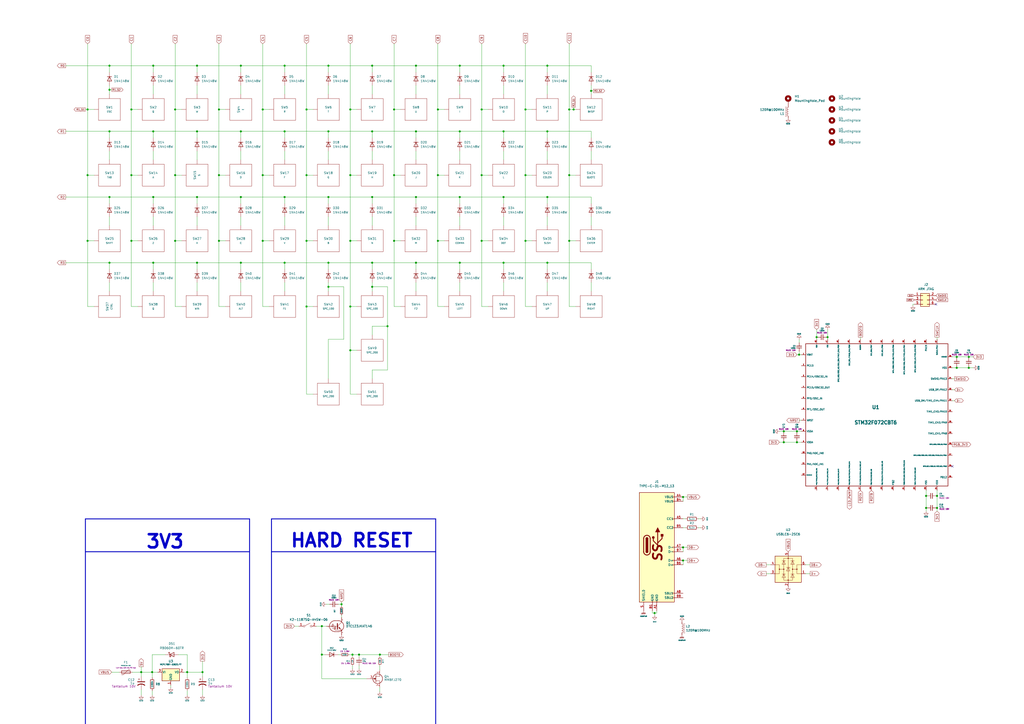
<source format=kicad_sch>
(kicad_sch (version 20200827) (generator eeschema)
  (page 1 1)
  (paper "A2")
  (title_block (title "SharkPCB") (date "2020-09-02") (rev "v4.0.3") (company "Designed by Gondolindrim"))
  (junction (at 50.8 63.5) (diameter 1.016))
  (junction (at 50.8 101.6) (diameter 1.016))
  (junction (at 50.8 139.7) (diameter 1.016))
  (junction (at 63.5 38.1) (diameter 1.016))
  (junction (at 63.5 52.07) (diameter 1.016))
  (junction (at 63.5 76.2) (diameter 1.016))
  (junction (at 63.5 114.3) (diameter 1.016))
  (junction (at 63.5 152.4) (diameter 1.016))
  (junction (at 76.2 63.5) (diameter 1.016))
  (junction (at 76.2 101.6) (diameter 1.016))
  (junction (at 76.2 139.7) (diameter 1.016))
  (junction (at 81.915 389.89) (diameter 1.016))
  (junction (at 88.265 389.89) (diameter 1.016))
  (junction (at 88.9 38.1) (diameter 1.016))
  (junction (at 88.9 76.2) (diameter 1.016))
  (junction (at 88.9 114.3) (diameter 1.016))
  (junction (at 88.9 152.4) (diameter 1.016))
  (junction (at 101.6 63.5) (diameter 1.016))
  (junction (at 101.6 101.6) (diameter 1.016))
  (junction (at 101.6 139.7) (diameter 1.016))
  (junction (at 108.585 389.89) (diameter 1.016))
  (junction (at 114.3 38.1) (diameter 1.016))
  (junction (at 114.3 76.2) (diameter 1.016))
  (junction (at 114.3 114.3) (diameter 1.016))
  (junction (at 114.3 152.4) (diameter 1.016))
  (junction (at 117.475 389.89) (diameter 1.016))
  (junction (at 127 63.5) (diameter 1.016))
  (junction (at 127 101.6) (diameter 1.016))
  (junction (at 127 139.7) (diameter 1.016))
  (junction (at 139.7 38.1) (diameter 1.016))
  (junction (at 139.7 76.2) (diameter 1.016))
  (junction (at 139.7 114.3) (diameter 1.016))
  (junction (at 139.7 152.4) (diameter 1.016))
  (junction (at 152.4 63.5) (diameter 1.016))
  (junction (at 152.4 101.6) (diameter 1.016))
  (junction (at 152.4 139.7) (diameter 1.016))
  (junction (at 165.1 38.1) (diameter 1.016))
  (junction (at 165.1 76.2) (diameter 1.016))
  (junction (at 165.1 114.3) (diameter 1.016))
  (junction (at 165.1 152.4) (diameter 1.016))
  (junction (at 177.8 63.5) (diameter 1.016))
  (junction (at 177.8 101.6) (diameter 1.016))
  (junction (at 177.8 139.7) (diameter 1.016))
  (junction (at 177.8 177.8) (diameter 1.016))
  (junction (at 186.69 363.22) (diameter 1.016))
  (junction (at 186.69 379.73) (diameter 1.016))
  (junction (at 190.5 38.1) (diameter 1.016))
  (junction (at 190.5 76.2) (diameter 1.016))
  (junction (at 190.5 114.3) (diameter 1.016))
  (junction (at 190.5 152.4) (diameter 1.016))
  (junction (at 190.5 166.37) (diameter 1.016))
  (junction (at 198.12 350.52) (diameter 1.016))
  (junction (at 203.2 63.5) (diameter 1.016))
  (junction (at 203.2 101.6) (diameter 1.016))
  (junction (at 203.2 139.7) (diameter 1.016))
  (junction (at 203.2 177.8) (diameter 1.016))
  (junction (at 203.2 203.2) (diameter 1.016))
  (junction (at 204.47 379.73) (diameter 1.016))
  (junction (at 208.28 379.73) (diameter 1.016))
  (junction (at 215.9 38.1) (diameter 1.016))
  (junction (at 215.9 76.2) (diameter 1.016))
  (junction (at 215.9 114.3) (diameter 1.016))
  (junction (at 215.9 152.4) (diameter 1.016))
  (junction (at 215.9 166.37) (diameter 1.016))
  (junction (at 220.345 379.73) (diameter 1.016))
  (junction (at 224.79 189.23) (diameter 1.016))
  (junction (at 228.6 63.5) (diameter 1.016))
  (junction (at 228.6 101.6) (diameter 1.016))
  (junction (at 228.6 139.7) (diameter 1.016))
  (junction (at 241.3 38.1) (diameter 1.016))
  (junction (at 241.3 76.2) (diameter 1.016))
  (junction (at 241.3 114.3) (diameter 1.016))
  (junction (at 241.3 152.4) (diameter 1.016))
  (junction (at 254 63.5) (diameter 1.016))
  (junction (at 254 101.6) (diameter 1.016))
  (junction (at 254 139.7) (diameter 1.016))
  (junction (at 266.7 38.1) (diameter 1.016))
  (junction (at 266.7 76.2) (diameter 1.016))
  (junction (at 266.7 114.3) (diameter 1.016))
  (junction (at 266.7 152.4) (diameter 1.016))
  (junction (at 279.4 63.5) (diameter 1.016))
  (junction (at 279.4 101.6) (diameter 1.016))
  (junction (at 279.4 139.7) (diameter 1.016))
  (junction (at 292.1 38.1) (diameter 1.016))
  (junction (at 292.1 76.2) (diameter 1.016))
  (junction (at 292.1 114.3) (diameter 1.016))
  (junction (at 292.1 152.4) (diameter 1.016))
  (junction (at 304.8 63.5) (diameter 1.016))
  (junction (at 304.8 101.6) (diameter 1.016))
  (junction (at 304.8 139.7) (diameter 1.016))
  (junction (at 317.5 38.1) (diameter 1.016))
  (junction (at 317.5 76.2) (diameter 1.016))
  (junction (at 317.5 114.3) (diameter 1.016))
  (junction (at 317.5 152.4) (diameter 1.016))
  (junction (at 330.2 63.5) (diameter 1.016))
  (junction (at 330.2 101.6) (diameter 1.016))
  (junction (at 330.2 139.7) (diameter 1.016))
  (junction (at 332.74 63.5) (diameter 1.016))
  (junction (at 342.9 52.705) (diameter 1.016))
  (junction (at 379.73 355.6) (diameter 1.016))
  (junction (at 396.24 288.29) (diameter 1.016))
  (junction (at 396.24 317.5) (diameter 1.016))
  (junction (at 396.24 325.12) (diameter 1.016))
  (junction (at 434.34 521.335) (diameter 1.016))
  (junction (at 439.42 521.335) (diameter 1.016))
  (junction (at 454.66 250.19) (diameter 1.016))
  (junction (at 454.66 256.54) (diameter 1.016))
  (junction (at 462.28 250.19) (diameter 1.016))
  (junction (at 462.28 256.54) (diameter 1.016))
  (junction (at 463.55 205.74) (diameter 1.016))
  (junction (at 473.71 195.58) (diameter 1.016))
  (junction (at 480.06 195.58) (diameter 1.016))
  (junction (at 489.585 524.51) (diameter 1.016))
  (junction (at 489.585 565.15) (diameter 1.016))
  (junction (at 521.335 524.51) (diameter 1.016))
  (junction (at 521.335 565.15) (diameter 1.016))
  (junction (at 537.21 287.655) (diameter 1.016))
  (junction (at 537.21 294.64) (diameter 1.016))
  (junction (at 543.56 287.655) (diameter 1.016))
  (junction (at 543.56 294.64) (diameter 1.016))
  (junction (at 553.085 524.51) (diameter 1.016))
  (junction (at 553.085 565.15) (diameter 1.016))
  (junction (at 554.99 207.01) (diameter 1.016))
  (junction (at 554.99 213.36) (diameter 1.016))
  (junction (at 561.975 207.01) (diameter 1.016))
  (junction (at 561.975 213.36) (diameter 1.016))
  (junction (at 584.835 524.51) (diameter 1.016))
  (junction (at 584.835 565.15) (diameter 1.016))
  (junction (at 616.585 524.51) (diameter 1.016))
  (junction (at 616.585 565.15) (diameter 1.016))
  (junction (at 633.73 323.215) (diameter 1.016))
  (junction (at 652.145 332.105) (diameter 1.016))
  (junction (at 652.145 361.95) (diameter 1.016))
  (junction (at 652.145 393.065) (diameter 1.016))
  (junction (at 658.495 332.105) (diameter 1.016))
  (junction (at 658.495 361.95) (diameter 1.016))
  (junction (at 658.495 393.065) (diameter 1.016))
  (junction (at 658.495 425.45) (diameter 1.016))
  (junction (at 671.195 332.105) (diameter 1.016))
  (junction (at 671.195 361.95) (diameter 1.016))
  (junction (at 671.195 393.065) (diameter 1.016))
  (junction (at 683.895 332.105) (diameter 1.016))
  (junction (at 683.895 361.95) (diameter 1.016))
  (junction (at 683.895 393.065) (diameter 1.016))
  (junction (at 683.895 425.45) (diameter 1.016))
  (junction (at 685.8 173.99) (diameter 1.016))
  (junction (at 685.8 186.69) (diameter 1.016))
  (junction (at 696.595 332.105) (diameter 1.016))
  (junction (at 696.595 361.95) (diameter 1.016))
  (junction (at 696.595 393.065) (diameter 1.016))
  (junction (at 698.5 173.99) (diameter 1.016))
  (junction (at 698.5 186.69) (diameter 1.016))
  (junction (at 709.295 332.105) (diameter 1.016))
  (junction (at 709.295 361.95) (diameter 1.016))
  (junction (at 709.295 393.065) (diameter 1.016))
  (junction (at 709.295 425.45) (diameter 1.016))
  (junction (at 721.995 332.105) (diameter 1.016))
  (junction (at 721.995 361.95) (diameter 1.016))
  (junction (at 721.995 393.065) (diameter 1.016))
  (junction (at 721.995 425.45) (diameter 1.016))
  (junction (at 734.695 332.105) (diameter 1.016))
  (junction (at 734.695 361.95) (diameter 1.016))
  (junction (at 734.695 393.065) (diameter 1.016))
  (junction (at 734.695 425.45) (diameter 1.016))
  (junction (at 734.695 435.61) (diameter 1.016))
  (junction (at 747.395 332.105) (diameter 1.016))
  (junction (at 747.395 361.95) (diameter 1.016))
  (junction (at 747.395 393.065) (diameter 1.016))
  (junction (at 747.395 425.45) (diameter 1.016))
  (junction (at 760.095 332.105) (diameter 1.016))
  (junction (at 760.095 361.95) (diameter 1.016))
  (junction (at 760.095 393.065) (diameter 1.016))
  (junction (at 760.095 425.45) (diameter 1.016))
  (junction (at 760.095 435.61) (diameter 1.016))
  (junction (at 772.795 332.105) (diameter 1.016))
  (junction (at 772.795 361.95) (diameter 1.016))
  (junction (at 772.795 393.065) (diameter 1.016))
  (junction (at 772.795 425.45) (diameter 1.016))
  (junction (at 785.495 332.105) (diameter 1.016))
  (junction (at 785.495 361.95) (diameter 1.016))
  (junction (at 785.495 393.065) (diameter 1.016))
  (junction (at 785.495 425.45) (diameter 1.016))
  (junction (at 798.195 425.45) (diameter 1.016))
  (junction (at 798.195 435.61) (diameter 1.016))
  (junction (at 810.895 425.45) (diameter 1.016))
  (junction (at 823.595 425.45) (diameter 1.016))
  (junction (at 836.295 425.45) (diameter 1.016))
  (junction (at 848.995 425.45) (diameter 1.016))
  (junction (at 861.695 425.45) (diameter 1.016))
  (junction (at 874.395 435.61) (diameter 1.016))
  (no_connect (at 552.45 270.51))
  (no_connect (at 542.925 176.53))
  (wire (pts (xy 38.1 38.1) (xy 63.5 38.1)))
  (wire (pts (xy 38.1 76.2) (xy 63.5 76.2)))
  (wire (pts (xy 38.1 114.3) (xy 63.5 114.3)))
  (wire (pts (xy 38.1 152.4) (xy 63.5 152.4)))
  (wire (pts (xy 49.53 63.5) (xy 50.8 63.5)))
  (wire (pts (xy 50.8 25.4) (xy 50.8 63.5)))
  (wire (pts (xy 50.8 63.5) (xy 50.8 101.6)))
  (wire (pts (xy 50.8 101.6) (xy 50.8 139.7)))
  (wire (pts (xy 50.8 139.7) (xy 50.8 177.8)))
  (wire (pts (xy 54.61 63.5) (xy 50.8 63.5)))
  (wire (pts (xy 54.61 101.6) (xy 50.8 101.6)))
  (wire (pts (xy 54.61 139.7) (xy 50.8 139.7)))
  (wire (pts (xy 54.61 177.8) (xy 50.8 177.8)))
  (wire (pts (xy 63.5 38.1) (xy 88.9 38.1)))
  (wire (pts (xy 63.5 41.91) (xy 63.5 38.1)))
  (wire (pts (xy 63.5 52.07) (xy 63.5 49.53)))
  (wire (pts (xy 63.5 52.07) (xy 64.77 52.07)))
  (wire (pts (xy 63.5 54.61) (xy 63.5 52.07)))
  (wire (pts (xy 63.5 76.2) (xy 88.9 76.2)))
  (wire (pts (xy 63.5 80.01) (xy 63.5 76.2)))
  (wire (pts (xy 63.5 92.71) (xy 63.5 87.63)))
  (wire (pts (xy 63.5 114.3) (xy 88.9 114.3)))
  (wire (pts (xy 63.5 118.11) (xy 63.5 114.3)))
  (wire (pts (xy 63.5 130.81) (xy 63.5 125.73)))
  (wire (pts (xy 63.5 152.4) (xy 88.9 152.4)))
  (wire (pts (xy 63.5 156.21) (xy 63.5 152.4)))
  (wire (pts (xy 63.5 163.83) (xy 63.5 168.91)))
  (wire (pts (xy 64.77 389.89) (xy 69.215 389.89)))
  (wire (pts (xy 76.2 25.4) (xy 76.2 63.5)))
  (wire (pts (xy 76.2 63.5) (xy 76.2 101.6)))
  (wire (pts (xy 76.2 101.6) (xy 76.2 139.7)))
  (wire (pts (xy 76.2 139.7) (xy 76.2 177.8)))
  (wire (pts (xy 76.835 389.89) (xy 81.915 389.89)))
  (wire (pts (xy 80.01 63.5) (xy 76.2 63.5)))
  (wire (pts (xy 80.01 101.6) (xy 76.2 101.6)))
  (wire (pts (xy 80.01 139.7) (xy 76.2 139.7)))
  (wire (pts (xy 80.01 177.8) (xy 76.2 177.8)))
  (wire (pts (xy 81.915 386.715) (xy 81.915 389.89)))
  (wire (pts (xy 81.915 389.89) (xy 81.915 392.43)))
  (wire (pts (xy 81.915 389.89) (xy 88.265 389.89)))
  (wire (pts (xy 81.915 400.05) (xy 81.915 403.225)))
  (wire (pts (xy 88.265 379.73) (xy 95.885 379.73)))
  (wire (pts (xy 88.265 389.89) (xy 88.265 379.73)))
  (wire (pts (xy 88.265 389.89) (xy 91.44 389.89)))
  (wire (pts (xy 88.265 393.065) (xy 88.265 389.89)))
  (wire (pts (xy 88.265 403.225) (xy 88.265 400.685)))
  (wire (pts (xy 88.9 38.1) (xy 88.9 41.91)))
  (wire (pts (xy 88.9 38.1) (xy 114.3 38.1)))
  (wire (pts (xy 88.9 49.53) (xy 88.9 54.61)))
  (wire (pts (xy 88.9 76.2) (xy 88.9 80.01)))
  (wire (pts (xy 88.9 76.2) (xy 114.3 76.2)))
  (wire (pts (xy 88.9 87.63) (xy 88.9 92.71)))
  (wire (pts (xy 88.9 114.3) (xy 88.9 118.11)))
  (wire (pts (xy 88.9 114.3) (xy 114.3 114.3)))
  (wire (pts (xy 88.9 125.73) (xy 88.9 130.81)))
  (wire (pts (xy 88.9 152.4) (xy 88.9 156.21)))
  (wire (pts (xy 88.9 152.4) (xy 114.3 152.4)))
  (wire (pts (xy 88.9 163.83) (xy 88.9 168.91)))
  (wire (pts (xy 99.06 397.51) (xy 99.06 398.78)))
  (wire (pts (xy 101.6 25.4) (xy 101.6 63.5)))
  (wire (pts (xy 101.6 63.5) (xy 101.6 101.6)))
  (wire (pts (xy 101.6 101.6) (xy 101.6 139.7)))
  (wire (pts (xy 101.6 139.7) (xy 101.6 177.8)))
  (wire (pts (xy 103.505 379.73) (xy 108.585 379.73)))
  (wire (pts (xy 105.41 63.5) (xy 101.6 63.5)))
  (wire (pts (xy 105.41 101.6) (xy 101.6 101.6)))
  (wire (pts (xy 105.41 139.7) (xy 101.6 139.7)))
  (wire (pts (xy 105.41 177.8) (xy 101.6 177.8)))
  (wire (pts (xy 106.68 389.89) (xy 108.585 389.89)))
  (wire (pts (xy 108.585 379.73) (xy 108.585 389.89)))
  (wire (pts (xy 108.585 389.89) (xy 108.585 393.065)))
  (wire (pts (xy 108.585 389.89) (xy 117.475 389.89)))
  (wire (pts (xy 108.585 403.225) (xy 108.585 400.685)))
  (wire (pts (xy 114.3 38.1) (xy 114.3 41.91)))
  (wire (pts (xy 114.3 38.1) (xy 139.7 38.1)))
  (wire (pts (xy 114.3 49.53) (xy 114.3 54.61)))
  (wire (pts (xy 114.3 76.2) (xy 114.3 80.01)))
  (wire (pts (xy 114.3 76.2) (xy 139.7 76.2)))
  (wire (pts (xy 114.3 87.63) (xy 114.3 92.71)))
  (wire (pts (xy 114.3 114.3) (xy 114.3 118.11)))
  (wire (pts (xy 114.3 114.3) (xy 139.7 114.3)))
  (wire (pts (xy 114.3 125.73) (xy 114.3 130.81)))
  (wire (pts (xy 114.3 152.4) (xy 114.3 156.21)))
  (wire (pts (xy 114.3 152.4) (xy 139.7 152.4)))
  (wire (pts (xy 114.3 163.83) (xy 114.3 168.91)))
  (wire (pts (xy 117.475 383.54) (xy 117.475 389.89)))
  (wire (pts (xy 117.475 389.89) (xy 117.475 392.43)))
  (wire (pts (xy 117.475 400.05) (xy 117.475 403.225)))
  (wire (pts (xy 127 25.4) (xy 127 63.5)))
  (wire (pts (xy 127 63.5) (xy 127 101.6)))
  (wire (pts (xy 127 101.6) (xy 127 139.7)))
  (wire (pts (xy 127 139.7) (xy 127 177.8)))
  (wire (pts (xy 130.81 63.5) (xy 127 63.5)))
  (wire (pts (xy 130.81 101.6) (xy 127 101.6)))
  (wire (pts (xy 130.81 139.7) (xy 127 139.7)))
  (wire (pts (xy 130.81 177.8) (xy 127 177.8)))
  (wire (pts (xy 139.7 38.1) (xy 139.7 41.91)))
  (wire (pts (xy 139.7 38.1) (xy 165.1 38.1)))
  (wire (pts (xy 139.7 49.53) (xy 139.7 54.61)))
  (wire (pts (xy 139.7 76.2) (xy 139.7 80.01)))
  (wire (pts (xy 139.7 76.2) (xy 165.1 76.2)))
  (wire (pts (xy 139.7 87.63) (xy 139.7 92.71)))
  (wire (pts (xy 139.7 114.3) (xy 139.7 118.11)))
  (wire (pts (xy 139.7 114.3) (xy 165.1 114.3)))
  (wire (pts (xy 139.7 125.73) (xy 139.7 130.81)))
  (wire (pts (xy 139.7 152.4) (xy 139.7 156.21)))
  (wire (pts (xy 139.7 152.4) (xy 165.1 152.4)))
  (wire (pts (xy 139.7 163.83) (xy 139.7 168.91)))
  (wire (pts (xy 152.4 25.4) (xy 152.4 63.5)))
  (wire (pts (xy 152.4 63.5) (xy 152.4 101.6)))
  (wire (pts (xy 152.4 101.6) (xy 152.4 139.7)))
  (wire (pts (xy 152.4 139.7) (xy 152.4 177.8)))
  (wire (pts (xy 156.21 63.5) (xy 152.4 63.5)))
  (wire (pts (xy 156.21 101.6) (xy 152.4 101.6)))
  (wire (pts (xy 156.21 139.7) (xy 152.4 139.7)))
  (wire (pts (xy 156.21 177.8) (xy 152.4 177.8)))
  (wire (pts (xy 165.1 38.1) (xy 165.1 41.91)))
  (wire (pts (xy 165.1 38.1) (xy 190.5 38.1)))
  (wire (pts (xy 165.1 49.53) (xy 165.1 54.61)))
  (wire (pts (xy 165.1 76.2) (xy 165.1 80.01)))
  (wire (pts (xy 165.1 76.2) (xy 190.5 76.2)))
  (wire (pts (xy 165.1 87.63) (xy 165.1 92.71)))
  (wire (pts (xy 165.1 114.3) (xy 165.1 118.11)))
  (wire (pts (xy 165.1 114.3) (xy 190.5 114.3)))
  (wire (pts (xy 165.1 125.73) (xy 165.1 130.81)))
  (wire (pts (xy 165.1 152.4) (xy 165.1 156.21)))
  (wire (pts (xy 165.1 152.4) (xy 190.5 152.4)))
  (wire (pts (xy 165.1 163.83) (xy 165.1 168.91)))
  (wire (pts (xy 170.815 363.22) (xy 173.355 363.22)))
  (wire (pts (xy 177.8 25.4) (xy 177.8 63.5)))
  (wire (pts (xy 177.8 63.5) (xy 177.8 101.6)))
  (wire (pts (xy 177.8 101.6) (xy 177.8 139.7)))
  (wire (pts (xy 177.8 139.7) (xy 177.8 177.8)))
  (wire (pts (xy 177.8 177.8) (xy 177.8 228.6)))
  (wire (pts (xy 181.61 63.5) (xy 177.8 63.5)))
  (wire (pts (xy 181.61 101.6) (xy 177.8 101.6)))
  (wire (pts (xy 181.61 139.7) (xy 177.8 139.7)))
  (wire (pts (xy 181.61 177.8) (xy 177.8 177.8)))
  (wire (pts (xy 181.61 228.6) (xy 177.8 228.6)))
  (wire (pts (xy 183.515 363.22) (xy 186.69 363.22)))
  (wire (pts (xy 186.69 363.22) (xy 189.23 363.22)))
  (wire (pts (xy 186.69 379.73) (xy 186.69 363.22)))
  (wire (pts (xy 186.69 379.73) (xy 188.595 379.73)))
  (wire (pts (xy 186.69 393.7) (xy 186.69 379.73)))
  (wire (pts (xy 189.23 350.52) (xy 191.135 350.52)))
  (wire (pts (xy 190.5 38.1) (xy 190.5 41.91)))
  (wire (pts (xy 190.5 38.1) (xy 215.9 38.1)))
  (wire (pts (xy 190.5 49.53) (xy 190.5 54.61)))
  (wire (pts (xy 190.5 76.2) (xy 190.5 80.01)))
  (wire (pts (xy 190.5 76.2) (xy 215.9 76.2)))
  (wire (pts (xy 190.5 87.63) (xy 190.5 92.71)))
  (wire (pts (xy 190.5 114.3) (xy 190.5 118.11)))
  (wire (pts (xy 190.5 114.3) (xy 215.9 114.3)))
  (wire (pts (xy 190.5 125.73) (xy 190.5 130.81)))
  (wire (pts (xy 190.5 152.4) (xy 190.5 156.21)))
  (wire (pts (xy 190.5 152.4) (xy 215.9 152.4)))
  (wire (pts (xy 190.5 163.83) (xy 190.5 166.37)))
  (wire (pts (xy 190.5 166.37) (xy 190.5 168.91)))
  (wire (pts (xy 190.5 166.37) (xy 199.39 166.37)))
  (wire (pts (xy 190.5 196.85) (xy 190.5 219.71)))
  (wire (pts (xy 196.215 350.52) (xy 198.12 350.52)))
  (wire (pts (xy 196.215 379.73) (xy 197.485 379.73)))
  (wire (pts (xy 198.12 349.25) (xy 198.12 350.52)))
  (wire (pts (xy 198.12 350.52) (xy 198.12 351.79)))
  (wire (pts (xy 198.12 356.87) (xy 198.12 358.14)))
  (wire (pts (xy 199.39 166.37) (xy 199.39 196.85)))
  (wire (pts (xy 199.39 196.85) (xy 190.5 196.85)))
  (wire (pts (xy 202.565 379.73) (xy 204.47 379.73)))
  (wire (pts (xy 203.2 25.4) (xy 203.2 63.5)))
  (wire (pts (xy 203.2 63.5) (xy 203.2 101.6)))
  (wire (pts (xy 203.2 101.6) (xy 203.2 139.7)))
  (wire (pts (xy 203.2 139.7) (xy 203.2 177.8)))
  (wire (pts (xy 203.2 177.8) (xy 203.2 203.2)))
  (wire (pts (xy 203.2 203.2) (xy 203.2 228.6)))
  (wire (pts (xy 204.47 379.73) (xy 204.47 381)))
  (wire (pts (xy 204.47 379.73) (xy 208.28 379.73)))
  (wire (pts (xy 204.47 386.08) (xy 204.47 387.985)))
  (wire (pts (xy 207.01 63.5) (xy 203.2 63.5)))
  (wire (pts (xy 207.01 101.6) (xy 203.2 101.6)))
  (wire (pts (xy 207.01 139.7) (xy 203.2 139.7)))
  (wire (pts (xy 207.01 177.8) (xy 203.2 177.8)))
  (wire (pts (xy 207.01 203.2) (xy 203.2 203.2)))
  (wire (pts (xy 207.01 228.6) (xy 203.2 228.6)))
  (wire (pts (xy 208.28 379.73) (xy 208.28 381)))
  (wire (pts (xy 208.28 379.73) (xy 220.345 379.73)))
  (wire (pts (xy 208.28 386.08) (xy 208.28 387.985)))
  (wire (pts (xy 212.725 393.7) (xy 186.69 393.7)))
  (wire (pts (xy 215.9 38.1) (xy 215.9 41.91)))
  (wire (pts (xy 215.9 38.1) (xy 241.3 38.1)))
  (wire (pts (xy 215.9 49.53) (xy 215.9 54.61)))
  (wire (pts (xy 215.9 76.2) (xy 215.9 80.01)))
  (wire (pts (xy 215.9 76.2) (xy 241.3 76.2)))
  (wire (pts (xy 215.9 87.63) (xy 215.9 92.71)))
  (wire (pts (xy 215.9 114.3) (xy 215.9 118.11)))
  (wire (pts (xy 215.9 114.3) (xy 241.3 114.3)))
  (wire (pts (xy 215.9 125.73) (xy 215.9 130.81)))
  (wire (pts (xy 215.9 152.4) (xy 215.9 156.21)))
  (wire (pts (xy 215.9 152.4) (xy 241.3 152.4)))
  (wire (pts (xy 215.9 163.83) (xy 215.9 166.37)))
  (wire (pts (xy 215.9 166.37) (xy 215.9 168.91)))
  (wire (pts (xy 215.9 166.37) (xy 224.79 166.37)))
  (wire (pts (xy 215.9 189.23) (xy 215.9 194.31)))
  (wire (pts (xy 215.9 214.63) (xy 215.9 219.71)))
  (wire (pts (xy 220.345 379.73) (xy 225.425 379.73)))
  (wire (pts (xy 220.345 381) (xy 220.345 379.73)))
  (wire (pts (xy 220.345 388.62) (xy 220.345 386.08)))
  (wire (pts (xy 220.345 401.32) (xy 220.345 398.78)))
  (wire (pts (xy 224.79 166.37) (xy 224.79 189.23)))
  (wire (pts (xy 224.79 189.23) (xy 215.9 189.23)))
  (wire (pts (xy 224.79 189.23) (xy 224.79 214.63)))
  (wire (pts (xy 224.79 214.63) (xy 215.9 214.63)))
  (wire (pts (xy 228.6 25.4) (xy 228.6 63.5)))
  (wire (pts (xy 228.6 63.5) (xy 228.6 101.6)))
  (wire (pts (xy 228.6 101.6) (xy 228.6 139.7)))
  (wire (pts (xy 228.6 139.7) (xy 228.6 177.8)))
  (wire (pts (xy 232.41 63.5) (xy 228.6 63.5)))
  (wire (pts (xy 232.41 101.6) (xy 228.6 101.6)))
  (wire (pts (xy 232.41 139.7) (xy 228.6 139.7)))
  (wire (pts (xy 232.41 177.8) (xy 228.6 177.8)))
  (wire (pts (xy 241.3 38.1) (xy 241.3 41.91)))
  (wire (pts (xy 241.3 38.1) (xy 266.7 38.1)))
  (wire (pts (xy 241.3 49.53) (xy 241.3 54.61)))
  (wire (pts (xy 241.3 76.2) (xy 241.3 80.01)))
  (wire (pts (xy 241.3 76.2) (xy 266.7 76.2)))
  (wire (pts (xy 241.3 87.63) (xy 241.3 92.71)))
  (wire (pts (xy 241.3 114.3) (xy 241.3 118.11)))
  (wire (pts (xy 241.3 114.3) (xy 266.7 114.3)))
  (wire (pts (xy 241.3 125.73) (xy 241.3 130.81)))
  (wire (pts (xy 241.3 152.4) (xy 241.3 156.21)))
  (wire (pts (xy 241.3 152.4) (xy 266.7 152.4)))
  (wire (pts (xy 241.3 163.83) (xy 241.3 168.91)))
  (wire (pts (xy 254 25.4) (xy 254 63.5)))
  (wire (pts (xy 254 63.5) (xy 254 101.6)))
  (wire (pts (xy 254 101.6) (xy 254 139.7)))
  (wire (pts (xy 254 139.7) (xy 254 177.8)))
  (wire (pts (xy 257.81 63.5) (xy 254 63.5)))
  (wire (pts (xy 257.81 101.6) (xy 254 101.6)))
  (wire (pts (xy 257.81 139.7) (xy 254 139.7)))
  (wire (pts (xy 257.81 177.8) (xy 254 177.8)))
  (wire (pts (xy 266.7 38.1) (xy 266.7 41.91)))
  (wire (pts (xy 266.7 38.1) (xy 292.1 38.1)))
  (wire (pts (xy 266.7 49.53) (xy 266.7 54.61)))
  (wire (pts (xy 266.7 76.2) (xy 266.7 80.01)))
  (wire (pts (xy 266.7 76.2) (xy 292.1 76.2)))
  (wire (pts (xy 266.7 87.63) (xy 266.7 92.71)))
  (wire (pts (xy 266.7 114.3) (xy 266.7 118.11)))
  (wire (pts (xy 266.7 114.3) (xy 292.1 114.3)))
  (wire (pts (xy 266.7 125.73) (xy 266.7 130.81)))
  (wire (pts (xy 266.7 152.4) (xy 266.7 156.21)))
  (wire (pts (xy 266.7 152.4) (xy 292.1 152.4)))
  (wire (pts (xy 266.7 163.83) (xy 266.7 168.91)))
  (wire (pts (xy 279.4 25.4) (xy 279.4 63.5)))
  (wire (pts (xy 279.4 63.5) (xy 279.4 101.6)))
  (wire (pts (xy 279.4 101.6) (xy 279.4 139.7)))
  (wire (pts (xy 279.4 139.7) (xy 279.4 177.8)))
  (wire (pts (xy 283.21 63.5) (xy 279.4 63.5)))
  (wire (pts (xy 283.21 101.6) (xy 279.4 101.6)))
  (wire (pts (xy 283.21 139.7) (xy 279.4 139.7)))
  (wire (pts (xy 283.21 177.8) (xy 279.4 177.8)))
  (wire (pts (xy 292.1 38.1) (xy 292.1 41.91)))
  (wire (pts (xy 292.1 38.1) (xy 317.5 38.1)))
  (wire (pts (xy 292.1 49.53) (xy 292.1 54.61)))
  (wire (pts (xy 292.1 76.2) (xy 292.1 80.01)))
  (wire (pts (xy 292.1 76.2) (xy 317.5 76.2)))
  (wire (pts (xy 292.1 87.63) (xy 292.1 92.71)))
  (wire (pts (xy 292.1 114.3) (xy 292.1 118.11)))
  (wire (pts (xy 292.1 114.3) (xy 317.5 114.3)))
  (wire (pts (xy 292.1 125.73) (xy 292.1 130.81)))
  (wire (pts (xy 292.1 152.4) (xy 292.1 156.21)))
  (wire (pts (xy 292.1 152.4) (xy 317.5 152.4)))
  (wire (pts (xy 292.1 163.83) (xy 292.1 168.91)))
  (wire (pts (xy 304.8 25.4) (xy 304.8 63.5)))
  (wire (pts (xy 304.8 63.5) (xy 304.8 101.6)))
  (wire (pts (xy 304.8 101.6) (xy 304.8 139.7)))
  (wire (pts (xy 304.8 139.7) (xy 304.8 177.8)))
  (wire (pts (xy 308.61 63.5) (xy 304.8 63.5)))
  (wire (pts (xy 308.61 101.6) (xy 304.8 101.6)))
  (wire (pts (xy 308.61 139.7) (xy 304.8 139.7)))
  (wire (pts (xy 308.61 177.8) (xy 304.8 177.8)))
  (wire (pts (xy 317.5 38.1) (xy 317.5 41.91)))
  (wire (pts (xy 317.5 38.1) (xy 342.9 38.1)))
  (wire (pts (xy 317.5 49.53) (xy 317.5 54.61)))
  (wire (pts (xy 317.5 76.2) (xy 317.5 80.01)))
  (wire (pts (xy 317.5 76.2) (xy 342.9 76.2)))
  (wire (pts (xy 317.5 87.63) (xy 317.5 92.71)))
  (wire (pts (xy 317.5 114.3) (xy 317.5 118.11)))
  (wire (pts (xy 317.5 114.3) (xy 342.9 114.3)))
  (wire (pts (xy 317.5 125.73) (xy 317.5 130.81)))
  (wire (pts (xy 317.5 152.4) (xy 317.5 156.21)))
  (wire (pts (xy 317.5 152.4) (xy 342.9 152.4)))
  (wire (pts (xy 317.5 163.83) (xy 317.5 168.91)))
  (wire (pts (xy 330.2 25.4) (xy 330.2 63.5)))
  (wire (pts (xy 330.2 63.5) (xy 330.2 101.6)))
  (wire (pts (xy 330.2 101.6) (xy 330.2 139.7)))
  (wire (pts (xy 330.2 139.7) (xy 330.2 177.8)))
  (wire (pts (xy 332.74 62.23) (xy 332.74 63.5)))
  (wire (pts (xy 332.74 63.5) (xy 330.2 63.5)))
  (wire (pts (xy 334.01 63.5) (xy 332.74 63.5)))
  (wire (pts (xy 334.01 101.6) (xy 330.2 101.6)))
  (wire (pts (xy 334.01 139.7) (xy 330.2 139.7)))
  (wire (pts (xy 334.01 177.8) (xy 330.2 177.8)))
  (wire (pts (xy 342.9 38.1) (xy 342.9 41.91)))
  (wire (pts (xy 342.9 49.53) (xy 342.9 52.705)))
  (wire (pts (xy 342.9 52.705) (xy 342.9 54.61)))
  (wire (pts (xy 342.9 52.705) (xy 344.17 52.705)))
  (wire (pts (xy 342.9 76.2) (xy 342.9 80.01)))
  (wire (pts (xy 342.9 87.63) (xy 342.9 92.71)))
  (wire (pts (xy 342.9 114.3) (xy 342.9 118.11)))
  (wire (pts (xy 342.9 125.73) (xy 342.9 130.81)))
  (wire (pts (xy 342.9 152.4) (xy 342.9 156.21)))
  (wire (pts (xy 342.9 163.83) (xy 342.9 168.91)))
  (wire (pts (xy 378.46 355.6) (xy 378.46 354.33)))
  (wire (pts (xy 379.73 355.6) (xy 378.46 355.6)))
  (wire (pts (xy 379.73 355.6) (xy 381 355.6)))
  (wire (pts (xy 379.73 356.87) (xy 379.73 355.6)))
  (wire (pts (xy 381 355.6) (xy 381 354.33)))
  (wire (pts (xy 396.24 288.29) (xy 396.24 290.83)))
  (wire (pts (xy 396.24 288.29) (xy 398.78 288.29)))
  (wire (pts (xy 396.24 300.99) (xy 397.51 300.99)))
  (wire (pts (xy 396.24 306.07) (xy 397.51 306.07)))
  (wire (pts (xy 396.24 317.5) (xy 396.24 320.04)))
  (wire (pts (xy 396.24 317.5) (xy 398.78 317.5)))
  (wire (pts (xy 396.24 325.12) (xy 396.24 327.66)))
  (wire (pts (xy 396.24 325.12) (xy 398.78 325.12)))
  (wire (pts (xy 405.13 300.99) (xy 406.4 300.99)))
  (wire (pts (xy 405.13 306.07) (xy 406.4 306.07)))
  (wire (pts (xy 422.91 521.335) (xy 424.18 521.335)))
  (wire (pts (xy 423.545 536.575) (xy 426.72 536.575)))
  (wire (pts (xy 424.18 530.86) (xy 426.72 530.86)))
  (wire (pts (xy 431.8 521.335) (xy 434.34 521.335)))
  (wire (pts (xy 434.34 519.43) (xy 434.34 521.335)))
  (wire (pts (xy 434.34 521.335) (xy 434.34 523.24)))
  (wire (pts (xy 439.42 521.335) (xy 439.42 519.43)))
  (wire (pts (xy 439.42 521.335) (xy 439.42 523.24)))
  (wire (pts (xy 441.96 521.335) (xy 439.42 521.335)))
  (wire (pts (xy 444.5 327.66) (xy 447.04 327.66)))
  (wire (pts (xy 444.5 332.74) (xy 447.04 332.74)))
  (wire (pts (xy 447.04 533.4) (xy 448.31 533.4)))
  (wire (pts (xy 450.85 521.335) (xy 449.58 521.335)))
  (wire (pts (xy 452.12 250.19) (xy 454.66 250.19)))
  (wire (pts (xy 452.12 256.54) (xy 454.66 256.54)))
  (wire (pts (xy 454.66 250.19) (xy 454.66 250.825)))
  (wire (pts (xy 454.66 250.19) (xy 462.28 250.19)))
  (wire (pts (xy 454.66 255.905) (xy 454.66 256.54)))
  (wire (pts (xy 454.66 256.54) (xy 462.28 256.54)))
  (wire (pts (xy 462.28 205.74) (xy 463.55 205.74)))
  (wire (pts (xy 462.28 250.19) (xy 462.28 250.825)))
  (wire (pts (xy 462.28 250.19) (xy 464.82 250.19)))
  (wire (pts (xy 462.28 255.905) (xy 462.28 256.54)))
  (wire (pts (xy 462.28 256.54) (xy 464.82 256.54)))
  (wire (pts (xy 463.55 196.85) (xy 463.55 198.755)))
  (wire (pts (xy 463.55 203.835) (xy 463.55 205.74)))
  (wire (pts (xy 463.55 205.74) (xy 464.82 205.74)))
  (wire (pts (xy 463.55 243.84) (xy 464.82 243.84)))
  (wire (pts (xy 467.36 327.66) (xy 469.9 327.66)))
  (wire (pts (xy 467.36 332.74) (xy 469.9 332.74)))
  (wire (pts (xy 473.71 191.135) (xy 473.71 195.58)))
  (wire (pts (xy 473.71 195.58) (xy 473.71 196.85)))
  (wire (pts (xy 473.71 195.58) (xy 474.345 195.58)))
  (wire (pts (xy 478.155 524.51) (xy 480.06 524.51)))
  (wire (pts (xy 479.425 195.58) (xy 480.06 195.58)))
  (wire (pts (xy 479.425 533.4) (xy 481.965 533.4)))
  (wire (pts (xy 480.06 191.135) (xy 480.06 195.58)))
  (wire (pts (xy 480.06 195.58) (xy 480.06 196.85)))
  (wire (pts (xy 487.68 524.51) (xy 489.585 524.51)))
  (wire (pts (xy 489.585 513.715) (xy 489.585 515.62)))
  (wire (pts (xy 489.585 523.24) (xy 489.585 524.51)))
  (wire (pts (xy 489.585 524.51) (xy 489.585 525.78)))
  (wire (pts (xy 489.585 554.355) (xy 489.585 556.26)))
  (wire (pts (xy 489.585 563.88) (xy 489.585 565.15)))
  (wire (pts (xy 489.585 565.15) (xy 489.585 566.42)))
  (wire (pts (xy 491.49 565.15) (xy 489.585 565.15)))
  (wire (pts (xy 497.205 533.4) (xy 513.715 533.4)))
  (wire (pts (xy 499.11 195.58) (xy 499.11 196.85)))
  (wire (pts (xy 501.015 565.15) (xy 499.11 565.15)))
  (wire (pts (xy 509.905 524.51) (xy 511.81 524.51)))
  (wire (pts (xy 513.715 574.04) (xy 497.205 574.04)))
  (wire (pts (xy 519.43 524.51) (xy 521.335 524.51)))
  (wire (pts (xy 521.335 513.715) (xy 521.335 515.62)))
  (wire (pts (xy 521.335 523.24) (xy 521.335 524.51)))
  (wire (pts (xy 521.335 524.51) (xy 521.335 525.78)))
  (wire (pts (xy 521.335 554.355) (xy 521.335 556.26)))
  (wire (pts (xy 521.335 563.88) (xy 521.335 565.15)))
  (wire (pts (xy 521.335 565.15) (xy 521.335 566.42)))
  (wire (pts (xy 523.24 565.15) (xy 521.335 565.15)))
  (wire (pts (xy 528.955 533.4) (xy 545.465 533.4)))
  (wire (pts (xy 529.59 176.53) (xy 530.225 176.53)))
  (wire (pts (xy 529.59 177.165) (xy 529.59 176.53)))
  (wire (pts (xy 532.765 565.15) (xy 530.86 565.15)))
  (wire (pts (xy 537.21 284.48) (xy 537.21 287.655)))
  (wire (pts (xy 537.21 287.655) (xy 537.21 294.64)))
  (wire (pts (xy 537.21 287.655) (xy 537.845 287.655)))
  (wire (pts (xy 537.21 294.64) (xy 537.21 296.545)))
  (wire (pts (xy 537.21 294.64) (xy 537.845 294.64)))
  (wire (pts (xy 541.655 524.51) (xy 543.56 524.51)))
  (wire (pts (xy 542.925 287.655) (xy 543.56 287.655)))
  (wire (pts (xy 542.925 294.64) (xy 543.56 294.64)))
  (wire (pts (xy 543.56 195.58) (xy 543.56 196.85)))
  (wire (pts (xy 543.56 284.48) (xy 543.56 287.655)))
  (wire (pts (xy 543.56 287.655) (xy 543.56 294.64)))
  (wire (pts (xy 543.56 294.64) (xy 543.56 296.545)))
  (wire (pts (xy 545.465 574.04) (xy 528.955 574.04)))
  (wire (pts (xy 551.18 524.51) (xy 553.085 524.51)))
  (wire (pts (xy 552.45 207.01) (xy 554.99 207.01)))
  (wire (pts (xy 552.45 213.36) (xy 554.99 213.36)))
  (wire (pts (xy 552.45 219.71) (xy 553.72 219.71)))
  (wire (pts (xy 552.45 226.06) (xy 553.72 226.06)))
  (wire (pts (xy 552.45 232.41) (xy 553.72 232.41)))
  (wire (pts (xy 553.085 513.715) (xy 553.085 515.62)))
  (wire (pts (xy 553.085 523.24) (xy 553.085 524.51)))
  (wire (pts (xy 553.085 524.51) (xy 553.085 525.78)))
  (wire (pts (xy 553.085 554.355) (xy 553.085 556.26)))
  (wire (pts (xy 553.085 563.88) (xy 553.085 565.15)))
  (wire (pts (xy 553.085 565.15) (xy 553.085 566.42)))
  (wire (pts (xy 554.99 207.01) (xy 554.99 207.645)))
  (wire (pts (xy 554.99 207.01) (xy 561.975 207.01)))
  (wire (pts (xy 554.99 212.725) (xy 554.99 213.36)))
  (wire (pts (xy 554.99 213.36) (xy 561.975 213.36)))
  (wire (pts (xy 554.99 565.15) (xy 553.085 565.15)))
  (wire (pts (xy 560.705 533.4) (xy 577.215 533.4)))
  (wire (pts (xy 560.705 574.04) (xy 577.215 574.04)))
  (wire (pts (xy 561.975 207.01) (xy 561.975 207.645)))
  (wire (pts (xy 561.975 207.01) (xy 564.515 207.01)))
  (wire (pts (xy 561.975 212.725) (xy 561.975 213.36)))
  (wire (pts (xy 561.975 213.36) (xy 564.515 213.36)))
  (wire (pts (xy 564.515 565.15) (xy 562.61 565.15)))
  (wire (pts (xy 573.405 524.51) (xy 575.31 524.51)))
  (wire (pts (xy 582.93 524.51) (xy 584.835 524.51)))
  (wire (pts (xy 584.835 513.715) (xy 584.835 515.62)))
  (wire (pts (xy 584.835 523.24) (xy 584.835 524.51)))
  (wire (pts (xy 584.835 524.51) (xy 584.835 525.78)))
  (wire (pts (xy 584.835 554.355) (xy 584.835 556.26)))
  (wire (pts (xy 584.835 563.88) (xy 584.835 565.15)))
  (wire (pts (xy 584.835 565.15) (xy 584.835 566.42)))
  (wire (pts (xy 586.74 565.15) (xy 584.835 565.15)))
  (wire (pts (xy 592.455 533.4) (xy 608.965 533.4)))
  (wire (pts (xy 592.455 574.04) (xy 608.965 574.04)))
  (wire (pts (xy 596.265 565.15) (xy 594.36 565.15)))
  (wire (pts (xy 605.155 524.51) (xy 607.06 524.51)))
  (wire (pts (xy 614.68 524.51) (xy 616.585 524.51)))
  (wire (pts (xy 616.585 513.715) (xy 616.585 515.62)))
  (wire (pts (xy 616.585 523.24) (xy 616.585 524.51)))
  (wire (pts (xy 616.585 524.51) (xy 616.585 525.78)))
  (wire (pts (xy 616.585 554.355) (xy 616.585 556.26)))
  (wire (pts (xy 616.585 563.88) (xy 616.585 565.15)))
  (wire (pts (xy 616.585 565.15) (xy 616.585 566.42)))
  (wire (pts (xy 618.49 565.15) (xy 616.585 565.15)))
  (wire (pts (xy 624.205 533.4) (xy 641.35 533.4)))
  (wire (pts (xy 624.205 574.04) (xy 641.35 574.04)))
  (wire (pts (xy 626.745 144.145) (xy 634.365 144.145)))
  (wire (pts (xy 626.745 169.545) (xy 634.365 169.545)))
  (wire (pts (xy 628.015 565.15) (xy 626.11 565.15)))
  (wire (pts (xy 633.73 312.42) (xy 633.73 313.69)))
  (wire (pts (xy 633.73 321.31) (xy 633.73 323.215)))
  (wire (pts (xy 633.73 323.215) (xy 633.73 325.12)))
  (wire (pts (xy 633.73 323.215) (xy 635.635 323.215)))
  (wire (pts (xy 633.73 335.28) (xy 633.73 336.55)))
  (wire (pts (xy 641.35 533.4) (xy 641.35 574.04)))
  (wire (pts (xy 643.255 323.215) (xy 644.525 323.215)))
  (wire (pts (xy 652.145 316.865) (xy 652.145 318.135)))
  (wire (pts (xy 652.145 328.295) (xy 652.145 332.105)))
  (wire (pts (xy 652.145 332.105) (xy 652.145 361.95)))
  (wire (pts (xy 652.145 332.105) (xy 658.495 332.105)))
  (wire (pts (xy 652.145 393.065) (xy 652.145 361.95)))
  (wire (pts (xy 652.145 393.065) (xy 652.145 425.45)))
  (wire (pts (xy 658.495 332.105) (xy 658.495 334.645)))
  (wire (pts (xy 658.495 342.265) (xy 658.495 344.17)))
  (wire (pts (xy 658.495 351.79) (xy 658.495 353.06)))
  (wire (pts (xy 658.495 361.95) (xy 652.145 361.95)))
  (wire (pts (xy 658.495 361.95) (xy 658.495 364.49)))
  (wire (pts (xy 658.495 372.11) (xy 658.495 374.015)))
  (wire (pts (xy 658.495 381.635) (xy 658.495 382.905)))
  (wire (pts (xy 658.495 393.065) (xy 652.145 393.065)))
  (wire (pts (xy 658.495 393.065) (xy 658.495 395.605)))
  (wire (pts (xy 658.495 403.225) (xy 658.495 405.13)))
  (wire (pts (xy 658.495 412.75) (xy 658.495 414.02)))
  (wire (pts (xy 658.495 425.45) (xy 652.145 425.45)))
  (wire (pts (xy 658.495 425.45) (xy 658.495 427.99)))
  (wire (pts (xy 658.495 425.45) (xy 683.895 425.45)))
  (wire (pts (xy 658.495 435.61) (xy 658.495 437.515)))
  (wire (pts (xy 658.495 445.135) (xy 658.495 446.405)))
  (wire (pts (xy 671.195 332.105) (xy 658.495 332.105)))
  (wire (pts (xy 671.195 332.105) (xy 671.195 334.645)))
  (wire (pts (xy 671.195 342.265) (xy 671.195 343.535)))
  (wire (pts (xy 671.195 351.155) (xy 671.195 352.425)))
  (wire (pts (xy 671.195 361.95) (xy 658.495 361.95)))
  (wire (pts (xy 671.195 361.95) (xy 671.195 364.49)))
  (wire (pts (xy 671.195 372.11) (xy 671.195 373.38)))
  (wire (pts (xy 671.195 381) (xy 671.195 382.27)))
  (wire (pts (xy 671.195 393.065) (xy 658.495 393.065)))
  (wire (pts (xy 671.195 393.065) (xy 671.195 395.605)))
  (wire (pts (xy 671.195 403.225) (xy 671.195 404.495)))
  (wire (pts (xy 671.195 412.115) (xy 671.195 413.385)))
  (wire (pts (xy 683.895 173.99) (xy 685.8 173.99)))
  (wire (pts (xy 683.895 186.69) (xy 685.8 186.69)))
  (wire (pts (xy 683.895 332.105) (xy 671.195 332.105)))
  (wire (pts (xy 683.895 332.105) (xy 683.895 334.645)))
  (wire (pts (xy 683.895 342.265) (xy 683.895 343.535)))
  (wire (pts (xy 683.895 351.155) (xy 683.895 352.425)))
  (wire (pts (xy 683.895 361.95) (xy 671.195 361.95)))
  (wire (pts (xy 683.895 361.95) (xy 683.895 364.49)))
  (wire (pts (xy 683.895 372.11) (xy 683.895 373.38)))
  (wire (pts (xy 683.895 381) (xy 683.895 382.27)))
  (wire (pts (xy 683.895 393.065) (xy 671.195 393.065)))
  (wire (pts (xy 683.895 393.065) (xy 683.895 395.605)))
  (wire (pts (xy 683.895 403.225) (xy 683.895 404.495)))
  (wire (pts (xy 683.895 412.115) (xy 683.895 413.385)))
  (wire (pts (xy 683.895 425.45) (xy 683.895 427.99)))
  (wire (pts (xy 683.895 425.45) (xy 709.295 425.45)))
  (wire (pts (xy 683.895 435.61) (xy 683.895 436.88)))
  (wire (pts (xy 683.895 444.5) (xy 683.895 445.77)))
  (wire (pts (xy 685.8 161.29) (xy 685.8 163.83)))
  (wire (pts (xy 685.8 171.45) (xy 685.8 173.99)))
  (wire (pts (xy 685.8 173.99) (xy 685.8 176.53)))
  (wire (pts (xy 685.8 184.15) (xy 685.8 186.69)))
  (wire (pts (xy 685.8 186.69) (xy 685.8 190.5)))
  (wire (pts (xy 685.8 195.58) (xy 685.8 198.12)))
  (wire (pts (xy 696.595 332.105) (xy 683.895 332.105)))
  (wire (pts (xy 696.595 332.105) (xy 696.595 334.645)))
  (wire (pts (xy 696.595 342.265) (xy 696.595 343.535)))
  (wire (pts (xy 696.595 351.155) (xy 696.595 352.425)))
  (wire (pts (xy 696.595 361.95) (xy 683.895 361.95)))
  (wire (pts (xy 696.595 361.95) (xy 696.595 364.49)))
  (wire (pts (xy 696.595 372.11) (xy 696.595 373.38)))
  (wire (pts (xy 696.595 381) (xy 696.595 382.27)))
  (wire (pts (xy 696.595 393.065) (xy 683.895 393.065)))
  (wire (pts (xy 696.595 393.065) (xy 696.595 395.605)))
  (wire (pts (xy 696.595 403.225) (xy 696.595 404.495)))
  (wire (pts (xy 696.595 412.115) (xy 696.595 413.385)))
  (wire (pts (xy 698.5 161.29) (xy 698.5 163.83)))
  (wire (pts (xy 698.5 171.45) (xy 698.5 173.99)))
  (wire (pts (xy 698.5 173.99) (xy 698.5 176.53)))
  (wire (pts (xy 698.5 184.15) (xy 698.5 186.69)))
  (wire (pts (xy 698.5 186.69) (xy 698.5 190.5)))
  (wire (pts (xy 698.5 195.58) (xy 698.5 198.12)))
  (wire (pts (xy 700.405 173.99) (xy 698.5 173.99)))
  (wire (pts (xy 700.405 186.69) (xy 698.5 186.69)))
  (wire (pts (xy 709.295 332.105) (xy 696.595 332.105)))
  (wire (pts (xy 709.295 332.105) (xy 709.295 334.645)))
  (wire (pts (xy 709.295 342.265) (xy 709.295 343.535)))
  (wire (pts (xy 709.295 351.155) (xy 709.295 352.425)))
  (wire (pts (xy 709.295 361.95) (xy 696.595 361.95)))
  (wire (pts (xy 709.295 361.95) (xy 709.295 364.49)))
  (wire (pts (xy 709.295 372.11) (xy 709.295 373.38)))
  (wire (pts (xy 709.295 381) (xy 709.295 382.27)))
  (wire (pts (xy 709.295 393.065) (xy 696.595 393.065)))
  (wire (pts (xy 709.295 393.065) (xy 709.295 395.605)))
  (wire (pts (xy 709.295 403.225) (xy 709.295 404.495)))
  (wire (pts (xy 709.295 412.115) (xy 709.295 413.385)))
  (wire (pts (xy 709.295 425.45) (xy 709.295 427.99)))
  (wire (pts (xy 709.295 435.61) (xy 709.295 436.88)))
  (wire (pts (xy 709.295 444.5) (xy 709.295 445.77)))
  (wire (pts (xy 721.995 332.105) (xy 709.295 332.105)))
  (wire (pts (xy 721.995 332.105) (xy 721.995 334.645)))
  (wire (pts (xy 721.995 342.265) (xy 721.995 343.535)))
  (wire (pts (xy 721.995 351.155) (xy 721.995 352.425)))
  (wire (pts (xy 721.995 361.95) (xy 709.295 361.95)))
  (wire (pts (xy 721.995 361.95) (xy 721.995 364.49)))
  (wire (pts (xy 721.995 372.11) (xy 721.995 373.38)))
  (wire (pts (xy 721.995 381) (xy 721.995 382.27)))
  (wire (pts (xy 721.995 393.065) (xy 709.295 393.065)))
  (wire (pts (xy 721.995 393.065) (xy 721.995 395.605)))
  (wire (pts (xy 721.995 403.225) (xy 721.995 404.495)))
  (wire (pts (xy 721.995 412.115) (xy 721.995 413.385)))
  (wire (pts (xy 721.995 425.45) (xy 709.295 425.45)))
  (wire (pts (xy 721.995 425.45) (xy 721.995 427.99)))
  (wire (pts (xy 721.995 435.61) (xy 721.995 436.88)))
  (wire (pts (xy 721.995 444.5) (xy 721.995 445.77)))
  (wire (pts (xy 734.695 332.105) (xy 721.995 332.105)))
  (wire (pts (xy 734.695 332.105) (xy 734.695 334.645)))
  (wire (pts (xy 734.695 342.265) (xy 734.695 343.535)))
  (wire (pts (xy 734.695 351.155) (xy 734.695 352.425)))
  (wire (pts (xy 734.695 361.95) (xy 721.995 361.95)))
  (wire (pts (xy 734.695 361.95) (xy 734.695 364.49)))
  (wire (pts (xy 734.695 372.11) (xy 734.695 373.38)))
  (wire (pts (xy 734.695 381) (xy 734.695 382.27)))
  (wire (pts (xy 734.695 393.065) (xy 721.995 393.065)))
  (wire (pts (xy 734.695 393.065) (xy 734.695 395.605)))
  (wire (pts (xy 734.695 403.225) (xy 734.695 404.495)))
  (wire (pts (xy 734.695 412.115) (xy 734.695 413.385)))
  (wire (pts (xy 734.695 425.45) (xy 721.995 425.45)))
  (wire (pts (xy 734.695 425.45) (xy 734.695 427.99)))
  (wire (pts (xy 734.695 435.61) (xy 734.695 436.88)))
  (wire (pts (xy 734.695 435.61) (xy 747.395 435.61)))
  (wire (pts (xy 734.695 444.5) (xy 734.695 445.77)))
  (wire (pts (xy 747.395 332.105) (xy 734.695 332.105)))
  (wire (pts (xy 747.395 332.105) (xy 747.395 334.645)))
  (wire (pts (xy 747.395 342.265) (xy 747.395 343.535)))
  (wire (pts (xy 747.395 351.155) (xy 747.395 352.425)))
  (wire (pts (xy 747.395 361.95) (xy 734.695 361.95)))
  (wire (pts (xy 747.395 361.95) (xy 747.395 364.49)))
  (wire (pts (xy 747.395 372.11) (xy 747.395 373.38)))
  (wire (pts (xy 747.395 381) (xy 747.395 382.27)))
  (wire (pts (xy 747.395 393.065) (xy 734.695 393.065)))
  (wire (pts (xy 747.395 393.065) (xy 747.395 395.605)))
  (wire (pts (xy 747.395 403.225) (xy 747.395 404.495)))
  (wire (pts (xy 747.395 412.115) (xy 747.395 413.385)))
  (wire (pts (xy 747.395 425.45) (xy 734.695 425.45)))
  (wire (pts (xy 747.395 425.45) (xy 747.395 427.99)))
  (wire (pts (xy 747.395 435.61) (xy 747.395 436.88)))
  (wire (pts (xy 747.395 444.5) (xy 747.395 445.77)))
  (wire (pts (xy 760.095 332.105) (xy 747.395 332.105)))
  (wire (pts (xy 760.095 332.105) (xy 760.095 334.645)))
  (wire (pts (xy 760.095 342.265) (xy 760.095 343.535)))
  (wire (pts (xy 760.095 351.155) (xy 760.095 352.425)))
  (wire (pts (xy 760.095 361.95) (xy 747.395 361.95)))
  (wire (pts (xy 760.095 361.95) (xy 760.095 364.49)))
  (wire (pts (xy 760.095 372.11) (xy 760.095 373.38)))
  (wire (pts (xy 760.095 381) (xy 760.095 382.27)))
  (wire (pts (xy 760.095 393.065) (xy 747.395 393.065)))
  (wire (pts (xy 760.095 393.065) (xy 760.095 395.605)))
  (wire (pts (xy 760.095 403.225) (xy 760.095 404.495)))
  (wire (pts (xy 760.095 412.115) (xy 760.095 413.385)))
  (wire (pts (xy 760.095 425.45) (xy 747.395 425.45)))
  (wire (pts (xy 760.095 425.45) (xy 760.095 427.99)))
  (wire (pts (xy 760.095 435.61) (xy 760.095 436.88)))
  (wire (pts (xy 760.095 435.61) (xy 772.795 435.61)))
  (wire (pts (xy 760.095 444.5) (xy 760.095 445.77)))
  (wire (pts (xy 772.795 332.105) (xy 760.095 332.105)))
  (wire (pts (xy 772.795 332.105) (xy 772.795 334.645)))
  (wire (pts (xy 772.795 342.265) (xy 772.795 343.535)))
  (wire (pts (xy 772.795 351.155) (xy 772.795 352.425)))
  (wire (pts (xy 772.795 361.95) (xy 760.095 361.95)))
  (wire (pts (xy 772.795 361.95) (xy 772.795 364.49)))
  (wire (pts (xy 772.795 372.11) (xy 772.795 373.38)))
  (wire (pts (xy 772.795 381) (xy 772.795 382.27)))
  (wire (pts (xy 772.795 393.065) (xy 760.095 393.065)))
  (wire (pts (xy 772.795 393.065) (xy 772.795 395.605)))
  (wire (pts (xy 772.795 403.225) (xy 772.795 404.495)))
  (wire (pts (xy 772.795 412.115) (xy 772.795 413.385)))
  (wire (pts (xy 772.795 425.45) (xy 760.095 425.45)))
  (wire (pts (xy 772.795 425.45) (xy 772.795 427.99)))
  (wire (pts (xy 772.795 435.61) (xy 772.795 436.88)))
  (wire (pts (xy 772.795 444.5) (xy 772.795 445.77)))
  (wire (pts (xy 785.495 332.105) (xy 772.795 332.105)))
  (wire (pts (xy 785.495 332.105) (xy 785.495 334.645)))
  (wire (pts (xy 785.495 342.265) (xy 785.495 343.535)))
  (wire (pts (xy 785.495 351.155) (xy 785.495 352.425)))
  (wire (pts (xy 785.495 361.95) (xy 772.795 361.95)))
  (wire (pts (xy 785.495 361.95) (xy 785.495 364.49)))
  (wire (pts (xy 785.495 372.11) (xy 785.495 373.38)))
  (wire (pts (xy 785.495 381) (xy 785.495 382.27)))
  (wire (pts (xy 785.495 393.065) (xy 772.795 393.065)))
  (wire (pts (xy 785.495 393.065) (xy 785.495 395.605)))
  (wire (pts (xy 785.495 403.225) (xy 785.495 404.495)))
  (wire (pts (xy 785.495 412.115) (xy 785.495 413.385)))
  (wire (pts (xy 785.495 425.45) (xy 772.795 425.45)))
  (wire (pts (xy 785.495 425.45) (xy 785.495 427.99)))
  (wire (pts (xy 785.495 435.61) (xy 785.495 436.88)))
  (wire (pts (xy 785.495 444.5) (xy 785.495 445.77)))
  (wire (pts (xy 798.195 332.105) (xy 785.495 332.105)))
  (wire (pts (xy 798.195 332.105) (xy 798.195 334.645)))
  (wire (pts (xy 798.195 342.265) (xy 798.195 343.535)))
  (wire (pts (xy 798.195 351.155) (xy 798.195 352.425)))
  (wire (pts (xy 798.195 361.95) (xy 785.495 361.95)))
  (wire (pts (xy 798.195 361.95) (xy 798.195 364.49)))
  (wire (pts (xy 798.195 372.11) (xy 798.195 373.38)))
  (wire (pts (xy 798.195 381) (xy 798.195 382.27)))
  (wire (pts (xy 798.195 393.065) (xy 785.495 393.065)))
  (wire (pts (xy 798.195 393.065) (xy 798.195 395.605)))
  (wire (pts (xy 798.195 403.225) (xy 798.195 404.495)))
  (wire (pts (xy 798.195 412.115) (xy 798.195 413.385)))
  (wire (pts (xy 798.195 425.45) (xy 785.495 425.45)))
  (wire (pts (xy 798.195 425.45) (xy 798.195 427.99)))
  (wire (pts (xy 798.195 435.61) (xy 798.195 436.88)))
  (wire (pts (xy 798.195 435.61) (xy 810.895 435.61)))
  (wire (pts (xy 798.195 444.5) (xy 798.195 445.77)))
  (wire (pts (xy 810.895 425.45) (xy 798.195 425.45)))
  (wire (pts (xy 810.895 425.45) (xy 810.895 427.99)))
  (wire (pts (xy 810.895 435.61) (xy 810.895 436.88)))
  (wire (pts (xy 810.895 444.5) (xy 810.895 445.77)))
  (wire (pts (xy 823.595 425.45) (xy 810.895 425.45)))
  (wire (pts (xy 823.595 425.45) (xy 823.595 427.99)))
  (wire (pts (xy 823.595 435.61) (xy 823.595 436.88)))
  (wire (pts (xy 823.595 444.5) (xy 823.595 445.77)))
  (wire (pts (xy 836.295 425.45) (xy 823.595 425.45)))
  (wire (pts (xy 836.295 425.45) (xy 836.295 427.99)))
  (wire (pts (xy 836.295 435.61) (xy 836.295 436.88)))
  (wire (pts (xy 836.295 444.5) (xy 836.295 445.77)))
  (wire (pts (xy 848.995 425.45) (xy 836.295 425.45)))
  (wire (pts (xy 848.995 425.45) (xy 848.995 427.99)))
  (wire (pts (xy 848.995 435.61) (xy 848.995 436.88)))
  (wire (pts (xy 848.995 444.5) (xy 848.995 445.77)))
  (wire (pts (xy 861.695 425.45) (xy 848.995 425.45)))
  (wire (pts (xy 861.695 425.45) (xy 861.695 427.99)))
  (wire (pts (xy 861.695 435.61) (xy 861.695 436.88)))
  (wire (pts (xy 861.695 444.5) (xy 861.695 445.77)))
  (wire (pts (xy 874.395 425.45) (xy 861.695 425.45)))
  (wire (pts (xy 874.395 425.45) (xy 874.395 427.99)))
  (wire (pts (xy 874.395 435.61) (xy 874.395 436.88)))
  (wire (pts (xy 874.395 435.61) (xy 887.095 435.61)))
  (wire (pts (xy 874.395 444.5) (xy 874.395 445.77)))
  (wire (pts (xy 887.095 435.61) (xy 887.095 436.88)))
  (wire (pts (xy 887.095 444.5) (xy 887.095 445.77)))
  (polyline (pts (xy 49.53 300.99) (xy 49.53 453.39)) (stroke (width 0.508) (type solid)))
  (polyline (pts (xy 49.53 300.99) (xy 144.78 300.99)) (stroke (width 0.508) (type solid)))
  (polyline (pts (xy 49.53 320.04) (xy 144.78 320.04)) (stroke (width 0.508) (type solid)))
  (polyline (pts (xy 144.78 300.99) (xy 144.78 453.39)) (stroke (width 0.508) (type solid)))
  (polyline (pts (xy 144.78 453.39) (xy 49.53 453.39)) (stroke (width 0.508) (type solid)))
  (polyline (pts (xy 157.48 300.99) (xy 157.48 453.39)) (stroke (width 0.508) (type solid)))
  (polyline (pts (xy 157.48 300.99) (xy 252.73 300.99)) (stroke (width 0.508) (type solid)))
  (polyline (pts (xy 157.48 320.04) (xy 252.73 320.04)) (stroke (width 0.508) (type solid)))
  (polyline (pts (xy 252.73 300.99) (xy 252.73 453.39)) (stroke (width 0.508) (type solid)))
  (polyline (pts (xy 252.73 453.39) (xy 157.48 453.39)) (stroke (width 0.508) (type solid)))
  (polyline (pts (xy 389.89 497.205) (xy 389.89 624.205)) (stroke (width 0.508) (type solid)))
  (polyline (pts (xy 389.89 497.205) (xy 720.09 497.205)) (stroke (width 0.508) (type solid)))
  (polyline (pts (xy 389.89 598.805) (xy 516.89 598.805)) (stroke (width 0.508) (type solid)))
  (polyline (pts (xy 516.89 598.805) (xy 516.89 624.205)) (stroke (width 0.508) (type solid)))
  (polyline (pts (xy 600.71 66.04) (xy 600.71 243.84)) (stroke (width 0.508) (type solid)))
  (polyline (pts (xy 600.71 66.04) (xy 727.71 66.04)) (stroke (width 0.508) (type solid)))
  (polyline (pts (xy 600.71 91.44) (xy 727.71 91.44)) (stroke (width 0.508) (type solid)))
  (polyline (pts (xy 720.09 497.205) (xy 720.09 624.205)) (stroke (width 0.508) (type solid)))
  (polyline (pts (xy 720.09 624.205) (xy 389.89 624.205)) (stroke (width 0.508) (type solid)))
  (polyline (pts (xy 727.71 66.04) (xy 727.71 243.84)) (stroke (width 0.508) (type solid)))
  (polyline (pts (xy 727.71 243.84) (xy 600.71 243.84)) (stroke (width 0.508) (type solid)))
  (polyline (pts (xy 866.14 311.15) (xy 866.14 285.75)) (stroke (width 0.508) (type solid)))
  (polyline (pts (xy 942.34 285.75) (xy 601.98 285.75)) (stroke (width 0.508) (type solid)))
  (polyline (pts (xy 942.34 311.15) (xy 866.14 311.15)) (stroke (width 0.508) (type solid)))
  (text "3V3" (at 107.315 318.77 180) (effects (font (size 7.62 7.62) (thickness 1.524) bold) (justify right bottom)))
  (text "HARD RESET" (at 240.03 318.135 180) (effects (font (size 7.62 7.62) (thickness 1.524) bold) (justify right bottom)))
  (text "RGB BACKLIGHT" (at 405.13 619.125 0) (effects (font (size 7.62 7.62) (thickness 1.524) bold) (justify left bottom)))
  (text "ENCODERS" (at 633.73 86.36 0) (effects (font (size 7.62 7.62) (thickness 1.524) bold) (justify left bottom)))
  (text "LED" (at 891.54 306.07 0) (effects (font (size 7.62 7.62) (thickness 1.524) bold) (justify left bottom)))
  (global_label "R0" (shape output) (at 38.1 38.1 180))
  (global_label "R1" (shape output) (at 38.1 76.2 180))
  (global_label "R2" (shape output) (at 38.1 114.3 180))
  (global_label "R3" (shape output) (at 38.1 152.4 180))
  (global_label "R1_S1" (shape output) (at 49.53 63.5 180) (effects (font (size 1.016 1.016))))
  (global_label "C0" (shape input) (at 50.8 25.4 90))
  (global_label "R1_S2" (shape output) (at 64.77 52.07 0) (effects (font (size 1.016 1.016))))
  (global_label "VBUS" (shape input) (at 64.77 389.89 180))
  (global_label "C1" (shape input) (at 76.2 25.4 90))
  (global_label "5V" (shape output) (at 81.915 386.715 90))
  (global_label "C2" (shape input) (at 101.6 25.4 90))
  (global_label "3V3" (shape output) (at 117.475 383.54 90))
  (global_label "C3" (shape input) (at 127 25.4 90))
  (global_label "C4" (shape input) (at 152.4 25.4 90))
  (global_label "3V3" (shape input) (at 170.815 363.22 180))
  (global_label "C5" (shape input) (at 177.8 25.4 90))
  (global_label "NRST" (shape input) (at 198.12 349.25 90))
  (global_label "C6" (shape input) (at 203.2 25.4 90))
  (global_label "BOOT0" (shape output) (at 225.425 379.73 0))
  (global_label "C7" (shape input) (at 228.6 25.4 90))
  (global_label "C8" (shape input) (at 254 25.4 90))
  (global_label "C9" (shape input) (at 279.4 25.4 90))
  (global_label "C10" (shape input) (at 304.8 25.4 90))
  (global_label "C11" (shape input) (at 330.2 25.4 90))
  (global_label "R2_S1" (shape output) (at 332.74 62.23 90) (effects (font (size 1.016 1.016))))
  (global_label "R2_S2" (shape output) (at 344.17 52.705 0) (effects (font (size 1.016 1.016))))
  (global_label "VBUS" (shape output) (at 398.78 288.29 0))
  (global_label "DB-" (shape output) (at 398.78 317.5 0))
  (global_label "DB+" (shape output) (at 398.78 325.12 0))
  (global_label "3V3" (shape input) (at 423.545 536.575 180))
  (global_label "RGB_3V3" (shape input) (at 424.18 530.86 180))
  (global_label "3V3" (shape input) (at 434.34 519.43 90))
  (global_label "5V" (shape input) (at 439.42 519.43 90))
  (global_label "DB-" (shape output) (at 444.5 327.66 180))
  (global_label "D-" (shape output) (at 444.5 332.74 180))
  (global_label "RGB_5V" (shape output) (at 448.31 533.4 0))
  (global_label "3V3" (shape input) (at 452.12 256.54 180))
  (global_label "VBUS" (shape input) (at 457.2 320.04 90))
  (global_label "3V3" (shape input) (at 462.28 205.74 180))
  (global_label "NRST" (shape output) (at 463.55 243.84 180))
  (global_label "DB+" (shape output) (at 469.9 327.66 0))
  (global_label "D+" (shape output) (at 469.9 332.74 0))
  (global_label "3V3" (shape input) (at 473.71 191.135 90))
  (global_label "RGB_5V" (shape input) (at 479.425 533.4 180))
  (global_label "5V" (shape input) (at 489.585 513.715 90))
  (global_label "5V" (shape input) (at 489.585 554.355 90))
  (global_label "LED_PWM" (shape output) (at 492.76 284.48 270))
  (global_label "BOOT0" (shape output) (at 499.11 195.58 90))
  (global_label "ROTA" (shape input) (at 499.11 284.48 270))
  (global_label "ROTB" (shape input) (at 505.46 284.48 270))
  (global_label "5V" (shape input) (at 521.335 513.715 90))
  (global_label "5V" (shape input) (at 521.335 554.355 90))
  (global_label "3V3" (shape input) (at 530.225 171.45 180) (effects (font (size 0.762 0.762))))
  (global_label "NRST" (shape input) (at 530.225 173.99 180) (effects (font (size 0.762 0.762))))
  (global_label "SWDIO" (shape input) (at 542.925 171.45 0) (effects (font (size 1.016 1.016))))
  (global_label "SWCLK" (shape input) (at 542.925 173.99 0) (effects (font (size 1.016 1.016))))
  (global_label "SWCLK" (shape output) (at 543.56 195.58 90))
  (global_label "3V3" (shape input) (at 543.56 296.545 270))
  (global_label "RGB_3V3" (shape output) (at 552.45 257.81 0))
  (global_label "5V" (shape input) (at 553.085 513.715 90))
  (global_label "5V" (shape input) (at 553.085 554.355 90))
  (global_label "SWDIO" (shape output) (at 553.72 219.71 0))
  (global_label "D+" (shape bidirectional) (at 553.72 226.06 0) (effects (font (size 1.016 1.016))))
  (global_label "D-" (shape bidirectional) (at 553.72 232.41 0) (effects (font (size 1.016 1.016))))
  (global_label "3V3" (shape input) (at 564.515 207.01 0))
  (global_label "5V" (shape input) (at 584.835 513.715 90))
  (global_label "5V" (shape input) (at 584.835 554.355 90))
  (global_label "5V" (shape input) (at 616.585 513.715 90))
  (global_label "5V" (shape input) (at 616.585 554.355 90))
  (global_label "R1" (shape output) (at 619.125 144.145 180))
  (global_label "R5" (shape output) (at 619.125 169.545 180))
  (global_label "LED_PWM" (shape input) (at 624.84 330.2 180))
  (global_label "5V" (shape input) (at 633.73 312.42 90) (effects (font (size 1.016 1.016))))
  (global_label "ENCA" (shape output) (at 634.365 141.605 180) (effects (font (size 1.016 1.016))))
  (global_label "ENCB" (shape output) (at 634.365 146.685 180) (effects (font (size 1.016 1.016))))
  (global_label "ENCA" (shape output) (at 634.365 167.005 180) (effects (font (size 1.016 1.016))))
  (global_label "ENCB" (shape output) (at 634.365 172.085 180) (effects (font (size 1.016 1.016))))
  (global_label "R1_S1" (shape output) (at 649.605 141.605 0) (effects (font (size 1.016 1.016))))
  (global_label "R1_S2" (shape output) (at 649.605 146.685 0) (effects (font (size 1.016 1.016))))
  (global_label "R2_S1" (shape output) (at 649.605 167.005 0) (effects (font (size 1.016 1.016))))
  (global_label "R2_S2" (shape output) (at 649.605 172.085 0) (effects (font (size 1.016 1.016))))
  (global_label "5V" (shape input) (at 652.145 316.865 90) (effects (font (size 1.016 1.016))))
  (global_label "ENCA" (shape input) (at 683.895 173.99 180) (effects (font (size 1.016 1.016))))
  (global_label "ROTA" (shape output) (at 683.895 186.69 180) (effects (font (size 1.016 1.016))))
  (global_label "3V3" (shape input) (at 685.8 161.29 90))
  (global_label "3V3" (shape input) (at 698.5 161.29 90))
  (global_label "ENCB" (shape input) (at 700.405 173.99 0) (effects (font (size 1.016 1.016))))
  (global_label "ROTB" (shape output) (at 700.405 186.69 0) (effects (font (size 1.016 1.016))))
  (symbol (lib_id "power:GNDPWR") (at 373.38 354.33 0) (unit 1)
    (property "Reference" "#PWR0173" (effects hide))
    (property "Value" "GNDPWR" (at 373.38 357.505 0) (effects (font (size 0.635 0.635))))
  )
  (symbol (lib_id "power:GNDPWR") (at 395.605 368.3 0) (unit 1)
    (property "Reference" "#PWR0174" (effects hide))
    (property "Value" "GNDPWR" (at 395.605 371.475 0) (effects (font (size 0.635 0.635))))
  )
  (symbol (lib_id "power:GND") (at 81.915 403.225 0) (unit 1)
    (property "Reference" "#PWR0110" (effects hide))
    (property "Value" "GND" (at 81.915 406.4 0) (effects (font (size 0.762 0.762))))
  )
  (symbol (lib_id "power:GND") (at 88.265 403.225 0) (unit 1)
    (property "Reference" "#PWR0111" (effects hide))
    (property "Value" "GND" (at 88.265 406.4 0) (effects (font (size 0.762 0.762))))
  )
  (symbol (lib_id "power:GND") (at 99.06 398.78 0) (unit 1)
    (property "Reference" "#PWR0109" (effects hide))
    (property "Value" "GND" (at 99.06 401.955 0) (effects (font (size 0.762 0.762))))
  )
  (symbol (lib_id "power:GND") (at 108.585 403.225 0) (unit 1)
    (property "Reference" "#PWR0112" (effects hide))
    (property "Value" "GND" (at 108.585 406.4 0) (effects (font (size 0.762 0.762))))
  )
  (symbol (lib_id "power:GND") (at 117.475 403.225 0) (unit 1)
    (property "Reference" "#PWR0113" (effects hide))
    (property "Value" "GND" (at 117.475 406.4 0) (effects (font (size 0.762 0.762))))
  )
  (symbol (lib_id "power:GND") (at 189.23 350.52 270) (unit 1)
    (property "Reference" "#PWR0101" (effects hide))
    (property "Value" "GND" (at 186.055 350.52 0) (effects (font (size 0.762 0.762))))
  )
  (symbol (lib_id "power:GND") (at 198.12 368.3 0) (unit 1)
    (property "Reference" "#PWR0102" (effects hide))
    (property "Value" "GND" (at 198.12 371.475 0) (effects (font (size 0.762 0.762))))
  )
  (symbol (lib_id "power:GND") (at 204.47 387.985 0) (unit 1)
    (property "Reference" "#PWR0104" (effects hide))
    (property "Value" "GND" (at 204.47 391.16 0) (effects (font (size 0.762 0.762))))
  )
  (symbol (lib_id "power:GND") (at 208.28 387.985 0) (unit 1)
    (property "Reference" "#PWR0103" (effects hide))
    (property "Value" "GND" (at 208.28 391.16 0) (effects (font (size 0.762 0.762))))
  )
  (symbol (lib_id "power:GND") (at 220.345 401.32 0) (unit 1)
    (property "Reference" "#PWR0169" (effects hide))
    (property "Value" "GND" (at 220.345 404.495 0) (effects (font (size 0.762 0.762))))
  )
  (symbol (lib_id "power:GND") (at 379.73 356.87 0) (unit 1)
    (property "Reference" "#PWR0105" (effects hide))
    (property "Value" "GND" (at 379.73 360.68 0) (effects (font (size 0.635 0.635))))
  )
  (symbol (lib_id "power:GND") (at 395.605 360.68 180) (unit 1)
    (property "Reference" "#PWR0172" (effects hide))
    (property "Value" "GND" (at 395.605 357.505 0) (effects (font (size 0.762 0.762))))
  )
  (symbol (lib_id "power:GND") (at 406.4 300.99 90) (unit 1)
    (property "Reference" "#PWR0107" (effects hide))
    (property "Value" "GND" (at 410.21 300.99 0) (effects (font (size 0.635 0.635))))
  )
  (symbol (lib_id "power:GND") (at 406.4 306.07 90) (unit 1)
    (property "Reference" "#PWR0106" (effects hide))
    (property "Value" "GND" (at 410.21 306.07 0) (effects (font (size 0.635 0.635))))
  )
  (symbol (lib_id "power:GND") (at 422.91 521.335 270) (unit 1)
    (property "Reference" "#PWR018" (effects hide))
    (property "Value" "GND" (at 419.1 521.335 0) (effects (font (size 0.762 0.762))))
  )
  (symbol (lib_id "power:GND") (at 436.88 543.56 0) (unit 1)
    (property "Reference" "#PWR030" (effects hide))
    (property "Value" "GND" (at 436.88 547.37 0) (effects (font (size 0.762 0.762))))
  )
  (symbol (lib_id "power:GND") (at 450.85 521.335 90) (unit 1)
    (property "Reference" "#PWR019" (effects hide))
    (property "Value" "GND" (at 454.66 521.335 0) (effects (font (size 0.762 0.762))))
  )
  (symbol (lib_id "power:GND") (at 452.12 250.19 270) (unit 1)
    (property "Reference" "#PWR0115" (effects hide))
    (property "Value" "GND" (at 448.945 250.19 0) (effects (font (size 0.762 0.762))))
  )
  (symbol (lib_id "power:GND") (at 457.2 68.58 0) (unit 1)
    (property "Reference" "#PWR0170" (effects hide))
    (property "Value" "GND" (at 457.2 71.755 0) (effects (font (size 0.762 0.762))))
  )
  (symbol (lib_id "power:GND") (at 457.2 340.36 0) (unit 1)
    (property "Reference" "#PWR0108" (effects hide))
    (property "Value" "GND" (at 457.2 344.17 0) (effects (font (size 0.635 0.635))))
  )
  (symbol (lib_id "power:GND") (at 463.55 196.85 180) (unit 1)
    (property "Reference" "#PWR0114" (effects hide))
    (property "Value" "GND" (at 463.55 193.675 0) (effects (font (size 0.762 0.762))))
  )
  (symbol (lib_id "power:GND") (at 478.155 524.51 270) (unit 1)
    (property "Reference" "#PWR020" (effects hide))
    (property "Value" "GND" (at 474.345 524.51 0) (effects (font (size 0.762 0.762))))
  )
  (symbol (lib_id "power:GND") (at 480.06 191.135 180) (unit 1)
    (property "Reference" "#PWR0118" (effects hide))
    (property "Value" "GND" (at 480.06 187.96 0) (effects (font (size 0.762 0.762))))
  )
  (symbol (lib_id "power:GND") (at 489.585 541.02 0) (unit 1)
    (property "Reference" "#PWR025" (effects hide))
    (property "Value" "GND" (at 489.585 544.83 0) (effects (font (size 0.762 0.762))))
  )
  (symbol (lib_id "power:GND") (at 489.585 581.66 0) (mirror y) (unit 1)
    (property "Reference" "#PWR035" (effects hide))
    (property "Value" "GND" (at 489.585 585.47 0) (effects (font (size 0.762 0.762))))
  )
  (symbol (lib_id "power:GND") (at 501.015 565.15 90) (mirror x) (unit 1)
    (property "Reference" "#PWR031" (effects hide))
    (property "Value" "GND" (at 504.825 565.15 0) (effects (font (size 0.762 0.762))))
  )
  (symbol (lib_id "power:GND") (at 509.905 524.51 270) (unit 1)
    (property "Reference" "#PWR021" (effects hide))
    (property "Value" "GND" (at 506.095 524.51 0) (effects (font (size 0.762 0.762))))
  )
  (symbol (lib_id "power:GND") (at 521.335 541.02 0) (unit 1)
    (property "Reference" "#PWR026" (effects hide))
    (property "Value" "GND" (at 521.335 544.83 0) (effects (font (size 0.762 0.762))))
  )
  (symbol (lib_id "power:GND") (at 521.335 581.66 0) (mirror y) (unit 1)
    (property "Reference" "#PWR036" (effects hide))
    (property "Value" "GND" (at 521.335 585.47 0) (effects (font (size 0.762 0.762))))
  )
  (symbol (lib_id "power:GND") (at 529.59 177.165 0) (unit 1)
    (property "Reference" "#PWR0117" (effects hide))
    (property "Value" "GND" (at 529.59 180.34 0) (effects (font (size 0.762 0.762))))
  )
  (symbol (lib_id "power:GND") (at 532.765 565.15 90) (mirror x) (unit 1)
    (property "Reference" "#PWR032" (effects hide))
    (property "Value" "GND" (at 536.575 565.15 0) (effects (font (size 0.762 0.762))))
  )
  (symbol (lib_id "power:GND") (at 537.21 296.545 0) (unit 1)
    (property "Reference" "#PWR0116" (effects hide))
    (property "Value" "GND" (at 537.21 299.72 0) (effects (font (size 0.762 0.762))))
  )
  (symbol (lib_id "power:GND") (at 541.655 524.51 270) (unit 1)
    (property "Reference" "#PWR022" (effects hide))
    (property "Value" "GND" (at 537.845 524.51 0) (effects (font (size 0.762 0.762))))
  )
  (symbol (lib_id "power:GND") (at 553.085 541.02 0) (unit 1)
    (property "Reference" "#PWR027" (effects hide))
    (property "Value" "GND" (at 553.085 544.83 0) (effects (font (size 0.762 0.762))))
  )
  (symbol (lib_id "power:GND") (at 553.085 581.66 0) (mirror y) (unit 1)
    (property "Reference" "#PWR037" (effects hide))
    (property "Value" "GND" (at 553.085 585.47 0) (effects (font (size 0.762 0.762))))
  )
  (symbol (lib_id "power:GND") (at 564.515 213.36 90) (unit 1)
    (property "Reference" "#PWR0119" (effects hide))
    (property "Value" "GND" (at 567.69 213.36 0) (effects (font (size 0.762 0.762))))
  )
  (symbol (lib_id "power:GND") (at 564.515 565.15 90) (unit 1)
    (property "Reference" "#PWR0125" (effects hide))
    (property "Value" "GND" (at 568.325 565.15 0) (effects (font (size 0.762 0.762))))
  )
  (symbol (lib_id "power:GND") (at 573.405 524.51 270) (unit 1)
    (property "Reference" "#PWR023" (effects hide))
    (property "Value" "GND" (at 569.595 524.51 0) (effects (font (size 0.762 0.762))))
  )
  (symbol (lib_id "power:GND") (at 584.835 541.02 0) (unit 1)
    (property "Reference" "#PWR028" (effects hide))
    (property "Value" "GND" (at 584.835 544.83 0) (effects (font (size 0.762 0.762))))
  )
  (symbol (lib_id "power:GND") (at 584.835 581.66 0) (mirror y) (unit 1)
    (property "Reference" "#PWR038" (effects hide))
    (property "Value" "GND" (at 584.835 585.47 0) (effects (font (size 0.762 0.762))))
  )
  (symbol (lib_id "power:GND") (at 596.265 565.15 90) (mirror x) (unit 1)
    (property "Reference" "#PWR033" (effects hide))
    (property "Value" "GND" (at 600.075 565.15 0) (effects (font (size 0.762 0.762))))
  )
  (symbol (lib_id "power:GND") (at 605.155 524.51 270) (unit 1)
    (property "Reference" "#PWR024" (effects hide))
    (property "Value" "GND" (at 601.345 524.51 0) (effects (font (size 0.762 0.762))))
  )
  (symbol (lib_id "power:GND") (at 616.585 541.02 0) (unit 1)
    (property "Reference" "#PWR029" (effects hide))
    (property "Value" "GND" (at 616.585 544.83 0) (effects (font (size 0.762 0.762))))
  )
  (symbol (lib_id "power:GND") (at 616.585 581.66 0) (mirror y) (unit 1)
    (property "Reference" "#PWR039" (effects hide))
    (property "Value" "GND" (at 616.585 585.47 0) (effects (font (size 0.762 0.762))))
  )
  (symbol (lib_id "power:GND") (at 628.015 565.15 90) (mirror x) (unit 1)
    (property "Reference" "#PWR034" (effects hide))
    (property "Value" "GND" (at 631.825 565.15 0) (effects (font (size 0.762 0.762))))
  )
  (symbol (lib_id "power:GND") (at 633.73 336.55 0) (unit 1)
    (property "Reference" "#PWR01" (effects hide))
    (property "Value" "GND" (at 633.73 340.36 0) (effects (font (size 0.762 0.762))))
  )
  (symbol (lib_id "power:GND") (at 641.985 151.765 0) (unit 1)
    (property "Reference" "#PWR0123" (effects hide))
    (property "Value" "GND" (at 641.985 155.575 0) (effects (font (size 0.762 0.762))))
  )
  (symbol (lib_id "power:GND") (at 641.985 177.165 0) (unit 1)
    (property "Reference" "#PWR0120" (effects hide))
    (property "Value" "GND" (at 641.985 180.975 0) (effects (font (size 0.762 0.762))))
  )
  (symbol (lib_id "power:GND") (at 658.495 353.06 0) (unit 1)
    (property "Reference" "#PWR0124" (effects hide))
    (property "Value" "GND" (at 658.495 356.87 0) (effects (font (size 0.762 0.762))))
  )
  (symbol (lib_id "power:GND") (at 658.495 382.905 0) (unit 1)
    (property "Reference" "#PWR0159" (effects hide))
    (property "Value" "GND" (at 658.495 386.715 0) (effects (font (size 0.762 0.762))))
  )
  (symbol (lib_id "power:GND") (at 658.495 414.02 0) (unit 1)
    (property "Reference" "#PWR0135" (effects hide))
    (property "Value" "GND" (at 658.495 417.83 0) (effects (font (size 0.762 0.762))))
  )
  (symbol (lib_id "power:GND") (at 658.495 446.405 0) (unit 1)
    (property "Reference" "#PWR0132" (effects hide))
    (property "Value" "GND" (at 658.495 450.215 0) (effects (font (size 0.762 0.762))))
  )
  (symbol (lib_id "power:GND") (at 671.195 352.425 0) (unit 1)
    (property "Reference" "#PWR02" (effects hide))
    (property "Value" "GND" (at 671.195 356.235 0) (effects (font (size 0.762 0.762))))
  )
  (symbol (lib_id "power:GND") (at 671.195 382.27 0) (unit 1)
    (property "Reference" "#PWR0158" (effects hide))
    (property "Value" "GND" (at 671.195 386.08 0) (effects (font (size 0.762 0.762))))
  )
  (symbol (lib_id "power:GND") (at 671.195 413.385 0) (unit 1)
    (property "Reference" "#PWR0134" (effects hide))
    (property "Value" "GND" (at 671.195 417.195 0) (effects (font (size 0.762 0.762))))
  )
  (symbol (lib_id "power:GND") (at 683.895 352.425 0) (unit 1)
    (property "Reference" "#PWR03" (effects hide))
    (property "Value" "GND" (at 683.895 356.235 0) (effects (font (size 0.762 0.762))))
  )
  (symbol (lib_id "power:GND") (at 683.895 382.27 0) (unit 1)
    (property "Reference" "#PWR0136" (effects hide))
    (property "Value" "GND" (at 683.895 386.08 0) (effects (font (size 0.762 0.762))))
  )
  (symbol (lib_id "power:GND") (at 683.895 413.385 0) (unit 1)
    (property "Reference" "#PWR0139" (effects hide))
    (property "Value" "GND" (at 683.895 417.195 0) (effects (font (size 0.762 0.762))))
  )
  (symbol (lib_id "power:GND") (at 683.895 445.77 0) (unit 1)
    (property "Reference" "#PWR0133" (effects hide))
    (property "Value" "GND" (at 683.895 449.58 0) (effects (font (size 0.762 0.762))))
  )
  (symbol (lib_id "power:GND") (at 685.8 198.12 0) (unit 1)
    (property "Reference" "#PWR0122" (effects hide))
    (property "Value" "GND" (at 685.8 201.295 0) (effects (font (size 0.762 0.762))))
  )
  (symbol (lib_id "power:GND") (at 696.595 352.425 0) (unit 1)
    (property "Reference" "#PWR04" (effects hide))
    (property "Value" "GND" (at 696.595 356.235 0) (effects (font (size 0.762 0.762))))
  )
  (symbol (lib_id "power:GND") (at 696.595 382.27 0) (unit 1)
    (property "Reference" "#PWR0155" (effects hide))
    (property "Value" "GND" (at 696.595 386.08 0) (effects (font (size 0.762 0.762))))
  )
  (symbol (lib_id "power:GND") (at 696.595 413.385 0) (unit 1)
    (property "Reference" "#PWR0138" (effects hide))
    (property "Value" "GND" (at 696.595 417.195 0) (effects (font (size 0.762 0.762))))
  )
  (symbol (lib_id "power:GND") (at 698.5 198.12 0) (mirror y) (unit 1)
    (property "Reference" "#PWR0121" (effects hide))
    (property "Value" "GND" (at 698.5 201.295 0) (effects (font (size 0.762 0.762))))
  )
  (symbol (lib_id "power:GND") (at 709.295 352.425 0) (unit 1)
    (property "Reference" "#PWR05" (effects hide))
    (property "Value" "GND" (at 709.295 356.235 0) (effects (font (size 0.762 0.762))))
  )
  (symbol (lib_id "power:GND") (at 709.295 382.27 0) (unit 1)
    (property "Reference" "#PWR0127" (effects hide))
    (property "Value" "GND" (at 709.295 386.08 0) (effects (font (size 0.762 0.762))))
  )
  (symbol (lib_id "power:GND") (at 709.295 413.385 0) (unit 1)
    (property "Reference" "#PWR0137" (effects hide))
    (property "Value" "GND" (at 709.295 417.195 0) (effects (font (size 0.762 0.762))))
  )
  (symbol (lib_id "power:GND") (at 709.295 445.77 0) (unit 1)
    (property "Reference" "#PWR0143" (effects hide))
    (property "Value" "GND" (at 709.295 449.58 0) (effects (font (size 0.762 0.762))))
  )
  (symbol (lib_id "power:GND") (at 721.995 352.425 0) (unit 1)
    (property "Reference" "#PWR06" (effects hide))
    (property "Value" "GND" (at 721.995 356.235 0) (effects (font (size 0.762 0.762))))
  )
  (symbol (lib_id "power:GND") (at 721.995 382.27 0) (unit 1)
    (property "Reference" "#PWR0126" (effects hide))
    (property "Value" "GND" (at 721.995 386.08 0) (effects (font (size 0.762 0.762))))
  )
  (symbol (lib_id "power:GND") (at 721.995 413.385 0) (unit 1)
    (property "Reference" "#PWR0141" (effects hide))
    (property "Value" "GND" (at 721.995 417.195 0) (effects (font (size 0.762 0.762))))
  )
  (symbol (lib_id "power:GND") (at 721.995 445.77 0) (unit 1)
    (property "Reference" "#PWR0140" (effects hide))
    (property "Value" "GND" (at 721.995 449.58 0) (effects (font (size 0.762 0.762))))
  )
  (symbol (lib_id "power:GND") (at 734.695 352.425 0) (unit 1)
    (property "Reference" "#PWR07" (effects hide))
    (property "Value" "GND" (at 734.695 356.235 0) (effects (font (size 0.762 0.762))))
  )
  (symbol (lib_id "power:GND") (at 734.695 382.27 0) (unit 1)
    (property "Reference" "#PWR0157" (effects hide))
    (property "Value" "GND" (at 734.695 386.08 0) (effects (font (size 0.762 0.762))))
  )
  (symbol (lib_id "power:GND") (at 734.695 413.385 0) (unit 1)
    (property "Reference" "#PWR0154" (effects hide))
    (property "Value" "GND" (at 734.695 417.195 0) (effects (font (size 0.762 0.762))))
  )
  (symbol (lib_id "power:GND") (at 734.695 445.77 0) (unit 1)
    (property "Reference" "#PWR0146" (effects hide))
    (property "Value" "GND" (at 734.695 449.58 0) (effects (font (size 0.762 0.762))))
  )
  (symbol (lib_id "power:GND") (at 747.395 352.425 0) (unit 1)
    (property "Reference" "#PWR08" (effects hide))
    (property "Value" "GND" (at 747.395 356.235 0) (effects (font (size 0.762 0.762))))
  )
  (symbol (lib_id "power:GND") (at 747.395 382.27 0) (unit 1)
    (property "Reference" "#PWR0151" (effects hide))
    (property "Value" "GND" (at 747.395 386.08 0) (effects (font (size 0.762 0.762))))
  )
  (symbol (lib_id "power:GND") (at 747.395 413.385 0) (unit 1)
    (property "Reference" "#PWR0153" (effects hide))
    (property "Value" "GND" (at 747.395 417.195 0) (effects (font (size 0.762 0.762))))
  )
  (symbol (lib_id "power:GND") (at 747.395 445.77 0) (unit 1)
    (property "Reference" "#PWR0145" (effects hide))
    (property "Value" "GND" (at 747.395 449.58 0) (effects (font (size 0.762 0.762))))
  )
  (symbol (lib_id "power:GND") (at 760.095 352.425 0) (unit 1)
    (property "Reference" "#PWR09" (effects hide))
    (property "Value" "GND" (at 760.095 356.235 0) (effects (font (size 0.762 0.762))))
  )
  (symbol (lib_id "power:GND") (at 760.095 382.27 0) (unit 1)
    (property "Reference" "#PWR0160" (effects hide))
    (property "Value" "GND" (at 760.095 386.08 0) (effects (font (size 0.762 0.762))))
  )
  (symbol (lib_id "power:GND") (at 760.095 413.385 0) (unit 1)
    (property "Reference" "#PWR0152" (effects hide))
    (property "Value" "GND" (at 760.095 417.195 0) (effects (font (size 0.762 0.762))))
  )
  (symbol (lib_id "power:GND") (at 760.095 445.77 0) (unit 1)
    (property "Reference" "#PWR0144" (effects hide))
    (property "Value" "GND" (at 760.095 449.58 0) (effects (font (size 0.762 0.762))))
  )
  (symbol (lib_id "power:GND") (at 772.795 352.425 0) (unit 1)
    (property "Reference" "#PWR010" (effects hide))
    (property "Value" "GND" (at 772.795 356.235 0) (effects (font (size 0.762 0.762))))
  )
  (symbol (lib_id "power:GND") (at 772.795 382.27 0) (unit 1)
    (property "Reference" "#PWR0161" (effects hide))
    (property "Value" "GND" (at 772.795 386.08 0) (effects (font (size 0.762 0.762))))
  )
  (symbol (lib_id "power:GND") (at 772.795 413.385 0) (unit 1)
    (property "Reference" "#PWR0150" (effects hide))
    (property "Value" "GND" (at 772.795 417.195 0) (effects (font (size 0.762 0.762))))
  )
  (symbol (lib_id "power:GND") (at 772.795 445.77 0) (unit 1)
    (property "Reference" "#PWR0149" (effects hide))
    (property "Value" "GND" (at 772.795 449.58 0) (effects (font (size 0.762 0.762))))
  )
  (symbol (lib_id "power:GND") (at 785.495 352.425 0) (unit 1)
    (property "Reference" "#PWR011" (effects hide))
    (property "Value" "GND" (at 785.495 356.235 0) (effects (font (size 0.762 0.762))))
  )
  (symbol (lib_id "power:GND") (at 785.495 382.27 0) (unit 1)
    (property "Reference" "#PWR0128" (effects hide))
    (property "Value" "GND" (at 785.495 386.08 0) (effects (font (size 0.762 0.762))))
  )
  (symbol (lib_id "power:GND") (at 785.495 413.385 0) (unit 1)
    (property "Reference" "#PWR0130" (effects hide))
    (property "Value" "GND" (at 785.495 417.195 0) (effects (font (size 0.762 0.762))))
  )
  (symbol (lib_id "power:GND") (at 785.495 445.77 0) (unit 1)
    (property "Reference" "#PWR0147" (effects hide))
    (property "Value" "GND" (at 785.495 449.58 0) (effects (font (size 0.762 0.762))))
  )
  (symbol (lib_id "power:GND") (at 798.195 352.425 0) (unit 1)
    (property "Reference" "#PWR012" (effects hide))
    (property "Value" "GND" (at 798.195 356.235 0) (effects (font (size 0.762 0.762))))
  )
  (symbol (lib_id "power:GND") (at 798.195 382.27 0) (unit 1)
    (property "Reference" "#PWR0156" (effects hide))
    (property "Value" "GND" (at 798.195 386.08 0) (effects (font (size 0.762 0.762))))
  )
  (symbol (lib_id "power:GND") (at 798.195 413.385 0) (unit 1)
    (property "Reference" "#PWR0129" (effects hide))
    (property "Value" "GND" (at 798.195 417.195 0) (effects (font (size 0.762 0.762))))
  )
  (symbol (lib_id "power:GND") (at 798.195 445.77 0) (unit 1)
    (property "Reference" "#PWR0148" (effects hide))
    (property "Value" "GND" (at 798.195 449.58 0) (effects (font (size 0.762 0.762))))
  )
  (symbol (lib_id "power:GND") (at 810.895 445.77 0) (unit 1)
    (property "Reference" "#PWR0168" (effects hide))
    (property "Value" "GND" (at 810.895 449.58 0) (effects (font (size 0.762 0.762))))
  )
  (symbol (lib_id "power:GND") (at 823.595 445.77 0) (unit 1)
    (property "Reference" "#PWR0166" (effects hide))
    (property "Value" "GND" (at 823.595 449.58 0) (effects (font (size 0.762 0.762))))
  )
  (symbol (lib_id "power:GND") (at 836.295 445.77 0) (unit 1)
    (property "Reference" "#PWR0167" (effects hide))
    (property "Value" "GND" (at 836.295 449.58 0) (effects (font (size 0.762 0.762))))
  )
  (symbol (lib_id "power:GND") (at 848.995 445.77 0) (unit 1)
    (property "Reference" "#PWR0163" (effects hide))
    (property "Value" "GND" (at 848.995 449.58 0) (effects (font (size 0.762 0.762))))
  )
  (symbol (lib_id "power:GND") (at 861.695 445.77 0) (unit 1)
    (property "Reference" "#PWR0162" (effects hide))
    (property "Value" "GND" (at 861.695 449.58 0) (effects (font (size 0.762 0.762))))
  )
  (symbol (lib_id "power:GND") (at 874.395 445.77 0) (unit 1)
    (property "Reference" "#PWR0164" (effects hide))
    (property "Value" "GND" (at 874.395 449.58 0) (effects (font (size 0.762 0.762))))
  )
  (symbol (lib_id "power:GND") (at 887.095 445.77 0) (unit 1)
    (property "Reference" "#PWR0165" (effects hide))
    (property "Value" "GND" (at 887.095 449.58 0) (effects (font (size 0.762 0.762))))
  )
  (symbol (lib_id "Device:R_Small") (at 198.12 354.33 180) (unit 1)
    (property "Reference" "R7" (at 194.183 354.457 90) (effects (font (size 0.762 0.762))))
    (property "Value" "100R" (at 198.12 354.33 90) (effects (font (size 0.762 0.762))))
    (property "Footprint" "acheron_Components:R_SMD_1206" (effects hide))
    (property "Package" "R1206" (effects hide))
  )
  (symbol (lib_id "Device:R_Small") (at 200.025 379.73 90) (unit 1)
    (property "Reference" "R10" (at 200.025 376.555 90) (effects (font (size 0.762 0.762))))
    (property "Value" "330k" (at 200.025 379.73 90) (effects (font (size 0.762 0.762))))
    (property "Footprint" "acheron_Components:R_SMD_1206" (effects hide))
    (property "Package" "R1206" (effects hide))
    (property "Specification" "1% 1/8W" (at 200.025 377.825 90) (effects (font (size 0.762 0.762))))
  )
  (symbol (lib_id "Device:R_Small") (at 204.47 383.54 180) (unit 1)
    (property "Reference" "R11" (at 203.2 383.54 0) (effects (font (size 0.762 0.762)) (justify left)))
    (property "Value" "1M" (at 204.47 383.54 90) (effects (font (size 0.762 0.762))))
    (property "Footprint" "acheron_Components:R_SMD_1206" (effects hide))
    (property "Package" "R1206" (effects hide))
    (property "Specification" "1% 1/8W" (at 203.2 384.81 0) (effects (font (size 0.762 0.762)) (justify left)))
  )
  (symbol (lib_id "Device:R_Small") (at 220.345 383.54 0) (mirror x) (unit 1)
    (property "Reference" "R77" (at 222.25 383.54 90) (effects (font (size 0.762 0.762))))
    (property "Value" "10k" (at 220.345 383.54 90) (effects (font (size 0.762 0.762))))
    (property "Footprint" "acheron_Components:R_SMD_1206" (effects hide))
    (property "Package" "R1206" (effects hide))
  )
  (symbol (lib_id "Mechanical:MountingHole") (at 482.6 57.15 0) (unit 1)
    (property "Reference" "H2" (at 486.41 55.88 0) (effects (justify left)))
    (property "Value" "MountingHole" (at 486.41 57.15 0) (effects (justify left)))
    (property "Footprint" "acheron_Hardware:9774030243R" (effects hide))
    (property "Manufacturer" "Wurth Elektronik" (effects hide))
    (property "Manufacturer Part No" "9774025243R" (effects hide))
  )
  (symbol (lib_id "Mechanical:MountingHole") (at 482.6 63.5 0) (unit 1)
    (property "Reference" "H3" (at 486.41 62.23 0) (effects (justify left)))
    (property "Value" "MountingHole" (at 486.41 63.5 0) (effects (justify left)))
    (property "Footprint" "acheron_Hardware:9774030243R" (effects hide))
    (property "Manufacturer" "Wurth Elektronik" (effects hide))
    (property "Manufacturer Part No" "9774025243R" (effects hide))
  )
  (symbol (lib_id "Mechanical:MountingHole") (at 482.6 69.85 0) (unit 1)
    (property "Reference" "H4" (at 486.41 68.58 0) (effects (justify left)))
    (property "Value" "MountingHole" (at 486.41 69.85 0) (effects (justify left)))
    (property "Footprint" "acheron_Hardware:9774030243R" (effects hide))
    (property "Manufacturer" "Wurth Elektronik" (effects hide))
    (property "Manufacturer Part No" "9774025243R" (effects hide))
  )
  (symbol (lib_id "Mechanical:MountingHole") (at 482.6 76.2 0) (unit 1)
    (property "Reference" "H5" (at 486.41 74.93 0) (effects (justify left)))
    (property "Value" "MountingHole" (at 486.41 76.2 0) (effects (justify left)))
    (property "Footprint" "acheron_Hardware:9774030243R" (effects hide))
    (property "Manufacturer" "Wurth Elektronik" (effects hide))
    (property "Manufacturer Part No" "9774025243R" (effects hide))
  )
  (symbol (lib_id "Mechanical:MountingHole") (at 482.6 82.55 0) (unit 1)
    (property "Reference" "H6" (at 486.41 81.28 0) (effects (justify left)))
    (property "Value" "MountingHole" (at 486.41 82.55 0) (effects (justify left)))
    (property "Footprint" "acheron_Hardware:9774030243R" (effects hide))
    (property "Manufacturer" "Wurth Elektronik" (effects hide))
    (property "Manufacturer Part No" "9774025243R" (effects hide))
  )
  (symbol (lib_id "Mechanical:MountingHole") (at 889 63.5 0) (unit 1)
    (property "Reference" "GR1" (at 892.81 62.23 0) (effects (justify left)))
    (property "Value" "MountingHole" (at 892.81 64.135 0) (effects (justify left)))
    (property "Footprint" "sharkLogo:shark" (effects hide))
  )
  (symbol (lib_id "Mechanical:MountingHole") (at 889 69.85 0) (unit 1)
    (property "Reference" "GR2" (at 892.81 68.58 0) (effects (justify left)))
    (property "Value" "MountingHole" (at 892.81 70.485 0) (effects (justify left)))
    (property "Footprint" "sharkLogo:sharkLogo" (effects hide))
  )
  (symbol (lib_id "Device:L_Core_Ferrite") (at 395.605 364.49 0) (unit 1)
    (property "Reference" "L2" (at 397.8402 363.347 0) (effects (justify left)))
    (property "Value" "120R@100MHz" (at 397.8402 365.633 0) (effects (justify left)))
    (property "Footprint" "Inductor_SMD:L_1206_3216Metric_Pad1.42x1.75mm_HandSolder" (effects hide))
    (property "Manufacturer" "TAITEC" (effects hide))
    (property "Package" "L1206" (effects hide))
    (property "Manufacturer Part Number" "HCB3216KF-101T30" (effects hide))
    (property "LCSC Part Number" "C127313" (effects hide))
  )
  (symbol (lib_id "Device:L_Core_Ferrite") (at 457.2 64.77 180) (unit 1)
    (property "Reference" "L1" (at 454.9648 65.913 0) (effects (justify left)))
    (property "Value" "120R@100MHz" (at 454.9648 63.627 0) (effects (justify left)))
    (property "Footprint" "Inductor_SMD:L_1206_3216Metric_Pad1.42x1.75mm_HandSolder" (effects hide))
    (property "Manufacturer" "TAITEC" (effects hide))
    (property "Package" "L1206" (effects hide))
    (property "Manufacturer Part Number" "HCB3216KF-101T30" (effects hide))
    (property "LCSC Part Number" "C127313" (effects hide))
  )
  (symbol (lib_id "Device:R") (at 88.265 396.875 0) (unit 1)
    (property "Reference" "R8" (at 90.17 396.875 0) (effects (justify left)))
    (property "Value" "100k" (at 88.265 396.875 90) (effects (font (size 1.016 1.016))))
    (property "Footprint" "acheron_Components:R_SMD_1206" (effects hide))
    (property "Package" "R1206" (effects hide))
  )
  (symbol (lib_id "Device:R") (at 108.585 396.875 0) (unit 1)
    (property "Reference" "R9" (at 110.49 396.875 0) (effects (justify left)))
    (property "Value" "100k" (at 108.585 396.875 90) (effects (font (size 1.016 1.016))))
    (property "Footprint" "acheron_Components:R_SMD_1206" (effects hide))
    (property "Package" "R1206" (effects hide))
  )
  (symbol (lib_id "Device:R") (at 401.32 300.99 90) (unit 1)
    (property "Reference" "R1" (at 401.32 298.45 90))
    (property "Value" "5.1k" (at 401.32 300.99 90) (effects (font (size 1.016 1.016))))
    (property "Footprint" "acheron_Components:R_SMD_1206" (effects hide))
    (property "Package" "R1206" (effects hide))
  )
  (symbol (lib_id "Device:R") (at 401.32 306.07 90) (unit 1)
    (property "Reference" "R2" (at 401.32 303.53 90))
    (property "Value" "5.1k" (at 401.32 306.07 90) (effects (font (size 1.016 1.016))))
    (property "Footprint" "acheron_Components:R_SMD_1206" (effects hide))
    (property "Package" "R1206" (effects hide))
  )
  (symbol (lib_id "Device:R") (at 489.585 519.43 0) (mirror x) (unit 1)
    (property "Reference" "R30" (at 492.125 519.43 0) (effects (font (size 0.762 0.762))))
    (property "Value" "5R" (at 489.585 519.43 90) (effects (font (size 0.762 0.762))))
    (property "Footprint" "acheron_Components:R_SMD_1206" (effects hide))
    (property "Package" "R1206" (effects hide))
  )
  (symbol (lib_id "Device:R") (at 489.585 560.07 180) (unit 1)
    (property "Reference" "R35" (at 487.045 560.07 0) (effects (font (size 0.762 0.762))))
    (property "Value" "5R" (at 489.585 560.07 90) (effects (font (size 0.762 0.762))))
    (property "Footprint" "acheron_Components:R_SMD_1206" (effects hide))
    (property "Package" "R1206" (effects hide))
  )
  (symbol (lib_id "Device:R") (at 521.335 519.43 0) (mirror x) (unit 1)
    (property "Reference" "R31" (at 523.875 519.43 0) (effects (font (size 0.762 0.762))))
    (property "Value" "5R" (at 521.335 519.43 90) (effects (font (size 0.762 0.762))))
    (property "Footprint" "acheron_Components:R_SMD_1206" (effects hide))
    (property "Package" "R1206" (effects hide))
  )
  (symbol (lib_id "Device:R") (at 521.335 560.07 180) (unit 1)
    (property "Reference" "R36" (at 518.795 560.07 0) (effects (font (size 0.762 0.762))))
    (property "Value" "5R" (at 521.335 560.07 90) (effects (font (size 0.762 0.762))))
    (property "Footprint" "acheron_Components:R_SMD_1206" (effects hide))
    (property "Package" "R1206" (effects hide))
  )
  (symbol (lib_id "Device:R") (at 553.085 519.43 0) (mirror x) (unit 1)
    (property "Reference" "R32" (at 555.625 519.43 0) (effects (font (size 0.762 0.762))))
    (property "Value" "5R" (at 553.085 519.43 90) (effects (font (size 0.762 0.762))))
    (property "Footprint" "acheron_Components:R_SMD_1206" (effects hide))
    (property "Package" "R1206" (effects hide))
  )
  (symbol (lib_id "Device:R") (at 553.085 560.07 180) (unit 1)
    (property "Reference" "R37" (at 550.545 560.07 0) (effects (font (size 0.762 0.762))))
    (property "Value" "5R" (at 553.085 560.07 90) (effects (font (size 0.762 0.762))))
    (property "Footprint" "acheron_Components:R_SMD_1206" (effects hide))
    (property "Package" "R1206" (effects hide))
  )
  (symbol (lib_id "Device:R") (at 584.835 519.43 0) (mirror x) (unit 1)
    (property "Reference" "R33" (at 587.375 519.43 0) (effects (font (size 0.762 0.762))))
    (property "Value" "5R" (at 584.835 519.43 90) (effects (font (size 0.762 0.762))))
    (property "Footprint" "acheron_Components:R_SMD_1206" (effects hide))
    (property "Package" "R1206" (effects hide))
  )
  (symbol (lib_id "Device:R") (at 584.835 560.07 180) (unit 1)
    (property "Reference" "R38" (at 582.295 560.07 0) (effects (font (size 0.762 0.762))))
    (property "Value" "5R" (at 584.835 560.07 90) (effects (font (size 0.762 0.762))))
    (property "Footprint" "acheron_Components:R_SMD_1206" (effects hide))
    (property "Package" "R1206" (effects hide))
  )
  (symbol (lib_id "Device:R") (at 616.585 519.43 0) (mirror x) (unit 1)
    (property "Reference" "R34" (at 619.125 519.43 0) (effects (font (size 0.762 0.762))))
    (property "Value" "5R" (at 616.585 519.43 90) (effects (font (size 0.762 0.762))))
    (property "Footprint" "acheron_Components:R_SMD_1206" (effects hide))
    (property "Package" "R1206" (effects hide))
  )
  (symbol (lib_id "Device:R") (at 616.585 560.07 180) (unit 1)
    (property "Reference" "R39" (at 614.045 560.07 0) (effects (font (size 0.762 0.762))))
    (property "Value" "5R" (at 616.585 560.07 90) (effects (font (size 0.762 0.762))))
    (property "Footprint" "acheron_Components:R_SMD_1206" (effects hide))
    (property "Package" "R1206" (effects hide))
  )
  (symbol (lib_id "Device:R") (at 633.73 317.5 180) (unit 1)
    (property "Reference" "R12" (at 631.19 317.5 0) (effects (font (size 0.762 0.762))))
    (property "Value" "1k" (at 633.73 317.5 90) (effects (font (size 0.762 0.762))))
    (property "Footprint" "acheron_Components:R_SMD_1206" (effects hide))
    (property "Package" "R1206" (effects hide))
  )
  (symbol (lib_id "Device:R") (at 639.445 323.215 270) (unit 1)
    (property "Reference" "R13" (at 639.445 325.12 90) (effects (font (size 0.762 0.762))))
    (property "Value" "100R" (at 639.445 323.215 90) (effects (font (size 0.762 0.762))))
    (property "Footprint" "acheron_Components:R_SMD_1206" (effects hide))
    (property "Package" "R1206" (effects hide))
  )
  (symbol (lib_id "Device:R") (at 658.495 338.455 180) (unit 1)
    (property "Reference" "R14" (at 655.955 338.455 0) (effects (font (size 0.762 0.762))))
    (property "Value" "420R" (at 658.495 338.455 90) (effects (font (size 0.762 0.762))))
    (property "Footprint" "acheron_Components:R_SMD_1206" (effects hide))
    (property "Package" "R1206" (effects hide))
  )
  (symbol (lib_id "Device:R") (at 658.495 368.3 180) (unit 1)
    (property "Reference" "R26" (at 655.955 368.3 0) (effects (font (size 0.762 0.762))))
    (property "Value" "420R" (at 658.495 368.3 90) (effects (font (size 0.762 0.762))))
    (property "Footprint" "acheron_Components:R_SMD_1206" (effects hide))
    (property "Package" "R1206" (effects hide))
  )
  (symbol (lib_id "Device:R") (at 658.495 399.415 180) (unit 1)
    (property "Reference" "R48" (at 655.955 399.415 0) (effects (font (size 0.762 0.762))))
    (property "Value" "420R" (at 658.495 399.415 90) (effects (font (size 0.762 0.762))))
    (property "Footprint" "acheron_Components:R_SMD_1206" (effects hide))
    (property "Package" "R1206" (effects hide))
  )
  (symbol (lib_id "Device:R") (at 658.495 431.8 180) (unit 1)
    (property "Reference" "R60" (at 655.955 431.8 0) (effects (font (size 0.762 0.762))))
    (property "Value" "420R" (at 658.495 431.8 90) (effects (font (size 0.762 0.762))))
    (property "Footprint" "acheron_Components:R_SMD_1206" (effects hide))
    (property "Package" "R1206" (effects hide))
  )
  (symbol (lib_id "Device:R") (at 671.195 338.455 180) (unit 1)
    (property "Reference" "R15" (at 668.655 338.455 0) (effects (font (size 0.762 0.762))))
    (property "Value" "420R" (at 671.195 338.455 90) (effects (font (size 0.762 0.762))))
    (property "Footprint" "acheron_Components:R_SMD_1206" (effects hide))
    (property "Package" "R1206" (effects hide))
  )
  (symbol (lib_id "Device:R") (at 671.195 368.3 180) (unit 1)
    (property "Reference" "R27" (at 668.655 368.3 0) (effects (font (size 0.762 0.762))))
    (property "Value" "420R" (at 671.195 368.3 90) (effects (font (size 0.762 0.762))))
    (property "Footprint" "acheron_Components:R_SMD_1206" (effects hide))
    (property "Package" "R1206" (effects hide))
  )
  (symbol (lib_id "Device:R") (at 671.195 399.415 180) (unit 1)
    (property "Reference" "R49" (at 668.655 399.415 0) (effects (font (size 0.762 0.762))))
    (property "Value" "420R" (at 671.195 399.415 90) (effects (font (size 0.762 0.762))))
    (property "Footprint" "acheron_Components:R_SMD_1206" (effects hide))
    (property "Package" "R1206" (effects hide))
  )
  (symbol (lib_id "Device:R") (at 683.895 338.455 180) (unit 1)
    (property "Reference" "R16" (at 681.355 338.455 0) (effects (font (size 0.762 0.762))))
    (property "Value" "420R" (at 683.895 338.455 90) (effects (font (size 0.762 0.762))))
    (property "Footprint" "acheron_Components:R_SMD_1206" (effects hide))
    (property "Package" "R1206" (effects hide))
  )
  (symbol (lib_id "Device:R") (at 683.895 368.3 180) (unit 1)
    (property "Reference" "R28" (at 681.355 368.3 0) (effects (font (size 0.762 0.762))))
    (property "Value" "420R" (at 683.895 368.3 90) (effects (font (size 0.762 0.762))))
    (property "Footprint" "acheron_Components:R_SMD_1206" (effects hide))
    (property "Package" "R1206" (effects hide))
  )
  (symbol (lib_id "Device:R") (at 683.895 399.415 180) (unit 1)
    (property "Reference" "R50" (at 681.355 399.415 0) (effects (font (size 0.762 0.762))))
    (property "Value" "420R" (at 683.895 399.415 90) (effects (font (size 0.762 0.762))))
    (property "Footprint" "acheron_Components:R_SMD_1206" (effects hide))
    (property "Package" "R1206" (effects hide))
  )
  (symbol (lib_id "Device:R") (at 683.895 431.8 180) (unit 1)
    (property "Reference" "R62" (at 681.355 431.8 0) (effects (font (size 0.762 0.762))))
    (property "Value" "420R" (at 683.895 431.8 90) (effects (font (size 0.762 0.762))))
    (property "Footprint" "acheron_Components:R_SMD_1206" (effects hide))
    (property "Package" "R1206" (effects hide))
  )
  (symbol (lib_id "Device:R") (at 685.8 167.64 0) (mirror y) (unit 1)
    (property "Reference" "R3" (at 683.895 167.64 0) (effects (justify left)))
    (property "Value" "10k" (at 685.8 167.64 90) (effects (font (size 1.016 1.016))))
    (property "Footprint" "acheron_Components:R_SMD_1206" (effects hide))
    (property "Package" "R1206" (effects hide))
  )
  (symbol (lib_id "Device:R") (at 685.8 180.34 0) (mirror y) (unit 1)
    (property "Reference" "R5" (at 683.895 180.34 0) (effects (justify left)))
    (property "Value" "10k" (at 685.8 180.34 90) (effects (font (size 1.016 1.016))))
    (property "Footprint" "acheron_Components:R_SMD_1206" (effects hide))
    (property "Package" "R1206" (effects hide))
  )
  (symbol (lib_id "Device:R") (at 696.595 338.455 180) (unit 1)
    (property "Reference" "R17" (at 694.055 338.455 0) (effects (font (size 0.762 0.762))))
    (property "Value" "420R" (at 696.595 338.455 90) (effects (font (size 0.762 0.762))))
    (property "Footprint" "acheron_Components:R_SMD_1206" (effects hide))
    (property "Package" "R1206" (effects hide))
  )
  (symbol (lib_id "Device:R") (at 696.595 368.3 180) (unit 1)
    (property "Reference" "R29" (at 694.055 368.3 0) (effects (font (size 0.762 0.762))))
    (property "Value" "420R" (at 696.595 368.3 90) (effects (font (size 0.762 0.762))))
    (property "Footprint" "acheron_Components:R_SMD_1206" (effects hide))
    (property "Package" "R1206" (effects hide))
  )
  (symbol (lib_id "Device:R") (at 696.595 399.415 180) (unit 1)
    (property "Reference" "R51" (at 694.055 399.415 0) (effects (font (size 0.762 0.762))))
    (property "Value" "420R" (at 696.595 399.415 90) (effects (font (size 0.762 0.762))))
    (property "Footprint" "acheron_Components:R_SMD_1206" (effects hide))
    (property "Package" "R1206" (effects hide))
  )
  (symbol (lib_id "Device:R") (at 698.5 167.64 0) (unit 1)
    (property "Reference" "R4" (at 700.405 167.64 0) (effects (justify left)))
    (property "Value" "10k" (at 698.5 167.64 90) (effects (font (size 1.016 1.016))))
    (property "Footprint" "acheron_Components:R_SMD_1206" (effects hide))
    (property "Package" "R1206" (effects hide))
  )
  (symbol (lib_id "Device:R") (at 698.5 180.34 0) (unit 1)
    (property "Reference" "R6" (at 700.405 180.34 0) (effects (justify left)))
    (property "Value" "10k" (at 698.5 180.34 90) (effects (font (size 1.016 1.016))))
    (property "Footprint" "acheron_Components:R_SMD_1206" (effects hide))
    (property "Package" "R1206" (effects hide))
  )
  (symbol (lib_id "Device:R") (at 709.295 338.455 180) (unit 1)
    (property "Reference" "R18" (at 706.755 338.455 0) (effects (font (size 0.762 0.762))))
    (property "Value" "420R" (at 709.295 338.455 90) (effects (font (size 0.762 0.762))))
    (property "Footprint" "acheron_Components:R_SMD_1206" (effects hide))
    (property "Package" "R1206" (effects hide))
  )
  (symbol (lib_id "Device:R") (at 709.295 368.3 180) (unit 1)
    (property "Reference" "R40" (at 706.755 368.3 0) (effects (font (size 0.762 0.762))))
    (property "Value" "420R" (at 709.295 368.3 90) (effects (font (size 0.762 0.762))))
    (property "Footprint" "acheron_Components:R_SMD_1206" (effects hide))
    (property "Package" "R1206" (effects hide))
  )
  (symbol (lib_id "Device:R") (at 709.295 399.415 180) (unit 1)
    (property "Reference" "R52" (at 706.755 399.415 0) (effects (font (size 0.762 0.762))))
    (property "Value" "420R" (at 709.295 399.415 90) (effects (font (size 0.762 0.762))))
    (property "Footprint" "acheron_Components:R_SMD_1206" (effects hide))
    (property "Package" "R1206" (effects hide))
  )
  (symbol (lib_id "Device:R") (at 709.295 431.8 180) (unit 1)
    (property "Reference" "R64" (at 706.755 431.8 0) (effects (font (size 0.762 0.762))))
    (property "Value" "420R" (at 709.295 431.8 90) (effects (font (size 0.762 0.762))))
    (property "Footprint" "acheron_Components:R_SMD_1206" (effects hide))
    (property "Package" "R1206" (effects hide))
  )
  (symbol (lib_id "Device:R") (at 721.995 338.455 180) (unit 1)
    (property "Reference" "R19" (at 719.455 338.455 0) (effects (font (size 0.762 0.762))))
    (property "Value" "420R" (at 721.995 338.455 90) (effects (font (size 0.762 0.762))))
    (property "Footprint" "acheron_Components:R_SMD_1206" (effects hide))
    (property "Package" "R1206" (effects hide))
  )
  (symbol (lib_id "Device:R") (at 721.995 368.3 180) (unit 1)
    (property "Reference" "R41" (at 719.455 368.3 0) (effects (font (size 0.762 0.762))))
    (property "Value" "420R" (at 721.995 368.3 90) (effects (font (size 0.762 0.762))))
    (property "Footprint" "acheron_Components:R_SMD_1206" (effects hide))
    (property "Package" "R1206" (effects hide))
  )
  (symbol (lib_id "Device:R") (at 721.995 399.415 180) (unit 1)
    (property "Reference" "R53" (at 719.455 399.415 0) (effects (font (size 0.762 0.762))))
    (property "Value" "420R" (at 721.995 399.415 90) (effects (font (size 0.762 0.762))))
    (property "Footprint" "acheron_Components:R_SMD_1206" (effects hide))
    (property "Package" "R1206" (effects hide))
  )
  (symbol (lib_id "Device:R") (at 721.995 431.8 180) (unit 1)
    (property "Reference" "R65" (at 719.455 431.8 0) (effects (font (size 0.762 0.762))))
    (property "Value" "420R" (at 721.995 431.8 90) (effects (font (size 0.762 0.762))))
    (property "Footprint" "acheron_Components:R_SMD_1206" (effects hide))
    (property "Package" "R1206" (effects hide))
  )
  (symbol (lib_id "Device:R") (at 734.695 338.455 180) (unit 1)
    (property "Reference" "R20" (at 732.155 338.455 0) (effects (font (size 0.762 0.762))))
    (property "Value" "420R" (at 734.695 338.455 90) (effects (font (size 0.762 0.762))))
    (property "Footprint" "acheron_Components:R_SMD_1206" (effects hide))
    (property "Package" "R1206" (effects hide))
  )
  (symbol (lib_id "Device:R") (at 734.695 368.3 180) (unit 1)
    (property "Reference" "R42" (at 732.155 368.3 0) (effects (font (size 0.762 0.762))))
    (property "Value" "420R" (at 734.695 368.3 90) (effects (font (size 0.762 0.762))))
    (property "Footprint" "acheron_Components:R_SMD_1206" (effects hide))
    (property "Package" "R1206" (effects hide))
  )
  (symbol (lib_id "Device:R") (at 734.695 399.415 180) (unit 1)
    (property "Reference" "R54" (at 732.155 399.415 0) (effects (font (size 0.762 0.762))))
    (property "Value" "420R" (at 734.695 399.415 90) (effects (font (size 0.762 0.762))))
    (property "Footprint" "acheron_Components:R_SMD_1206" (effects hide))
    (property "Package" "R1206" (effects hide))
  )
  (symbol (lib_id "Device:R") (at 734.695 431.8 180) (unit 1)
    (property "Reference" "R66" (at 732.155 431.8 0) (effects (font (size 0.762 0.762))))
    (property "Value" "420R" (at 734.695 431.8 90) (effects (font (size 0.762 0.762))))
    (property "Footprint" "acheron_Components:R_SMD_1206" (effects hide))
    (property "Package" "R1206" (effects hide))
  )
  (symbol (lib_id "Device:R") (at 747.395 338.455 180) (unit 1)
    (property "Reference" "R21" (at 744.855 338.455 0) (effects (font (size 0.762 0.762))))
    (property "Value" "420R" (at 747.395 338.455 90) (effects (font (size 0.762 0.762))))
    (property "Footprint" "acheron_Components:R_SMD_1206" (effects hide))
    (property "Package" "R1206" (effects hide))
  )
  (symbol (lib_id "Device:R") (at 747.395 368.3 180) (unit 1)
    (property "Reference" "R43" (at 744.855 368.3 0) (effects (font (size 0.762 0.762))))
    (property "Value" "420R" (at 747.395 368.3 90) (effects (font (size 0.762 0.762))))
    (property "Footprint" "acheron_Components:R_SMD_1206" (effects hide))
    (property "Package" "R1206" (effects hide))
  )
  (symbol (lib_id "Device:R") (at 747.395 399.415 180) (unit 1)
    (property "Reference" "R55" (at 744.855 399.415 0) (effects (font (size 0.762 0.762))))
    (property "Value" "420R" (at 747.395 399.415 90) (effects (font (size 0.762 0.762))))
    (property "Footprint" "acheron_Components:R_SMD_1206" (effects hide))
    (property "Package" "R1206" (effects hide))
  )
  (symbol (lib_id "Device:R") (at 760.095 338.455 180) (unit 1)
    (property "Reference" "R22" (at 757.555 338.455 0) (effects (font (size 0.762 0.762))))
    (property "Value" "420R" (at 760.095 338.455 90) (effects (font (size 0.762 0.762))))
    (property "Footprint" "acheron_Components:R_SMD_1206" (effects hide))
    (property "Package" "R1206" (effects hide))
  )
  (symbol (lib_id "Device:R") (at 760.095 368.3 180) (unit 1)
    (property "Reference" "R44" (at 757.555 368.3 0) (effects (font (size 0.762 0.762))))
    (property "Value" "420R" (at 760.095 368.3 90) (effects (font (size 0.762 0.762))))
    (property "Footprint" "acheron_Components:R_SMD_1206" (effects hide))
    (property "Package" "R1206" (effects hide))
  )
  (symbol (lib_id "Device:R") (at 760.095 399.415 180) (unit 1)
    (property "Reference" "R56" (at 757.555 399.415 0) (effects (font (size 0.762 0.762))))
    (property "Value" "420R" (at 760.095 399.415 90) (effects (font (size 0.762 0.762))))
    (property "Footprint" "acheron_Components:R_SMD_1206" (effects hide))
    (property "Package" "R1206" (effects hide))
  )
  (symbol (lib_id "Device:R") (at 760.095 431.8 180) (unit 1)
    (property "Reference" "R68" (at 757.555 431.8 0) (effects (font (size 0.762 0.762))))
    (property "Value" "420R" (at 760.095 431.8 90) (effects (font (size 0.762 0.762))))
    (property "Footprint" "acheron_Components:R_SMD_1206" (effects hide))
    (property "Package" "R1206" (effects hide))
  )
  (symbol (lib_id "Device:R") (at 772.795 338.455 180) (unit 1)
    (property "Reference" "R23" (at 770.255 338.455 0) (effects (font (size 0.762 0.762))))
    (property "Value" "420R" (at 772.795 338.455 90) (effects (font (size 0.762 0.762))))
    (property "Footprint" "acheron_Components:R_SMD_1206" (effects hide))
    (property "Package" "R1206" (effects hide))
  )
  (symbol (lib_id "Device:R") (at 772.795 368.3 180) (unit 1)
    (property "Reference" "R45" (at 770.255 368.3 0) (effects (font (size 0.762 0.762))))
    (property "Value" "420R" (at 772.795 368.3 90) (effects (font (size 0.762 0.762))))
    (property "Footprint" "acheron_Components:R_SMD_1206" (effects hide))
    (property "Package" "R1206" (effects hide))
  )
  (symbol (lib_id "Device:R") (at 772.795 399.415 180) (unit 1)
    (property "Reference" "R57" (at 770.255 399.415 0) (effects (font (size 0.762 0.762))))
    (property "Value" "420R" (at 772.795 399.415 90) (effects (font (size 0.762 0.762))))
    (property "Footprint" "acheron_Components:R_SMD_1206" (effects hide))
    (property "Package" "R1206" (effects hide))
  )
  (symbol (lib_id "Device:R") (at 785.495 338.455 180) (unit 1)
    (property "Reference" "R24" (at 782.955 338.455 0) (effects (font (size 0.762 0.762))))
    (property "Value" "420R" (at 785.495 338.455 90) (effects (font (size 0.762 0.762))))
    (property "Footprint" "acheron_Components:R_SMD_1206" (effects hide))
    (property "Package" "R1206" (effects hide))
  )
  (symbol (lib_id "Device:R") (at 785.495 368.3 180) (unit 1)
    (property "Reference" "R46" (at 782.955 368.3 0) (effects (font (size 0.762 0.762))))
    (property "Value" "420R" (at 785.495 368.3 90) (effects (font (size 0.762 0.762))))
    (property "Footprint" "acheron_Components:R_SMD_1206" (effects hide))
    (property "Package" "R1206" (effects hide))
  )
  (symbol (lib_id "Device:R") (at 785.495 399.415 180) (unit 1)
    (property "Reference" "R58" (at 782.955 399.415 0) (effects (font (size 0.762 0.762))))
    (property "Value" "420R" (at 785.495 399.415 90) (effects (font (size 0.762 0.762))))
    (property "Footprint" "acheron_Components:R_SMD_1206" (effects hide))
    (property "Package" "R1206" (effects hide))
  )
  (symbol (lib_id "Device:R") (at 785.495 431.8 180) (unit 1)
    (property "Reference" "R70" (at 782.955 431.8 0) (effects (font (size 0.762 0.762))))
    (property "Value" "420R" (at 785.495 431.8 90) (effects (font (size 0.762 0.762))))
    (property "Footprint" "acheron_Components:R_SMD_1206" (effects hide))
    (property "Package" "R1206" (effects hide))
  )
  (symbol (lib_id "Device:R") (at 798.195 338.455 180) (unit 1)
    (property "Reference" "R25" (at 795.655 338.455 0) (effects (font (size 0.762 0.762))))
    (property "Value" "420R" (at 798.195 338.455 90) (effects (font (size 0.762 0.762))))
    (property "Footprint" "acheron_Components:R_SMD_1206" (effects hide))
    (property "Package" "R1206" (effects hide))
  )
  (symbol (lib_id "Device:R") (at 798.195 368.3 180) (unit 1)
    (property "Reference" "R47" (at 795.655 368.3 0) (effects (font (size 0.762 0.762))))
    (property "Value" "420R" (at 798.195 368.3 90) (effects (font (size 0.762 0.762))))
    (property "Footprint" "acheron_Components:R_SMD_1206" (effects hide))
    (property "Package" "R1206" (effects hide))
  )
  (symbol (lib_id "Device:R") (at 798.195 399.415 180) (unit 1)
    (property "Reference" "R59" (at 795.655 399.415 0) (effects (font (size 0.762 0.762))))
    (property "Value" "420R" (at 798.195 399.415 90) (effects (font (size 0.762 0.762))))
    (property "Footprint" "acheron_Components:R_SMD_1206" (effects hide))
    (property "Package" "R1206" (effects hide))
  )
  (symbol (lib_id "Device:R") (at 798.195 431.8 180) (unit 1)
    (property "Reference" "R71" (at 795.655 431.8 0) (effects (font (size 0.762 0.762))))
    (property "Value" "420R" (at 798.195 431.8 90) (effects (font (size 0.762 0.762))))
    (property "Footprint" "acheron_Components:R_SMD_1206" (effects hide))
    (property "Package" "R1206" (effects hide))
  )
  (symbol (lib_id "Device:R") (at 823.595 431.8 180) (unit 1)
    (property "Reference" "R72" (at 821.055 431.8 0) (effects (font (size 0.762 0.762))))
    (property "Value" "420R" (at 823.595 431.8 90) (effects (font (size 0.762 0.762))))
    (property "Footprint" "acheron_Components:R_SMD_1206" (effects hide))
    (property "Package" "R1206" (effects hide))
  )
  (symbol (lib_id "Device:R") (at 836.295 431.8 180) (unit 1)
    (property "Reference" "R73" (at 833.755 431.8 0) (effects (font (size 0.762 0.762))))
    (property "Value" "420R" (at 836.295 431.8 90) (effects (font (size 0.762 0.762))))
    (property "Footprint" "acheron_Components:R_SMD_1206" (effects hide))
    (property "Package" "R1206" (effects hide))
  )
  (symbol (lib_id "Device:R") (at 848.995 431.8 180) (unit 1)
    (property "Reference" "R74" (at 846.455 431.8 0) (effects (font (size 0.762 0.762))))
    (property "Value" "420R" (at 848.995 431.8 90) (effects (font (size 0.762 0.762))))
    (property "Footprint" "acheron_Components:R_SMD_1206" (effects hide))
    (property "Package" "R1206" (effects hide))
  )
  (symbol (lib_id "Device:R") (at 861.695 431.8 180) (unit 1)
    (property "Reference" "R75" (at 859.155 431.8 0) (effects (font (size 0.762 0.762))))
    (property "Value" "420R" (at 861.695 431.8 90) (effects (font (size 0.762 0.762))))
    (property "Footprint" "acheron_Components:R_SMD_1206" (effects hide))
    (property "Package" "R1206" (effects hide))
  )
  (symbol (lib_id "Device:R") (at 874.395 431.8 180) (unit 1)
    (property "Reference" "R76" (at 871.855 431.8 0) (effects (font (size 0.762 0.762))))
    (property "Value" "420R" (at 874.395 431.8 90) (effects (font (size 0.762 0.762))))
    (property "Footprint" "acheron_Components:R_SMD_1206" (effects hide))
    (property "Package" "R1206" (effects hide))
  )
  (symbol (lib_id "Device:C_Small") (at 193.675 350.52 270) (unit 1)
    (property "Reference" "C11" (at 193.675 345.44 90) (effects (font (size 0.762 0.762))))
    (property "Value" "100n" (at 193.675 346.71 90) (effects (font (size 0.762 0.762))))
    (property "Footprint" "Capacitor_SMD:C_0805_2012Metric" (effects hide))
    (property "Package" "C0805" (effects hide))
    (property "Specification" "MLCC 10V" (at 193.675 347.98 90) (effects (font (size 0.762 0.762))))
  )
  (symbol (lib_id "Device:C_Small") (at 208.28 383.54 180) (unit 1)
    (property "Reference" "C14" (at 210.185 382.27 0) (effects (font (size 0.762 0.762)) (justify right)))
    (property "Value" "10u" (at 210.185 383.54 0) (effects (font (size 0.762 0.762)) (justify right)))
    (property "Footprint" "Capacitor_SMD:C_0805_2012Metric" (effects hide))
    (property "Package" "C0805" (effects hide))
    (property "Specification" "MLCC 5% 10V" (at 210.185 384.81 0) (effects (font (size 0.762 0.762)) (justify right)))
  )
  (symbol (lib_id "Device:C_Small") (at 454.66 253.365 180) (unit 1)
    (property "Reference" "C7" (at 454.66 246.38 0) (effects (font (size 0.762 0.762))))
    (property "Value" "1u" (at 454.66 247.65 0) (effects (font (size 0.762 0.762))))
    (property "Footprint" "Capacitor_SMD:C_0402_1005Metric" (effects hide))
    (property "Package" "C0402" (effects hide))
    (property "Specification" "MLCC 10V" (at 454.66 248.92 0) (effects (font (size 0.762 0.762))))
  )
  (symbol (lib_id "Device:C_Small") (at 462.28 253.365 180) (unit 1)
    (property "Reference" "C8" (at 462.28 246.38 0) (effects (font (size 0.762 0.762))))
    (property "Value" "10n" (at 462.28 247.65 0) (effects (font (size 0.762 0.762))))
    (property "Footprint" "Capacitor_SMD:C_0402_1005Metric" (effects hide))
    (property "Package" "C0402" (effects hide))
    (property "Specification" "MLCC 10V" (at 462.28 248.92 0) (effects (font (size 0.762 0.762))))
  )
  (symbol (lib_id "Device:C_Small") (at 463.55 201.295 180) (unit 1)
    (property "Reference" "C4" (at 461.645 200.66 0) (effects (font (size 0.762 0.762)) (justify left)))
    (property "Value" "100n" (at 461.645 201.93 0) (effects (font (size 0.762 0.762)) (justify left)))
    (property "Footprint" "Capacitor_SMD:C_0402_1005Metric" (effects hide))
    (property "Package" "C0402" (effects hide))
    (property "Specification" "MLCC 10V" (at 461.645 203.2 0) (effects (font (size 0.762 0.762)) (justify left)))
  )
  (symbol (lib_id "Device:C_Small") (at 476.885 195.58 90) (unit 1)
    (property "Reference" "C3" (at 476.885 190.5 90) (effects (font (size 0.762 0.762))))
    (property "Value" "100n" (at 476.885 191.77 90) (effects (font (size 0.762 0.762))))
    (property "Footprint" "Capacitor_SMD:C_0402_1005Metric" (effects hide))
    (property "Package" "C0402" (effects hide))
    (property "Specification" "MLCC 10V" (at 476.885 193.04 90) (effects (font (size 0.762 0.762))))
  )
  (symbol (lib_id "Device:C_Small") (at 540.385 287.655 90) (unit 1)
    (property "Reference" "C9" (at 544.83 286.385 90) (effects (font (size 0.762 0.762)) (justify right)))
    (property "Value" "100n" (at 544.83 287.655 90) (effects (font (size 0.762 0.762)) (justify right)))
    (property "Footprint" "Capacitor_SMD:C_0402_1005Metric" (effects hide))
    (property "Package" "C0402" (effects hide))
    (property "Specification" "MLCC 10V" (at 544.83 288.925 90) (effects (font (size 0.762 0.762)) (justify right)))
  )
  (symbol (lib_id "Device:C_Small") (at 540.385 294.64 90) (unit 1)
    (property "Reference" "C10" (at 544.83 292.735 90) (effects (font (size 0.762 0.762)) (justify right)))
    (property "Value" "4.7u" (at 544.83 294.005 90) (effects (font (size 0.762 0.762)) (justify right)))
    (property "Footprint" "Capacitor_SMD:C_0402_1005Metric" (effects hide))
    (property "Package" "C0402" (effects hide))
    (property "Specification" "MLCC 10V" (at 544.83 295.275 90) (effects (font (size 0.762 0.762)) (justify right)))
  )
  (symbol (lib_id "Device:C_Small") (at 554.99 210.185 180) (unit 1)
    (property "Reference" "C5" (at 554.99 203.2 0) (effects (font (size 0.762 0.762))))
    (property "Value" "100n" (at 554.99 204.47 0) (effects (font (size 0.762 0.762))))
    (property "Footprint" "Capacitor_SMD:C_0402_1005Metric" (effects hide))
    (property "Package" "C0402" (effects hide))
    (property "Specification" "MLCC 10V" (at 554.99 205.74 0) (effects (font (size 0.762 0.762))))
  )
  (symbol (lib_id "Device:C_Small") (at 561.975 210.185 180) (unit 1)
    (property "Reference" "C6" (at 561.975 203.2 0) (effects (font (size 0.762 0.762))))
    (property "Value" "4.7u" (at 561.975 204.47 0) (effects (font (size 0.762 0.762))))
    (property "Footprint" "Capacitor_SMD:C_0402_1005Metric" (effects hide))
    (property "Package" "C0402" (effects hide))
    (property "Specification" "MLCC 10V" (at 561.975 205.74 0) (effects (font (size 0.762 0.762))))
  )
  (symbol (lib_id "Device:C_Small") (at 685.8 193.04 0) (unit 1)
    (property "Reference" "C1" (at 683.26 192.405 0) (effects (font (size 0.762 0.762)) (justify right)))
    (property "Value" "100n" (at 683.26 193.675 0) (effects (font (size 0.762 0.762)) (justify right)))
    (property "Footprint" "Capacitor_SMD:C_0805_2012Metric" (effects hide))
    (property "Package" "C0805" (effects hide))
    (property "Specification" "MLCC 10V" (at 683.26 194.945 0) (effects (font (size 0.762 0.762)) (justify right)))
  )
  (symbol (lib_id "Device:C_Small") (at 698.5 193.04 0) (mirror y) (unit 1)
    (property "Reference" "C2" (at 701.04 192.405 0) (effects (font (size 0.762 0.762)) (justify right)))
    (property "Value" "100n" (at 701.04 193.675 0) (effects (font (size 0.762 0.762)) (justify right)))
    (property "Footprint" "Capacitor_SMD:C_0805_2012Metric" (effects hide))
    (property "Package" "C0805" (effects hide))
    (property "Specification" "MLCC 10V" (at 701.04 194.945 0) (effects (font (size 0.762 0.762)) (justify right)))
  )
  (symbol (lib_id "Mechanical:MountingHole_Pad") (at 457.2 58.42 0) (unit 1)
    (property "Reference" "H1" (at 461.01 55.88 0) (effects (justify left)))
    (property "Value" "MountingHole_Pad" (at 461.01 58.42 0) (effects (justify left)))
    (property "Footprint" "acheron_Hardware:9774030243R" (effects hide))
    (property "Manufacturer" "Wurth Elektronik" (effects hide))
    (property "Manufacturer Part No" "9774010243R" (effects hide))
  )
  (symbol (lib_id "Device:D") (at 63.5 45.72 270) (unit 1)
    (property "Reference" "D1" (at 66.04 44.45 90) (effects (justify left)))
    (property "Value" "1N4148W" (at 66.04 46.99 90) (effects (justify left)))
    (property "Footprint" "acheron_Components:D_SOD-123" (effects hide))
  )
  (symbol (lib_id "Device:D") (at 63.5 83.82 270) (unit 1)
    (property "Reference" "D13" (at 66.04 82.55 90) (effects (justify left)))
    (property "Value" "1N4148W" (at 66.04 85.09 90) (effects (justify left)))
    (property "Footprint" "acheron_Components:D_SOD-123" (effects hide))
  )
  (symbol (lib_id "Device:D") (at 63.5 121.92 270) (unit 1)
    (property "Reference" "D25" (at 66.04 120.65 90) (effects (justify left)))
    (property "Value" "1N4148W" (at 66.04 123.19 90) (effects (justify left)))
    (property "Footprint" "acheron_Components:D_SOD-123" (effects hide))
  )
  (symbol (lib_id "Device:D") (at 63.5 160.02 270) (unit 1)
    (property "Reference" "D37" (at 66.04 158.75 90) (effects (justify left)))
    (property "Value" "1N4148W" (at 66.04 161.29 90) (effects (justify left)))
    (property "Footprint" "acheron_Components:D_SOD-123" (effects hide))
  )
  (symbol (lib_id "Device:D") (at 88.9 45.72 270) (unit 1)
    (property "Reference" "D2" (at 91.44 44.45 90) (effects (justify left)))
    (property "Value" "1N4148W" (at 91.44 46.99 90) (effects (justify left)))
    (property "Footprint" "acheron_Components:D_SOD-123" (effects hide))
  )
  (symbol (lib_id "Device:D") (at 88.9 83.82 270) (unit 1)
    (property "Reference" "D14" (at 91.44 82.55 90) (effects (justify left)))
    (property "Value" "1N4148W" (at 91.44 85.09 90) (effects (justify left)))
    (property "Footprint" "acheron_Components:D_SOD-123" (effects hide))
  )
  (symbol (lib_id "Device:D") (at 88.9 121.92 270) (unit 1)
    (property "Reference" "D26" (at 91.44 120.65 90) (effects (justify left)))
    (property "Value" "1N4148W" (at 91.44 123.19 90) (effects (justify left)))
    (property "Footprint" "acheron_Components:D_SOD-123" (effects hide))
  )
  (symbol (lib_id "Device:D") (at 88.9 160.02 270) (unit 1)
    (property "Reference" "D38" (at 91.44 158.75 90) (effects (justify left)))
    (property "Value" "1N4148W" (at 91.44 161.29 90) (effects (justify left)))
    (property "Footprint" "acheron_Components:D_SOD-123" (effects hide))
  )
  (symbol (lib_id "Device:D_Schottky") (at 99.695 379.73 0) (unit 1)
    (property "Reference" "D51" (at 99.695 373.38 0))
    (property "Value" "RB060M-60TR" (at 99.695 375.92 0))
    (property "Footprint" "acheron_Components:D_SOD-123" (effects hide))
    (property "Package" "SOD-123" (effects hide))
    (property "Manufacturer" "ROHM" (effects hide))
    (property "Manufacturer Part Number" "RB060M-60TR" (effects hide))
    (property "LCSC Part Number" "C114257" (effects hide))
  )
  (symbol (lib_id "Device:D") (at 114.3 45.72 270) (unit 1)
    (property "Reference" "D3" (at 116.84 44.45 90) (effects (justify left)))
    (property "Value" "1N4148W" (at 116.84 46.99 90) (effects (justify left)))
    (property "Footprint" "acheron_Components:D_SOD-123" (effects hide))
  )
  (symbol (lib_id "Device:D") (at 114.3 83.82 270) (unit 1)
    (property "Reference" "D15" (at 116.84 82.55 90) (effects (justify left)))
    (property "Value" "1N4148W" (at 116.84 85.09 90) (effects (justify left)))
    (property "Footprint" "acheron_Components:D_SOD-123" (effects hide))
  )
  (symbol (lib_id "Device:D") (at 114.3 121.92 270) (unit 1)
    (property "Reference" "D27" (at 116.84 120.65 90) (effects (justify left)))
    (property "Value" "1N4148W" (at 116.84 123.19 90) (effects (justify left)))
    (property "Footprint" "acheron_Components:D_SOD-123" (effects hide))
  )
  (symbol (lib_id "Device:D") (at 114.3 160.02 270) (unit 1)
    (property "Reference" "D39" (at 116.84 158.75 90) (effects (justify left)))
    (property "Value" "1N4148W" (at 116.84 161.29 90) (effects (justify left)))
    (property "Footprint" "acheron_Components:D_SOD-123" (effects hide))
  )
  (symbol (lib_id "Device:D") (at 139.7 45.72 270) (unit 1)
    (property "Reference" "D4" (at 142.24 44.45 90) (effects (justify left)))
    (property "Value" "1N4148W" (at 142.24 46.99 90) (effects (justify left)))
    (property "Footprint" "acheron_Components:D_SOD-123" (effects hide))
  )
  (symbol (lib_id "Device:D") (at 139.7 83.82 270) (unit 1)
    (property "Reference" "D16" (at 142.24 82.55 90) (effects (justify left)))
    (property "Value" "1N4148W" (at 142.24 85.09 90) (effects (justify left)))
    (property "Footprint" "acheron_Components:D_SOD-123" (effects hide))
  )
  (symbol (lib_id "Device:D") (at 139.7 121.92 270) (unit 1)
    (property "Reference" "D28" (at 142.24 120.65 90) (effects (justify left)))
    (property "Value" "1N4148W" (at 142.24 123.19 90) (effects (justify left)))
    (property "Footprint" "acheron_Components:D_SOD-123" (effects hide))
  )
  (symbol (lib_id "Device:D") (at 139.7 160.02 270) (unit 1)
    (property "Reference" "D40" (at 142.24 158.75 90) (effects (justify left)))
    (property "Value" "1N4148W" (at 142.24 161.29 90) (effects (justify left)))
    (property "Footprint" "acheron_Components:D_SOD-123" (effects hide))
  )
  (symbol (lib_id "Device:D") (at 165.1 45.72 270) (unit 1)
    (property "Reference" "D5" (at 167.64 44.45 90) (effects (justify left)))
    (property "Value" "1N4148W" (at 167.64 46.99 90) (effects (justify left)))
    (property "Footprint" "acheron_Components:D_SOD-123" (effects hide))
  )
  (symbol (lib_id "Device:D") (at 165.1 83.82 270) (unit 1)
    (property "Reference" "D17" (at 167.64 82.55 90) (effects (justify left)))
    (property "Value" "1N4148W" (at 167.64 85.09 90) (effects (justify left)))
    (property "Footprint" "acheron_Components:D_SOD-123" (effects hide))
  )
  (symbol (lib_id "Device:D") (at 165.1 121.92 270) (unit 1)
    (property "Reference" "D29" (at 167.64 120.65 90) (effects (justify left)))
    (property "Value" "1N4148W" (at 167.64 123.19 90) (effects (justify left)))
    (property "Footprint" "acheron_Components:D_SOD-123" (effects hide))
  )
  (symbol (lib_id "Device:D") (at 165.1 160.02 270) (unit 1)
    (property "Reference" "D41" (at 167.64 158.75 90) (effects (justify left)))
    (property "Value" "1N4148W" (at 167.64 161.29 90) (effects (justify left)))
    (property "Footprint" "acheron_Components:D_SOD-123" (effects hide))
  )
  (symbol (lib_id "Device:D") (at 190.5 45.72 270) (unit 1)
    (property "Reference" "D6" (at 193.04 44.45 90) (effects (justify left)))
    (property "Value" "1N4148W" (at 193.04 46.99 90) (effects (justify left)))
    (property "Footprint" "acheron_Components:D_SOD-123" (effects hide))
  )
  (symbol (lib_id "Device:D") (at 190.5 83.82 270) (unit 1)
    (property "Reference" "D18" (at 193.04 82.55 90) (effects (justify left)))
    (property "Value" "1N4148W" (at 193.04 85.09 90) (effects (justify left)))
    (property "Footprint" "acheron_Components:D_SOD-123" (effects hide))
  )
  (symbol (lib_id "Device:D") (at 190.5 121.92 270) (unit 1)
    (property "Reference" "D30" (at 193.04 120.65 90) (effects (justify left)))
    (property "Value" "1N4148W" (at 193.04 123.19 90) (effects (justify left)))
    (property "Footprint" "acheron_Components:D_SOD-123" (effects hide))
  )
  (symbol (lib_id "Device:D") (at 190.5 160.02 270) (unit 1)
    (property "Reference" "D42" (at 193.04 158.75 90) (effects (justify left)))
    (property "Value" "1N4148W" (at 193.04 161.29 90) (effects (justify left)))
    (property "Footprint" "acheron_Components:D_SOD-123" (effects hide))
  )
  (symbol (lib_id "Device:D") (at 192.405 379.73 180) (unit 1)
    (property "Reference" "D52" (at 192.405 375.92 0) (effects (font (size 0.762 0.762))))
    (property "Value" "1N4148W" (at 192.405 377.19 0) (effects (font (size 0.762 0.762))))
    (property "Footprint" "acheron_Components:D_SOD-123" (effects hide))
    (property "Package" "SOD-123" (effects hide))
  )
  (symbol (lib_id "Device:D") (at 215.9 45.72 270) (unit 1)
    (property "Reference" "D7" (at 218.44 44.45 90) (effects (justify left)))
    (property "Value" "1N4148W" (at 218.44 46.99 90) (effects (justify left)))
    (property "Footprint" "acheron_Components:D_SOD-123" (effects hide))
  )
  (symbol (lib_id "Device:D") (at 215.9 83.82 270) (unit 1)
    (property "Reference" "D19" (at 218.44 82.55 90) (effects (justify left)))
    (property "Value" "1N4148W" (at 218.44 85.09 90) (effects (justify left)))
    (property "Footprint" "acheron_Components:D_SOD-123" (effects hide))
  )
  (symbol (lib_id "Device:D") (at 215.9 121.92 270) (unit 1)
    (property "Reference" "D31" (at 218.44 120.65 90) (effects (justify left)))
    (property "Value" "1N4148W" (at 218.44 123.19 90) (effects (justify left)))
    (property "Footprint" "acheron_Components:D_SOD-123" (effects hide))
  )
  (symbol (lib_id "Device:D") (at 215.9 160.02 270) (unit 1)
    (property "Reference" "D43" (at 218.44 158.75 90) (effects (justify left)))
    (property "Value" "1N4148W" (at 218.44 161.29 90) (effects (justify left)))
    (property "Footprint" "acheron_Components:D_SOD-123" (effects hide))
  )
  (symbol (lib_id "Device:D") (at 241.3 45.72 270) (unit 1)
    (property "Reference" "D8" (at 243.84 44.45 90) (effects (justify left)))
    (property "Value" "1N4148W" (at 243.84 46.99 90) (effects (justify left)))
    (property "Footprint" "acheron_Components:D_SOD-123" (effects hide))
  )
  (symbol (lib_id "Device:D") (at 241.3 83.82 270) (unit 1)
    (property "Reference" "D20" (at 243.84 82.55 90) (effects (justify left)))
    (property "Value" "1N4148W" (at 243.84 85.09 90) (effects (justify left)))
    (property "Footprint" "acheron_Components:D_SOD-123" (effects hide))
  )
  (symbol (lib_id "Device:D") (at 241.3 121.92 270) (unit 1)
    (property "Reference" "D32" (at 243.84 120.65 90) (effects (justify left)))
    (property "Value" "1N4148W" (at 243.84 123.19 90) (effects (justify left)))
    (property "Footprint" "acheron_Components:D_SOD-123" (effects hide))
  )
  (symbol (lib_id "Device:D") (at 241.3 160.02 270) (unit 1)
    (property "Reference" "D44" (at 243.84 158.75 90) (effects (justify left)))
    (property "Value" "1N4148W" (at 243.84 161.29 90) (effects (justify left)))
    (property "Footprint" "acheron_Components:D_SOD-123" (effects hide))
  )
  (symbol (lib_id "Device:D") (at 266.7 45.72 270) (unit 1)
    (property "Reference" "D9" (at 269.24 44.45 90) (effects (justify left)))
    (property "Value" "1N4148W" (at 269.24 46.99 90) (effects (justify left)))
    (property "Footprint" "acheron_Components:D_SOD-123" (effects hide))
  )
  (symbol (lib_id "Device:D") (at 266.7 83.82 270) (unit 1)
    (property "Reference" "D21" (at 269.24 82.55 90) (effects (justify left)))
    (property "Value" "1N4148W" (at 269.24 85.09 90) (effects (justify left)))
    (property "Footprint" "acheron_Components:D_SOD-123" (effects hide))
  )
  (symbol (lib_id "Device:D") (at 266.7 121.92 270) (unit 1)
    (property "Reference" "D33" (at 269.24 120.65 90) (effects (justify left)))
    (property "Value" "1N4148W" (at 269.24 123.19 90) (effects (justify left)))
    (property "Footprint" "acheron_Components:D_SOD-123" (effects hide))
  )
  (symbol (lib_id "Device:D") (at 266.7 160.02 270) (unit 1)
    (property "Reference" "D45" (at 269.24 158.75 90) (effects (justify left)))
    (property "Value" "1N4148W" (at 269.24 161.29 90) (effects (justify left)))
    (property "Footprint" "acheron_Components:D_SOD-123" (effects hide))
  )
  (symbol (lib_id "Device:D") (at 292.1 45.72 270) (unit 1)
    (property "Reference" "D10" (at 294.64 44.45 90) (effects (justify left)))
    (property "Value" "1N4148W" (at 294.64 46.99 90) (effects (justify left)))
    (property "Footprint" "acheron_Components:D_SOD-123" (effects hide))
  )
  (symbol (lib_id "Device:D") (at 292.1 83.82 270) (unit 1)
    (property "Reference" "D22" (at 294.64 82.55 90) (effects (justify left)))
    (property "Value" "1N4148W" (at 294.64 85.09 90) (effects (justify left)))
    (property "Footprint" "acheron_Components:D_SOD-123" (effects hide))
  )
  (symbol (lib_id "Device:D") (at 292.1 121.92 270) (unit 1)
    (property "Reference" "D34" (at 294.64 120.65 90) (effects (justify left)))
    (property "Value" "1N4148W" (at 294.64 123.19 90) (effects (justify left)))
    (property "Footprint" "acheron_Components:D_SOD-123" (effects hide))
  )
  (symbol (lib_id "Device:D") (at 292.1 160.02 270) (unit 1)
    (property "Reference" "D46" (at 294.64 158.75 90) (effects (justify left)))
    (property "Value" "1N4148W" (at 294.64 161.29 90) (effects (justify left)))
    (property "Footprint" "acheron_Components:D_SOD-123" (effects hide))
  )
  (symbol (lib_id "Device:D") (at 317.5 45.72 270) (unit 1)
    (property "Reference" "D11" (at 320.04 44.45 90) (effects (justify left)))
    (property "Value" "1N4148W" (at 320.04 46.99 90) (effects (justify left)))
    (property "Footprint" "acheron_Components:D_SOD-123" (effects hide))
  )
  (symbol (lib_id "Device:D") (at 317.5 83.82 270) (unit 1)
    (property "Reference" "D23" (at 320.04 82.55 90) (effects (justify left)))
    (property "Value" "1N4148W" (at 320.04 85.09 90) (effects (justify left)))
    (property "Footprint" "acheron_Components:D_SOD-123" (effects hide))
  )
  (symbol (lib_id "Device:D") (at 317.5 121.92 270) (unit 1)
    (property "Reference" "D35" (at 320.04 120.65 90) (effects (justify left)))
    (property "Value" "1N4148W" (at 320.04 123.19 90) (effects (justify left)))
    (property "Footprint" "acheron_Components:D_SOD-123" (effects hide))
  )
  (symbol (lib_id "Device:D") (at 317.5 160.02 270) (unit 1)
    (property "Reference" "D47" (at 320.04 158.75 90) (effects (justify left)))
    (property "Value" "1N4148W" (at 320.04 161.29 90) (effects (justify left)))
    (property "Footprint" "acheron_Components:D_SOD-123" (effects hide))
  )
  (symbol (lib_id "Device:D") (at 342.9 45.72 270) (unit 1)
    (property "Reference" "D12" (at 345.44 44.45 90) (effects (justify left)))
    (property "Value" "1N4148W" (at 345.44 46.99 90) (effects (justify left)))
    (property "Footprint" "acheron_Components:D_SOD-123" (effects hide))
  )
  (symbol (lib_id "Device:D") (at 342.9 83.82 270) (unit 1)
    (property "Reference" "D24" (at 345.44 82.55 90) (effects (justify left)))
    (property "Value" "1N4148W" (at 345.44 85.09 90) (effects (justify left)))
    (property "Footprint" "acheron_Components:D_SOD-123" (effects hide))
  )
  (symbol (lib_id "Device:D") (at 342.9 121.92 270) (unit 1)
    (property "Reference" "D36" (at 345.44 120.65 90) (effects (justify left)))
    (property "Value" "1N4148W" (at 345.44 123.19 90) (effects (justify left)))
    (property "Footprint" "acheron_Components:D_SOD-123" (effects hide))
  )
  (symbol (lib_id "Device:D") (at 342.9 160.02 270) (unit 1)
    (property "Reference" "D48" (at 345.44 158.75 90) (effects (justify left)))
    (property "Value" "1N4148W" (at 345.44 161.29 90) (effects (justify left)))
    (property "Footprint" "acheron_Components:D_SOD-123" (effects hide))
  )
  (symbol (lib_id "Device:D") (at 622.935 144.145 0) (unit 1)
    (property "Reference" "D49" (at 622.935 139.065 0))
    (property "Value" "1N4148W" (at 622.935 140.97 0) (effects (font (size 0.762 0.762))))
    (property "Footprint" "acheron_Components:D_SOD-123" (effects hide))
    (property "Package" "SOD-123" (effects hide))
  )
  (symbol (lib_id "Device:D") (at 622.935 169.545 0) (unit 1)
    (property "Reference" "D50" (at 622.935 164.465 0))
    (property "Value" "1N4148W" (at 622.935 166.37 0) (effects (font (size 0.762 0.762))))
    (property "Footprint" "acheron_Components:D_SOD-123" (effects hide))
    (property "Package" "SOD-123" (effects hide))
  )
  (symbol (lib_id "Device:Polyfuse") (at 73.025 389.89 90) (unit 1)
    (property "Reference" "F1" (at 73.025 384.175 90))
    (property "Value" "mSMD110-16V" (at 73.025 386.08 90) (effects (font (size 0.508 0.508))))
    (property "Footprint" "Fuse:Fuse_1812_4532Metric" (effects hide))
    (property "Package" "F1812" (effects hide))
    (property "Specification" "1.1A hold, 2.2A trip PTC fuse" (at 73.025 387.35 90) (effects (font (size 0.508 0.508))))
    (property "Manufacturer" "TECHFUSE" (effects hide))
    (property "Manufacturer Part Number" "mSMD110-16V" (effects hide))
    (property "LCSC Part Number" "C69691" (effects hide))
  )
  (symbol (lib_id "Switch:SW_SPST") (at 178.435 363.22 0) (unit 1)
    (property "Reference" "S1" (at 179.07 356.87 0))
    (property "Value" "K2-1187SQ-A4SW-06" (at 179.07 359.41 0))
    (property "Footprint" "acheron_Hardware:K2-1187SQ-A4SW-06" (effects hide))
    (property "Manufacturer" "Korean Hroparts" (effects hide))
    (property "Manufacturer Part Number" "K2-1187SQ-A4SW-06" (effects hide))
    (property "LCSC Part Number" "C92584" (effects hide))
    (property "Package" "5.0x5.0mm" (effects hide))
  )
  (symbol (lib_id "Device:CP1") (at 81.915 396.24 0) (unit 1)
    (property "Reference" "C12" (at 78.105 394.335 0) (effects (justify right)))
    (property "Value" "1u" (at 78.105 396.24 0) (effects (justify right)))
    (property "Footprint" "acheron_Components:CP_EIA-3216-10_Kemet-I_Pad1.58x1.35mm_HandSolder" (effects hide))
    (property "Package" "C3216" (effects hide))
    (property "Specification" "Tantallum 10V" (at 78.74 398.145 0) (effects (justify right)))
  )
  (symbol (lib_id "Device:CP1") (at 117.475 396.24 0) (unit 1)
    (property "Reference" "C13" (at 120.65 394.335 0) (effects (justify left)))
    (property "Value" "1u" (at 120.65 396.24 0) (effects (justify left)))
    (property "Footprint" "acheron_Components:CP_EIA-3216-10_Kemet-I_Pad1.58x1.35mm_HandSolder" (effects hide))
    (property "Package" "C3216" (effects hide))
    (property "Specification" "Tantallum 10V" (at 120.65 398.145 0) (effects (justify left)))
  )
  (symbol (lib_id "Device:C") (at 427.99 521.335 90) (unit 1)
    (property "Reference" "C15" (at 427.99 516.255 90) (effects (font (size 0.762 0.762))))
    (property "Value" "100n" (at 427.99 517.525 90) (effects (font (size 0.762 0.762))))
    (property "Footprint" "Capacitor_SMD:C_0805_2012Metric" (effects hide))
    (property "Package" "C0805" (effects hide))
    (property "Rating" "MLCC 0805 10V or more" (effects hide))
  )
  (symbol (lib_id "Device:C") (at 445.77 521.335 90) (unit 1)
    (property "Reference" "C16" (at 445.77 516.255 90) (effects (font (size 0.762 0.762))))
    (property "Value" "100n" (at 445.77 517.525 90) (effects (font (size 0.762 0.762))))
    (property "Footprint" "Capacitor_SMD:C_0805_2012Metric" (effects hide))
    (property "Package" "C0805" (effects hide))
    (property "Rating" "MLCC 0805 10V or more" (effects hide))
  )
  (symbol (lib_id "Device:C") (at 483.87 524.51 90) (unit 1)
    (property "Reference" "C17" (at 483.87 519.43 90) (effects (font (size 0.762 0.762))))
    (property "Value" "100n" (at 483.87 520.7 90) (effects (font (size 0.762 0.762))))
    (property "Footprint" "Capacitor_SMD:C_0805_2012Metric" (effects hide))
    (property "Package" "C0805" (effects hide))
    (property "Rating" "MLCC 0805 10V or more" (effects hide))
  )
  (symbol (lib_id "Device:C") (at 495.3 565.15 90) (unit 1)
    (property "Reference" "C22" (at 495.3 560.07 90) (effects (font (size 0.762 0.762))))
    (property "Value" "100n" (at 495.3 561.34 90) (effects (font (size 0.762 0.762))))
    (property "Footprint" "Capacitor_SMD:C_0805_2012Metric" (effects hide))
    (property "Package" "C0805" (effects hide))
    (property "Rating" "MLCC 0805 10V or more" (effects hide))
  )
  (symbol (lib_id "Device:C") (at 515.62 524.51 90) (unit 1)
    (property "Reference" "C18" (at 515.62 519.43 90) (effects (font (size 0.762 0.762))))
    (property "Value" "100n" (at 515.62 520.7 90) (effects (font (size 0.762 0.762))))
    (property "Footprint" "Capacitor_SMD:C_0805_2012Metric" (effects hide))
    (property "Package" "C0805" (effects hide))
    (property "Rating" "MLCC 0805 10V or more" (effects hide))
  )
  (symbol (lib_id "Device:C") (at 527.05 565.15 90) (unit 1)
    (property "Reference" "C23" (at 527.05 560.07 90) (effects (font (size 0.762 0.762))))
    (property "Value" "100n" (at 527.05 561.34 90) (effects (font (size 0.762 0.762))))
    (property "Footprint" "Capacitor_SMD:C_0805_2012Metric" (effects hide))
    (property "Package" "C0805" (effects hide))
    (property "Rating" "MLCC 0805 10V or more" (effects hide))
  )
  (symbol (lib_id "Device:C") (at 547.37 524.51 90) (unit 1)
    (property "Reference" "C19" (at 547.37 519.43 90) (effects (font (size 0.762 0.762))))
    (property "Value" "100n" (at 547.37 520.7 90) (effects (font (size 0.762 0.762))))
    (property "Footprint" "Capacitor_SMD:C_0805_2012Metric" (effects hide))
    (property "Package" "C0805" (effects hide))
    (property "Rating" "MLCC 0805 10V or more" (effects hide))
  )
  (symbol (lib_id "Device:C") (at 558.8 565.15 90) (unit 1)
    (property "Reference" "C24" (at 558.8 560.07 90) (effects (font (size 0.762 0.762))))
    (property "Value" "100n" (at 558.8 561.34 90) (effects (font (size 0.762 0.762))))
    (property "Footprint" "Capacitor_SMD:C_0805_2012Metric" (effects hide))
    (property "Package" "C0805" (effects hide))
    (property "Rating" "MLCC 0805 10V or more" (effects hide))
  )
  (symbol (lib_id "Device:C") (at 579.12 524.51 90) (unit 1)
    (property "Reference" "C20" (at 579.12 519.43 90) (effects (font (size 0.762 0.762))))
    (property "Value" "100n" (at 579.12 520.7 90) (effects (font (size 0.762 0.762))))
    (property "Footprint" "Capacitor_SMD:C_0805_2012Metric" (effects hide))
    (property "Package" "C0805" (effects hide))
    (property "Rating" "MLCC 0805 10V or more" (effects hide))
  )
  (symbol (lib_id "Device:C") (at 590.55 565.15 90) (unit 1)
    (property "Reference" "C25" (at 590.55 560.07 90) (effects (font (size 0.762 0.762))))
    (property "Value" "100n" (at 590.55 561.34 90) (effects (font (size 0.762 0.762))))
    (property "Footprint" "Capacitor_SMD:C_0805_2012Metric" (effects hide))
    (property "Package" "C0805" (effects hide))
    (property "Rating" "MLCC 0805 10V or more" (effects hide))
  )
  (symbol (lib_id "Device:C") (at 610.87 524.51 90) (unit 1)
    (property "Reference" "C21" (at 610.87 519.43 90) (effects (font (size 0.762 0.762))))
    (property "Value" "100n" (at 610.87 520.7 90) (effects (font (size 0.762 0.762))))
    (property "Footprint" "Capacitor_SMD:C_0805_2012Metric" (effects hide))
    (property "Package" "C0805" (effects hide))
    (property "Rating" "MLCC 0805 10V or more" (effects hide))
  )
  (symbol (lib_id "Device:C") (at 622.3 565.15 90) (unit 1)
    (property "Reference" "C26" (at 622.3 560.07 90) (effects (font (size 0.762 0.762))))
    (property "Value" "100n" (at 622.3 561.34 90) (effects (font (size 0.762 0.762))))
    (property "Footprint" "Capacitor_SMD:C_0805_2012Metric" (effects hide))
    (property "Package" "C0805" (effects hide))
    (property "Rating" "MLCC 0805 10V or more" (effects hide))
  )
  (symbol (lib_id "acheronSymbols:LED") (at 658.495 347.98 270) (unit 1)
    (property "Reference" "LED1" (at 662.305 346.71 90) (effects (font (size 0.508 0.508)) (justify left)))
    (property "Value" "LED" (at 662.305 347.98 90) (effects (font (size 0.508 0.508)) (justify left)))
    (property "Footprint" "acheron_Components:LED_THT_2.54mm" (effects hide))
  )
  (symbol (lib_id "acheronSymbols:LED") (at 658.495 377.825 270) (unit 1)
    (property "Reference" "LED24" (at 662.305 376.555 90) (effects (font (size 0.508 0.508)) (justify left)))
    (property "Value" "LED" (at 662.305 377.825 90) (effects (font (size 0.508 0.508)) (justify left)))
    (property "Footprint" "acheron_Components:LED_THT_2.54mm" (effects hide))
  )
  (symbol (lib_id "acheronSymbols:LED") (at 658.495 408.94 270) (unit 1)
    (property "Reference" "LED36" (at 662.305 407.67 90) (effects (font (size 0.508 0.508)) (justify left)))
    (property "Value" "LED" (at 662.305 408.94 90) (effects (font (size 0.508 0.508)) (justify left)))
    (property "Footprint" "acheron_Components:LED_THT_2.54mm" (effects hide))
  )
  (symbol (lib_id "acheronSymbols:LED") (at 658.495 441.325 270) (unit 1)
    (property "Reference" "LED48" (at 662.305 440.055 90) (effects (font (size 0.508 0.508)) (justify left)))
    (property "Value" "LED" (at 662.305 441.325 90) (effects (font (size 0.508 0.508)) (justify left)))
    (property "Footprint" "acheron_Components:LED_THT_2.54mm" (effects hide))
  )
  (symbol (lib_id "acheronSymbols:LED") (at 671.195 347.345 270) (unit 1) (in_bom no)
    (property "Reference" "LED2" (at 674.37 346.71 90) (effects (font (size 0.508 0.508)) (justify left)))
    (property "Value" "LED" (at 674.37 347.98 90) (effects (font (size 0.508 0.508)) (justify left)))
    (property "Footprint" "acheron_Components:LED_THT_2.54mm" (effects hide))
  )
  (symbol (lib_id "acheronSymbols:LED") (at 671.195 377.19 270) (unit 1) (in_bom no)
    (property "Reference" "LED13" (at 674.37 376.555 90) (effects (font (size 0.508 0.508)) (justify left)))
    (property "Value" "LED" (at 674.37 377.825 90) (effects (font (size 0.508 0.508)) (justify left)))
    (property "Footprint" "acheron_Components:LED_THT_2.54mm" (effects hide))
  )
  (symbol (lib_id "acheronSymbols:LED") (at 671.195 408.305 270) (unit 1) (in_bom no)
    (property "Reference" "LED25" (at 674.37 407.67 90) (effects (font (size 0.508 0.508)) (justify left)))
    (property "Value" "LED" (at 674.37 408.94 90) (effects (font (size 0.508 0.508)) (justify left)))
    (property "Footprint" "acheron_Components:LED_THT_2.54mm" (effects hide))
  )
  (symbol (lib_id "acheronSymbols:LED") (at 683.895 347.345 270) (unit 1) (in_bom no)
    (property "Reference" "LED3" (at 687.07 346.71 90) (effects (font (size 0.508 0.508)) (justify left)))
    (property "Value" "LED" (at 687.07 347.98 90) (effects (font (size 0.508 0.508)) (justify left)))
    (property "Footprint" "acheron_Components:LED_THT_2.54mm" (effects hide))
  )
  (symbol (lib_id "acheronSymbols:LED") (at 683.895 377.19 270) (unit 1) (in_bom no)
    (property "Reference" "LED14" (at 687.07 376.555 90) (effects (font (size 0.508 0.508)) (justify left)))
    (property "Value" "LED" (at 687.07 377.825 90) (effects (font (size 0.508 0.508)) (justify left)))
    (property "Footprint" "acheron_Components:LED_THT_2.54mm" (effects hide))
  )
  (symbol (lib_id "acheronSymbols:LED") (at 683.895 408.305 270) (unit 1) (in_bom no)
    (property "Reference" "LED26" (at 687.07 407.67 90) (effects (font (size 0.508 0.508)) (justify left)))
    (property "Value" "LED" (at 687.07 408.94 90) (effects (font (size 0.508 0.508)) (justify left)))
    (property "Footprint" "acheron_Components:LED_THT_2.54mm" (effects hide))
  )
  (symbol (lib_id "acheronSymbols:LED") (at 683.895 440.69 270) (unit 1)
    (property "Reference" "LED37" (at 687.705 439.42 90) (effects (font (size 0.508 0.508)) (justify left)))
    (property "Value" "LED" (at 687.705 440.69 90) (effects (font (size 0.508 0.508)) (justify left)))
    (property "Footprint" "acheron_Components:LED_THT_2.54mm" (effects hide))
  )
  (symbol (lib_id "acheronSymbols:LED") (at 696.595 347.345 270) (unit 1) (in_bom no)
    (property "Reference" "LED4" (at 699.77 346.71 90) (effects (font (size 0.508 0.508)) (justify left)))
    (property "Value" "LED" (at 699.77 347.98 90) (effects (font (size 0.508 0.508)) (justify left)))
    (property "Footprint" "acheron_Components:LED_THT_2.54mm" (effects hide))
  )
  (symbol (lib_id "acheronSymbols:LED") (at 696.595 377.19 270) (unit 1) (in_bom no)
    (property "Reference" "LED15" (at 699.77 376.555 90) (effects (font (size 0.508 0.508)) (justify left)))
    (property "Value" "LED" (at 699.77 377.825 90) (effects (font (size 0.508 0.508)) (justify left)))
    (property "Footprint" "acheron_Components:LED_THT_2.54mm" (effects hide))
  )
  (symbol (lib_id "acheronSymbols:LED") (at 696.595 408.305 270) (unit 1) (in_bom no)
    (property "Reference" "LED27" (at 699.77 407.67 90) (effects (font (size 0.508 0.508)) (justify left)))
    (property "Value" "LED" (at 699.77 408.94 90) (effects (font (size 0.508 0.508)) (justify left)))
    (property "Footprint" "acheron_Components:LED_THT_2.54mm" (effects hide))
  )
  (symbol (lib_id "acheronSymbols:LED") (at 709.295 347.345 270) (unit 1) (in_bom no)
    (property "Reference" "LED5" (at 712.47 346.71 90) (effects (font (size 0.508 0.508)) (justify left)))
    (property "Value" "LED" (at 712.47 347.98 90) (effects (font (size 0.508 0.508)) (justify left)))
    (property "Footprint" "acheron_Components:LED_THT_2.54mm" (effects hide))
  )
  (symbol (lib_id "acheronSymbols:LED") (at 709.295 377.19 270) (unit 1) (in_bom no)
    (property "Reference" "LED16" (at 712.47 376.555 90) (effects (font (size 0.508 0.508)) (justify left)))
    (property "Value" "LED" (at 712.47 377.825 90) (effects (font (size 0.508 0.508)) (justify left)))
    (property "Footprint" "acheron_Components:LED_THT_2.54mm" (effects hide))
  )
  (symbol (lib_id "acheronSymbols:LED") (at 709.295 408.305 270) (unit 1) (in_bom no)
    (property "Reference" "LED28" (at 712.47 407.67 90) (effects (font (size 0.508 0.508)) (justify left)))
    (property "Value" "LED" (at 712.47 408.94 90) (effects (font (size 0.508 0.508)) (justify left)))
    (property "Footprint" "acheron_Components:LED_THT_2.54mm" (effects hide))
  )
  (symbol (lib_id "acheronSymbols:LED") (at 709.295 440.69 270) (unit 1) (in_bom no)
    (property "Reference" "LED40" (at 712.47 440.055 90) (effects (font (size 0.508 0.508)) (justify left)))
    (property "Value" "LED" (at 712.47 441.325 90) (effects (font (size 0.508 0.508)) (justify left)))
    (property "Footprint" "acheron_Components:LED_THT_2.54mm" (effects hide))
  )
  (symbol (lib_id "acheronSymbols:LED") (at 721.995 347.345 270) (unit 1) (in_bom no)
    (property "Reference" "LED6" (at 725.17 346.71 90) (effects (font (size 0.508 0.508)) (justify left)))
    (property "Value" "LED" (at 725.17 347.98 90) (effects (font (size 0.508 0.508)) (justify left)))
    (property "Footprint" "acheron_Components:LED_THT_2.54mm" (effects hide))
  )
  (symbol (lib_id "acheronSymbols:LED") (at 721.995 377.19 270) (unit 1) (in_bom no)
    (property "Reference" "LED17" (at 725.17 376.555 90) (effects (font (size 0.508 0.508)) (justify left)))
    (property "Value" "LED" (at 725.17 377.825 90) (effects (font (size 0.508 0.508)) (justify left)))
    (property "Footprint" "acheron_Components:LED_THT_2.54mm" (effects hide))
  )
  (symbol (lib_id "acheronSymbols:LED") (at 721.995 408.305 270) (unit 1) (in_bom no)
    (property "Reference" "LED29" (at 725.17 407.67 90) (effects (font (size 0.508 0.508)) (justify left)))
    (property "Value" "LED" (at 725.17 408.94 90) (effects (font (size 0.508 0.508)) (justify left)))
    (property "Footprint" "acheron_Components:LED_THT_2.54mm" (effects hide))
  )
  (symbol (lib_id "acheronSymbols:LED") (at 721.995 440.69 270) (unit 1) (in_bom no)
    (property "Reference" "LED41" (at 725.17 440.055 90) (effects (font (size 0.508 0.508)) (justify left)))
    (property "Value" "LED" (at 725.17 441.325 90) (effects (font (size 0.508 0.508)) (justify left)))
    (property "Footprint" "acheron_Components:LED_THT_2.54mm" (effects hide))
  )
  (symbol (lib_id "acheronSymbols:LED") (at 734.695 347.345 270) (unit 1) (in_bom no)
    (property "Reference" "LED7" (at 737.87 346.71 90) (effects (font (size 0.508 0.508)) (justify left)))
    (property "Value" "LED" (at 737.87 347.98 90) (effects (font (size 0.508 0.508)) (justify left)))
    (property "Footprint" "acheron_Components:LED_THT_2.54mm" (effects hide))
  )
  (symbol (lib_id "acheronSymbols:LED") (at 734.695 377.19 270) (unit 1) (in_bom no)
    (property "Reference" "LED18" (at 737.87 376.555 90) (effects (font (size 0.508 0.508)) (justify left)))
    (property "Value" "LED" (at 737.87 377.825 90) (effects (font (size 0.508 0.508)) (justify left)))
    (property "Footprint" "acheron_Components:LED_THT_2.54mm" (effects hide))
  )
  (symbol (lib_id "acheronSymbols:LED") (at 734.695 408.305 270) (unit 1) (in_bom no)
    (property "Reference" "LED30" (at 737.87 407.67 90) (effects (font (size 0.508 0.508)) (justify left)))
    (property "Value" "LED" (at 737.87 408.94 90) (effects (font (size 0.508 0.508)) (justify left)))
    (property "Footprint" "acheron_Components:LED_THT_2.54mm" (effects hide))
  )
  (symbol (lib_id "acheronSymbols:LED") (at 734.695 440.69 270) (unit 1) (in_bom no)
    (property "Reference" "LED42" (at 737.87 440.055 90) (effects (font (size 0.508 0.508)) (justify left)))
    (property "Value" "LED" (at 737.87 441.325 90) (effects (font (size 0.508 0.508)) (justify left)))
    (property "Footprint" "acheron_Components:LED_THT_2.54mm" (effects hide))
  )
  (symbol (lib_id "acheronSymbols:LED") (at 747.395 347.345 270) (unit 1) (in_bom no)
    (property "Reference" "LED8" (at 750.57 346.71 90) (effects (font (size 0.508 0.508)) (justify left)))
    (property "Value" "LED" (at 750.57 347.98 90) (effects (font (size 0.508 0.508)) (justify left)))
    (property "Footprint" "acheron_Components:LED_THT_2.54mm" (effects hide))
  )
  (symbol (lib_id "acheronSymbols:LED") (at 747.395 377.19 270) (unit 1) (in_bom no)
    (property "Reference" "LED19" (at 750.57 376.555 90) (effects (font (size 0.508 0.508)) (justify left)))
    (property "Value" "LED" (at 750.57 377.825 90) (effects (font (size 0.508 0.508)) (justify left)))
    (property "Footprint" "acheron_Components:LED_THT_2.54mm" (effects hide))
  )
  (symbol (lib_id "acheronSymbols:LED") (at 747.395 408.305 270) (unit 1) (in_bom no)
    (property "Reference" "LED31" (at 750.57 407.67 90) (effects (font (size 0.508 0.508)) (justify left)))
    (property "Value" "LED" (at 750.57 408.94 90) (effects (font (size 0.508 0.508)) (justify left)))
    (property "Footprint" "acheron_Components:LED_THT_2.54mm" (effects hide))
  )
  (symbol (lib_id "acheronSymbols:LED") (at 747.395 440.69 270) (unit 1) (in_bom no)
    (property "Reference" "LED43" (at 750.57 440.055 90) (effects (font (size 0.508 0.508)) (justify left)))
    (property "Value" "LED" (at 750.57 441.325 90) (effects (font (size 0.508 0.508)) (justify left)))
    (property "Footprint" "acheron_Components:LED_THT_2.54mm" (effects hide))
  )
  (symbol (lib_id "acheronSymbols:LED") (at 760.095 347.345 270) (unit 1) (in_bom no)
    (property "Reference" "LED9" (at 763.27 346.71 90) (effects (font (size 0.508 0.508)) (justify left)))
    (property "Value" "LED" (at 763.27 347.98 90) (effects (font (size 0.508 0.508)) (justify left)))
    (property "Footprint" "acheron_Components:LED_THT_2.54mm" (effects hide))
  )
  (symbol (lib_id "acheronSymbols:LED") (at 760.095 377.19 270) (unit 1) (in_bom no)
    (property "Reference" "LED20" (at 763.27 376.555 90) (effects (font (size 0.508 0.508)) (justify left)))
    (property "Value" "LED" (at 763.27 377.825 90) (effects (font (size 0.508 0.508)) (justify left)))
    (property "Footprint" "acheron_Components:LED_THT_2.54mm" (effects hide))
  )
  (symbol (lib_id "acheronSymbols:LED") (at 760.095 408.305 270) (unit 1) (in_bom no)
    (property "Reference" "LED32" (at 763.27 407.67 90) (effects (font (size 0.508 0.508)) (justify left)))
    (property "Value" "LED" (at 763.27 408.94 90) (effects (font (size 0.508 0.508)) (justify left)))
    (property "Footprint" "acheron_Components:LED_THT_2.54mm" (effects hide))
  )
  (symbol (lib_id "acheronSymbols:LED") (at 760.095 440.69 270) (unit 1) (in_bom no)
    (property "Reference" "LED44" (at 763.27 440.055 90) (effects (font (size 0.508 0.508)) (justify left)))
    (property "Value" "LED" (at 763.27 441.325 90) (effects (font (size 0.508 0.508)) (justify left)))
    (property "Footprint" "acheron_Components:LED_THT_2.54mm" (effects hide))
  )
  (symbol (lib_id "acheronSymbols:LED") (at 772.795 347.345 270) (unit 1) (in_bom no)
    (property "Reference" "LED10" (at 775.97 346.71 90) (effects (font (size 0.508 0.508)) (justify left)))
    (property "Value" "LED" (at 775.97 347.98 90) (effects (font (size 0.508 0.508)) (justify left)))
    (property "Footprint" "acheron_Components:LED_THT_2.54mm" (effects hide))
  )
  (symbol (lib_id "acheronSymbols:LED") (at 772.795 377.19 270) (unit 1) (in_bom no)
    (property "Reference" "LED21" (at 775.97 376.555 90) (effects (font (size 0.508 0.508)) (justify left)))
    (property "Value" "LED" (at 775.97 377.825 90) (effects (font (size 0.508 0.508)) (justify left)))
    (property "Footprint" "acheron_Components:LED_THT_2.54mm" (effects hide))
  )
  (symbol (lib_id "acheronSymbols:LED") (at 772.795 408.305 270) (unit 1) (in_bom no)
    (property "Reference" "LED33" (at 775.97 407.67 90) (effects (font (size 0.508 0.508)) (justify left)))
    (property "Value" "LED" (at 775.97 408.94 90) (effects (font (size 0.508 0.508)) (justify left)))
    (property "Footprint" "acheron_Components:LED_THT_2.54mm" (effects hide))
  )
  (symbol (lib_id "acheronSymbols:LED") (at 772.795 440.69 270) (unit 1) (in_bom no)
    (property "Reference" "LED45" (at 775.97 440.055 90) (effects (font (size 0.508 0.508)) (justify left)))
    (property "Value" "LED" (at 775.97 441.325 90) (effects (font (size 0.508 0.508)) (justify left)))
    (property "Footprint" "acheron_Components:LED_THT_2.54mm" (effects hide))
  )
  (symbol (lib_id "acheronSymbols:LED") (at 785.495 347.345 270) (unit 1) (in_bom no)
    (property "Reference" "LED11" (at 788.67 346.71 90) (effects (font (size 0.508 0.508)) (justify left)))
    (property "Value" "LED" (at 788.67 347.98 90) (effects (font (size 0.508 0.508)) (justify left)))
    (property "Footprint" "acheron_Components:LED_THT_2.54mm" (effects hide))
  )
  (symbol (lib_id "acheronSymbols:LED") (at 785.495 377.19 270) (unit 1) (in_bom no)
    (property "Reference" "LED22" (at 788.67 376.555 90) (effects (font (size 0.508 0.508)) (justify left)))
    (property "Value" "LED" (at 788.67 377.825 90) (effects (font (size 0.508 0.508)) (justify left)))
    (property "Footprint" "acheron_Components:LED_THT_2.54mm" (effects hide))
  )
  (symbol (lib_id "acheronSymbols:LED") (at 785.495 408.305 270) (unit 1) (in_bom no)
    (property "Reference" "LED34" (at 788.67 407.67 90) (effects (font (size 0.508 0.508)) (justify left)))
    (property "Value" "LED" (at 788.67 408.94 90) (effects (font (size 0.508 0.508)) (justify left)))
    (property "Footprint" "acheron_Components:LED_THT_2.54mm" (effects hide))
  )
  (symbol (lib_id "acheronSymbols:LED") (at 785.495 440.69 270) (unit 1) (in_bom no)
    (property "Reference" "LED46" (at 788.67 440.055 90) (effects (font (size 0.508 0.508)) (justify left)))
    (property "Value" "LED" (at 788.67 441.325 90) (effects (font (size 0.508 0.508)) (justify left)))
    (property "Footprint" "acheron_Components:LED_THT_2.54mm" (effects hide))
  )
  (symbol (lib_id "acheronSymbols:LED") (at 798.195 347.345 270) (unit 1) (in_bom no)
    (property "Reference" "LED12" (at 801.37 346.71 90) (effects (font (size 0.508 0.508)) (justify left)))
    (property "Value" "LED" (at 801.37 347.98 90) (effects (font (size 0.508 0.508)) (justify left)))
    (property "Footprint" "acheron_Components:LED_THT_2.54mm" (effects hide))
  )
  (symbol (lib_id "acheronSymbols:LED") (at 798.195 377.19 270) (unit 1) (in_bom no)
    (property "Reference" "LED23" (at 801.37 376.555 90) (effects (font (size 0.508 0.508)) (justify left)))
    (property "Value" "LED" (at 801.37 377.825 90) (effects (font (size 0.508 0.508)) (justify left)))
    (property "Footprint" "acheron_Components:LED_THT_2.54mm" (effects hide))
  )
  (symbol (lib_id "acheronSymbols:LED") (at 798.195 408.305 270) (unit 1) (in_bom no)
    (property "Reference" "LED35" (at 801.37 407.67 90) (effects (font (size 0.508 0.508)) (justify left)))
    (property "Value" "LED" (at 801.37 408.94 90) (effects (font (size 0.508 0.508)) (justify left)))
    (property "Footprint" "acheron_Components:LED_THT_2.54mm" (effects hide))
  )
  (symbol (lib_id "acheronSymbols:LED") (at 798.195 440.69 270) (unit 1) (in_bom no)
    (property "Reference" "LED47" (at 801.37 440.055 90) (effects (font (size 0.508 0.508)) (justify left)))
    (property "Value" "LED" (at 801.37 441.325 90) (effects (font (size 0.508 0.508)) (justify left)))
    (property "Footprint" "acheron_Components:LED_THT_2.54mm" (effects hide))
  )
  (symbol (lib_id "acheronSymbols:LED") (at 810.895 440.69 270) (unit 1) (in_bom no)
    (property "Reference" "LED49" (at 814.07 440.055 90) (effects (font (size 0.508 0.508)) (justify left)))
    (property "Value" "LED" (at 814.07 441.325 90) (effects (font (size 0.508 0.508)) (justify left)))
    (property "Footprint" "acheron_Components:LED_THT_2.54mm" (effects hide))
  )
  (symbol (lib_id "acheronSymbols:LED") (at 823.595 440.69 270) (unit 1) (in_bom no)
    (property "Reference" "LED50" (at 826.77 440.055 90) (effects (font (size 0.508 0.508)) (justify left)))
    (property "Value" "LED" (at 826.77 441.325 90) (effects (font (size 0.508 0.508)) (justify left)))
    (property "Footprint" "acheron_Components:LED_THT_2.54mm" (effects hide))
  )
  (symbol (lib_id "acheronSymbols:LED") (at 836.295 440.69 270) (unit 1) (in_bom no)
    (property "Reference" "LED51" (at 839.47 440.055 90) (effects (font (size 0.508 0.508)) (justify left)))
    (property "Value" "LED" (at 839.47 441.325 90) (effects (font (size 0.508 0.508)) (justify left)))
    (property "Footprint" "acheron_Components:LED_THT_2.54mm" (effects hide))
  )
  (symbol (lib_id "acheronSymbols:LED") (at 861.695 440.69 270) (unit 1) (in_bom no)
    (property "Reference" "LED53" (at 864.87 440.055 90) (effects (font (size 0.508 0.508)) (justify left)))
    (property "Value" "LED" (at 864.87 441.325 90) (effects (font (size 0.508 0.508)) (justify left)))
    (property "Footprint" "acheron_Components:LED_THT_2.54mm" (effects hide))
  )
  (symbol (lib_id "acheronSymbols:LED") (at 887.095 440.69 270) (unit 1) (in_bom no)
    (property "Reference" "LED55" (at 890.27 440.055 90) (effects (font (size 0.508 0.508)) (justify left)))
    (property "Value" "LED" (at 890.27 441.325 90) (effects (font (size 0.508 0.508)) (justify left)))
    (property "Footprint" "acheron_Components:LED_THT_2.54mm" (effects hide))
  )
  (symbol (lib_id "Device:Q_PJFET_DSG") (at 217.805 393.7 0) (unit 1)
    (property "Reference" "Q4" (at 222.885 392.43 0) (effects (justify left)))
    (property "Value" "MMBFJ270" (at 222.885 394.335 0) (effects (justify left)))
    (property "Footprint" "Package_TO_SOT_SMD:SOT-23" (effects hide))
    (property "Manufacturer" "Fairchild" (effects hide))
    (property "Manufacturer Part Number" "MMBFJ270" (effects hide))
    (property "LCSC Part Number" "C160435" (effects hide))
    (property "Package" "SOT-23" (effects hide))
  )
  (symbol (lib_id "Connector_Generic:Conn_02x03_Odd_Even") (at 535.305 173.99 0) (unit 1) (in_bom no)
    (property "Reference" "J2" (at 537.21 165.1 0))
    (property "Value" "ARM JTAG" (at 537.21 167.64 0))
    (property "Footprint" "acheron_Connectors:Conn_ARM_JTAG_SWD_6" (effects hide))
    (property "Specification" "2.54mm pitch 2x3 through hole pin header" (effects hide))
  )
  (symbol (lib_id "Transistor_FET:AO3401A") (at 649.605 323.215 0) (mirror x) (unit 1)
    (property "Reference" "Q2" (at 655.32 321.945 0) (effects (justify left)))
    (property "Value" "AO3401A" (at 655.32 324.485 0) (effects (font (size 0.762 0.762)) (justify left)))
    (property "Footprint" "Package_TO_SOT_SMD:SOT-23" (effects hide))
    (property "Datasheet" "http://www.aosmd.com/pdfs/datasheet/AO3401A.pdf" (effects hide))
    (property "Manufacturer" "Alpha and Omega Semicon" (effects hide))
    (property "Manufacturer Part Number" "AO3401A" (effects hide))
    (property "LCSC Part Number" "C15127" (effects hide))
    (property "Package" "SOT-23" (effects hide))
  )
  (symbol (lib_id "acheronSymbols:DTC123J") (at 195.58 363.22 0) (unit 1)
    (property "Reference" "Q1" (at 200.66 361.315 0) (effects (justify left)))
    (property "Value" "DTC123JKAT146" (at 200.66 363.22 0) (effects (justify left)))
    (property "Footprint" "Package_TO_SOT_SMD:SOT-23" (effects hide))
    (property "Manufacturer" "ROHM Semiconductor" (effects hide))
    (property "Manufacturer Part Number" "DTC123JKAT146" (effects hide))
    (property "LCSC Part Number" "C111724" (effects hide))
    (property "Package" "SOT-23" (effects hide))
  )
  (symbol (lib_id "acheronSymbols:DTC123J") (at 631.19 330.2 0) (unit 1)
    (property "Reference" "Q3" (at 636.27 329.565 0) (effects (justify left)))
    (property "Value" "DTC123JKAT146" (at 636.27 331.47 0) (effects (font (size 0.762 0.762)) (justify left)))
    (property "Footprint" "Package_TO_SOT_SMD:SOT-23" (effects hide))
    (property "Manufacturer" "ROHM Semicon" (effects hide))
    (property "Manufacturer Part Number" "DTC123JKAT146" (effects hide))
    (property "LCSC Part Number" "C111724" (effects hide))
    (property "Package" "SOT-23" (effects hide))
  )
  (symbol (lib_id "Regulator_Linear:MCP1700-3302E_SOT23") (at 99.06 389.89 0) (unit 1)
    (property "Reference" "U3" (at 99.06 383.54 0))
    (property "Value" "MCP1700T-3302E/TT" (at 99.06 385.445 0) (effects (font (size 0.762 0.762))))
    (property "Footprint" "Package_TO_SOT_SMD:SOT-23" (effects hide))
    (property "Datasheet" "http://ww1.microchip.com/downloads/en/DeviceDoc/20001826D.pdf" (effects hide))
    (property "Manufacturer Part Number" "MCP1700T-3302E/TT" (effects hide))
    (property "Manufacturer" "Microchip" (effects hide))
    (property "Package" "SOT-23" (effects hide))
    (property "LCSC Part Number" "C39051" (effects hide))
  )
  (symbol (lib_id "acheronSymbols:Rotary_Encoder_Switch_Chassis") (at 641.985 144.145 0) (unit 1)
    (property "Reference" "ROT1" (at 641.985 133.985 0))
    (property "Value" "EC11E1820402" (at 641.985 136.525 0))
    (property "Footprint" "acheron_Hardware:ALPS_EC11E" (effects hide))
    (property "Manufacturer" "ALPS Electric" (effects hide))
    (property "Manufacturer Part Number" "EC11E1820402" (effects hide))
    (property "LCSC Part Number" "C361167" (effects hide))
    (property "Specification" "Vertical shaft rotary encoder with click switch" (effects hide))
  )
  (symbol (lib_id "acheronSymbols:Rotary_Encoder_Switch_Chassis") (at 641.985 169.545 0) (unit 1)
    (property "Reference" "ROT2" (at 641.985 159.385 0))
    (property "Value" "EC11E1820402" (at 641.985 161.925 0))
    (property "Footprint" "acheron_Hardware:ALPS_EC11E" (effects hide))
    (property "Manufacturer" "ALPS Electric" (effects hide))
    (property "Manufacturer Part Number" "EC11E1820402" (effects hide))
    (property "LCSC Part Number" "C361167" (effects hide))
    (property "Value" "EC11E1820402" (effects hide))
  )
  (symbol (lib_id "acheronSymbols:MXSwitch") (at 63.5 63.5 0) (unit 1)
    (property "Reference" "SW1" (at 63.5 62.23 0))
    (property "Value" "ESC" (at 63.5 64.77 0) (effects (font (size 0.9906 0.9906))))
    (property "Footprint" "acheron_MX_SolderMask:MX100" (effects hide))
  )
  (symbol (lib_id "acheronSymbols:MXSwitch") (at 63.5 101.6 0) (unit 1)
    (property "Reference" "SW13" (at 63.5 100.33 0))
    (property "Value" "TAB" (at 63.5 102.87 0) (effects (font (size 0.9906 0.9906))))
    (property "Footprint" "acheron_MX_SolderMask:MX100" (effects hide))
  )
  (symbol (lib_id "acheronSymbols:MXSwitch") (at 63.5 139.7 0) (unit 1)
    (property "Reference" "SW25" (at 63.5 138.43 0))
    (property "Value" "SHIFT" (at 63.5 140.97 0) (effects (font (size 0.9906 0.9906))))
    (property "Footprint" "acheron_MX_SolderMask:MX100" (effects hide))
  )
  (symbol (lib_id "acheronSymbols:MXSwitch") (at 63.5 177.8 90) (mirror x) (unit 1)
    (property "Reference" "SW37" (at 62.23 177.8 0))
    (property "Value" "CTRL" (at 64.77 177.8 0) (effects (font (size 0.9906 0.9906))))
    (property "Footprint" "acheron_MX_SolderMask:MX100" (effects hide))
  )
  (symbol (lib_id "acheronSymbols:MXSwitch") (at 88.9 63.5 0) (unit 1)
    (property "Reference" "SW2" (at 88.9 62.23 0))
    (property "Value" "Q" (at 88.9 64.77 0) (effects (font (size 0.9906 0.9906))))
    (property "Footprint" "acheron_MX_SolderMask:MX100" (effects hide))
  )
  (symbol (lib_id "acheronSymbols:MXSwitch") (at 88.9 101.6 0) (unit 1)
    (property "Reference" "SW14" (at 88.9 100.33 0))
    (property "Value" "A" (at 88.9 102.87 0) (effects (font (size 0.9906 0.9906))))
    (property "Footprint" "acheron_MX_SolderMask:MX100" (effects hide))
  )
  (symbol (lib_id "acheronSymbols:MXSwitch") (at 88.9 139.7 0) (unit 1)
    (property "Reference" "SW26" (at 88.9 138.43 0))
    (property "Value" "Z" (at 88.9 140.97 0) (effects (font (size 0.9906 0.9906))))
    (property "Footprint" "acheron_MX_SolderMask:MX100" (effects hide))
  )
  (symbol (lib_id "acheronSymbols:MXSwitch") (at 88.9 177.8 0) (unit 1)
    (property "Reference" "SW38" (at 88.9 176.53 0))
    (property "Value" "Q" (at 88.9 179.07 0) (effects (font (size 0.9906 0.9906))))
    (property "Footprint" "acheron_MX_SolderMask:MX100" (effects hide))
  )
  (symbol (lib_id "acheronSymbols:MXSwitch") (at 114.3 63.5 0) (unit 1)
    (property "Reference" "SW3" (at 114.3 62.23 0))
    (property "Value" "W" (at 114.3 64.77 0) (effects (font (size 0.9906 0.9906))))
    (property "Footprint" "acheron_MX_SolderMask:MX100" (effects hide))
  )
  (symbol (lib_id "acheronSymbols:MXSwitch") (at 114.3 101.6 90) (mirror x) (unit 1)
    (property "Reference" "SW15" (at 113.03 101.6 0))
    (property "Value" "S" (at 115.57 101.6 0) (effects (font (size 0.9906 0.9906))))
    (property "Footprint" "acheron_MX_SolderMask:MX100" (effects hide))
  )
  (symbol (lib_id "acheronSymbols:MXSwitch") (at 114.3 139.7 0) (unit 1)
    (property "Reference" "SW27" (at 114.3 138.43 0))
    (property "Value" "X" (at 114.3 140.97 0) (effects (font (size 0.9906 0.9906))))
    (property "Footprint" "acheron_MX_SolderMask:MX100" (effects hide))
  )
  (symbol (lib_id "acheronSymbols:MXSwitch") (at 114.3 177.8 0) (unit 1)
    (property "Reference" "SW39" (at 114.3 176.53 0))
    (property "Value" "WIN" (at 114.3 179.07 0) (effects (font (size 0.9906 0.9906))))
    (property "Footprint" "acheron_MX_SolderMask:MX100" (effects hide))
  )
  (symbol (lib_id "acheronSymbols:MXSwitch") (at 139.7 63.5 90) (mirror x) (unit 1)
    (property "Reference" "SW4" (at 138.43 63.5 0))
    (property "Value" "E" (at 140.97 63.5 0) (effects (font (size 0.9906 0.9906))))
    (property "Footprint" "acheron_MX_SolderMask:MX100" (effects hide))
  )
  (symbol (lib_id "acheronSymbols:MXSwitch") (at 139.7 101.6 0) (unit 1)
    (property "Reference" "SW16" (at 139.7 100.33 0))
    (property "Value" "D" (at 139.7 102.87 0) (effects (font (size 0.9906 0.9906))))
    (property "Footprint" "acheron_MX_SolderMask:MX100" (effects hide))
  )
  (symbol (lib_id "acheronSymbols:MXSwitch") (at 139.7 139.7 0) (unit 1)
    (property "Reference" "SW28" (at 139.7 138.43 0))
    (property "Value" "C" (at 139.7 140.97 0) (effects (font (size 0.9906 0.9906))))
    (property "Footprint" "acheron_MX_SolderMask:MX100" (effects hide))
  )
  (symbol (lib_id "acheronSymbols:MXSwitch") (at 139.7 177.8 0) (unit 1)
    (property "Reference" "SW40" (at 139.7 176.53 0))
    (property "Value" "ALT" (at 139.7 179.07 0) (effects (font (size 0.9906 0.9906))))
    (property "Footprint" "acheron_MX_SolderMask:MX100" (effects hide))
  )
  (symbol (lib_id "acheronSymbols:MXSwitch") (at 165.1 63.5 0) (unit 1)
    (property "Reference" "SW5" (at 165.1 62.23 0))
    (property "Value" "R" (at 165.1 64.77 0) (effects (font (size 0.9906 0.9906))))
    (property "Footprint" "acheron_MX_SolderMask:MX100" (effects hide))
  )
  (symbol (lib_id "acheronSymbols:MXSwitch") (at 165.1 101.6 0) (unit 1)
    (property "Reference" "SW17" (at 165.1 100.33 0))
    (property "Value" "F" (at 165.1 102.87 0) (effects (font (size 0.9906 0.9906))))
    (property "Footprint" "acheron_MX_SolderMask:MX100" (effects hide))
  )
  (symbol (lib_id "acheronSymbols:MXSwitch") (at 165.1 139.7 0) (unit 1)
    (property "Reference" "SW29" (at 165.1 138.43 0))
    (property "Value" "V" (at 165.1 140.97 0) (effects (font (size 0.9906 0.9906))))
    (property "Footprint" "acheron_MX_SolderMask:MX100" (effects hide))
  )
  (symbol (lib_id "acheronSymbols:MXSwitch") (at 165.1 177.8 0) (unit 1)
    (property "Reference" "SW41" (at 165.1 176.53 0))
    (property "Value" "F1" (at 165.1 179.07 0) (effects (font (size 0.9906 0.9906))))
    (property "Footprint" "acheron_MX_SolderMask:MX100" (effects hide))
  )
  (symbol (lib_id "acheronSymbols:MXSwitch") (at 190.5 63.5 0) (unit 1)
    (property "Reference" "SW6" (at 190.5 62.23 0))
    (property "Value" "T" (at 190.5 64.77 0) (effects (font (size 0.9906 0.9906))))
    (property "Footprint" "acheron_MX_SolderMask:MX100" (effects hide))
  )
  (symbol (lib_id "acheronSymbols:MXSwitch") (at 190.5 101.6 0) (unit 1)
    (property "Reference" "SW18" (at 190.5 100.33 0))
    (property "Value" "G" (at 190.5 102.87 0) (effects (font (size 0.9906 0.9906))))
    (property "Footprint" "acheron_MX_SolderMask:MX100" (effects hide))
  )
  (symbol (lib_id "acheronSymbols:MXSwitch") (at 190.5 139.7 0) (unit 1)
    (property "Reference" "SW30" (at 190.5 138.43 0))
    (property "Value" "B" (at 190.5 140.97 0) (effects (font (size 0.9906 0.9906))))
    (property "Footprint" "acheron_MX_SolderMask:MX100" (effects hide))
  )
  (symbol (lib_id "acheronSymbols:MXSwitch") (at 190.5 177.8 0) (unit 1)
    (property "Reference" "SW42" (at 190.5 176.53 0))
    (property "Value" "SPC_100" (at 190.5 179.07 0) (effects (font (size 0.9906 0.9906))))
    (property "Footprint" "acheron_MX_SolderMask:MX100" (effects hide))
  )
  (symbol (lib_id "acheronSymbols:MXSwitch") (at 190.5 228.6 0) (unit 1)
    (property "Reference" "SW50" (at 190.5 227.33 0))
    (property "Value" "SPC_200" (at 190.5 229.87 0) (effects (font (size 0.9906 0.9906))))
    (property "Footprint" "acheron_MX_SolderMask:MX200R" (effects hide))
  )
  (symbol (lib_id "acheronSymbols:MXSwitch") (at 215.9 63.5 0) (unit 1)
    (property "Reference" "SW7" (at 215.9 62.23 0))
    (property "Value" "Y" (at 215.9 64.77 0) (effects (font (size 0.9906 0.9906))))
    (property "Footprint" "acheron_MX_SolderMask:MX100" (effects hide))
  )
  (symbol (lib_id "acheronSymbols:MXSwitch") (at 215.9 101.6 0) (unit 1)
    (property "Reference" "SW19" (at 215.9 100.33 0))
    (property "Value" "H" (at 215.9 102.87 0) (effects (font (size 0.9906 0.9906))))
    (property "Footprint" "acheron_MX_SolderMask:MX100" (effects hide))
  )
  (symbol (lib_id "acheronSymbols:MXSwitch") (at 215.9 139.7 0) (unit 1)
    (property "Reference" "SW31" (at 215.9 138.43 0))
    (property "Value" "N" (at 215.9 140.97 0) (effects (font (size 0.9906 0.9906))))
    (property "Footprint" "acheron_MX_SolderMask:MX100" (effects hide))
  )
  (symbol (lib_id "acheronSymbols:MXSwitch") (at 215.9 177.8 0) (unit 1)
    (property "Reference" "SW43" (at 215.9 176.53 0))
    (property "Value" "SPC_100" (at 215.9 179.07 0) (effects (font (size 0.9906 0.9906))))
    (property "Footprint" "acheron_MX_SolderMask:MX100" (effects hide))
  )
  (symbol (lib_id "acheronSymbols:MXSwitch") (at 215.9 203.2 0) (unit 1)
    (property "Reference" "SW49" (at 215.9 201.93 0))
    (property "Value" "SPC_200" (at 215.9 204.47 0) (effects (font (size 0.9906 0.9906))))
    (property "Footprint" "acheron_MX_SolderMask:MX200R" (effects hide))
  )
  (symbol (lib_id "acheronSymbols:MXSwitch") (at 215.9 228.6 0) (unit 1)
    (property "Reference" "SW51" (at 215.9 227.33 0))
    (property "Value" "SPC_200" (at 215.9 229.87 0) (effects (font (size 0.9906 0.9906))))
    (property "Footprint" "acheron_MX_SolderMask:MX200R" (effects hide))
  )
  (symbol (lib_id "acheronSymbols:MXSwitch") (at 241.3 63.5 0) (unit 1)
    (property "Reference" "SW8" (at 241.3 62.23 0))
    (property "Value" "U" (at 241.3 64.77 0) (effects (font (size 0.9906 0.9906))))
    (property "Footprint" "acheron_MX_SolderMask:MX100" (effects hide))
  )
  (symbol (lib_id "acheronSymbols:MXSwitch") (at 241.3 101.6 0) (unit 1)
    (property "Reference" "SW20" (at 241.3 100.33 0))
    (property "Value" "J" (at 241.3 102.87 0) (effects (font (size 0.9906 0.9906))))
    (property "Footprint" "acheron_MX_SolderMask:MX100" (effects hide))
  )
  (symbol (lib_id "acheronSymbols:MXSwitch") (at 241.3 139.7 0) (unit 1)
    (property "Reference" "SW32" (at 241.3 138.43 0))
    (property "Value" "M" (at 241.3 140.97 0) (effects (font (size 0.9906 0.9906))))
    (property "Footprint" "acheron_MX_SolderMask:MX100" (effects hide))
  )
  (symbol (lib_id "acheronSymbols:MXSwitch") (at 241.3 177.8 0) (unit 1)
    (property "Reference" "SW44" (at 241.3 176.53 0))
    (property "Value" "F2" (at 241.3 179.07 0) (effects (font (size 0.9906 0.9906))))
    (property "Footprint" "acheron_MX_SolderMask:MX100" (effects hide))
  )
  (symbol (lib_id "acheronSymbols:MXSwitch") (at 266.7 63.5 0) (unit 1)
    (property "Reference" "SW9" (at 266.7 62.23 0))
    (property "Value" "I" (at 266.7 64.77 0) (effects (font (size 0.9906 0.9906))))
    (property "Footprint" "acheron_MX_SolderMask:MX100" (effects hide))
  )
  (symbol (lib_id "acheronSymbols:MXSwitch") (at 266.7 101.6 0) (unit 1)
    (property "Reference" "SW21" (at 266.7 100.33 0))
    (property "Value" "K" (at 266.7 102.87 0) (effects (font (size 0.9906 0.9906))))
    (property "Footprint" "acheron_MX_SolderMask:MX100" (effects hide))
  )
  (symbol (lib_id "acheronSymbols:MXSwitch") (at 266.7 139.7 0) (unit 1)
    (property "Reference" "SW33" (at 266.7 138.43 0))
    (property "Value" "COMMA" (at 266.7 140.97 0) (effects (font (size 0.9906 0.9906))))
    (property "Footprint" "acheron_MX_SolderMask:MX100" (effects hide))
  )
  (symbol (lib_id "acheronSymbols:MXSwitch") (at 266.7 177.8 0) (unit 1)
    (property "Reference" "SW45" (at 266.7 176.53 0))
    (property "Value" "LEFT" (at 266.7 179.07 0) (effects (font (size 0.9906 0.9906))))
    (property "Footprint" "acheron_MX_SolderMask:MX100" (effects hide))
  )
  (symbol (lib_id "acheronSymbols:MXSwitch") (at 292.1 63.5 0) (unit 1)
    (property "Reference" "SW10" (at 292.1 62.23 0))
    (property "Value" "O" (at 292.1 64.77 0) (effects (font (size 0.9906 0.9906))))
    (property "Footprint" "acheron_MX_SolderMask:MX100" (effects hide))
  )
  (symbol (lib_id "acheronSymbols:MXSwitch") (at 292.1 101.6 0) (unit 1)
    (property "Reference" "SW22" (at 292.1 100.33 0))
    (property "Value" "L" (at 292.1 102.87 0) (effects (font (size 0.9906 0.9906))))
    (property "Footprint" "acheron_MX_SolderMask:MX100" (effects hide))
  )
  (symbol (lib_id "acheronSymbols:MXSwitch") (at 292.1 139.7 0) (unit 1)
    (property "Reference" "SW34" (at 292.1 138.43 0))
    (property "Value" "DOT" (at 292.1 140.97 0) (effects (font (size 0.9906 0.9906))))
    (property "Footprint" "acheron_MX_SolderMask:MX100" (effects hide))
  )
  (symbol (lib_id "acheronSymbols:MXSwitch") (at 292.1 177.8 0) (unit 1)
    (property "Reference" "SW46" (at 292.1 176.53 0))
    (property "Value" "DOWN" (at 292.1 179.07 0) (effects (font (size 0.9906 0.9906))))
    (property "Footprint" "acheron_MX_SolderMask:MX100" (effects hide))
  )
  (symbol (lib_id "acheronSymbols:MXSwitch") (at 317.5 63.5 0) (unit 1)
    (property "Reference" "SW11" (at 317.5 62.23 0))
    (property "Value" "P" (at 317.5 64.77 0) (effects (font (size 0.9906 0.9906))))
    (property "Footprint" "acheron_MX_SolderMask:MX100" (effects hide))
  )
  (symbol (lib_id "acheronSymbols:MXSwitch") (at 317.5 101.6 0) (unit 1)
    (property "Reference" "SW23" (at 317.5 100.33 0))
    (property "Value" "COLON" (at 317.5 102.87 0) (effects (font (size 0.9906 0.9906))))
    (property "Footprint" "acheron_MX_SolderMask:MX100" (effects hide))
  )
  (symbol (lib_id "acheronSymbols:MXSwitch") (at 317.5 139.7 0) (unit 1)
    (property "Reference" "SW35" (at 317.5 138.43 0))
    (property "Value" "SLSH" (at 317.5 140.97 0) (effects (font (size 0.9906 0.9906))))
    (property "Footprint" "acheron_MX_SolderMask:MX100" (effects hide))
  )
  (symbol (lib_id "acheronSymbols:MXSwitch") (at 317.5 177.8 0) (unit 1)
    (property "Reference" "SW47" (at 317.5 176.53 0))
    (property "Value" "UP" (at 317.5 179.07 0) (effects (font (size 0.9906 0.9906))))
    (property "Footprint" "acheron_MX_SolderMask:MX100" (effects hide))
  )
  (symbol (lib_id "acheronSymbols:MXSwitch") (at 342.9 63.5 0) (unit 1)
    (property "Reference" "SW12" (at 342.9 62.23 0))
    (property "Value" "BKSP" (at 342.9 64.77 0) (effects (font (size 0.9906 0.9906))))
    (property "Footprint" "acheron_MX_SolderMask:MX100" (effects hide))
  )
  (symbol (lib_id "acheronSymbols:MXSwitch") (at 342.9 101.6 0) (unit 1)
    (property "Reference" "SW24" (at 342.9 100.33 0))
    (property "Value" "QUOTE" (at 342.9 102.87 0) (effects (font (size 0.9906 0.9906))))
    (property "Footprint" "acheron_MX_SolderMask:MX100" (effects hide))
  )
  (symbol (lib_id "acheronSymbols:MXSwitch") (at 342.9 139.7 0) (unit 1)
    (property "Reference" "SW36" (at 342.9 138.43 0))
    (property "Value" "ENTER" (at 342.9 140.97 0) (effects (font (size 0.9906 0.9906))))
    (property "Footprint" "acheron_MX_SolderMask:MX100" (effects hide))
  )
  (symbol (lib_id "acheronSymbols:MXSwitch") (at 342.9 177.8 0) (unit 1)
    (property "Reference" "SW48" (at 342.9 176.53 0))
    (property "Value" "RIGHT" (at 342.9 179.07 0) (effects (font (size 0.9906 0.9906))))
    (property "Footprint" "acheron_MX_SolderMask:MX100" (effects hide))
  )
  (symbol (lib_id "LED:WS2812B") (at 489.585 533.4 0) (unit 1)
    (property "Reference" "D53" (at 490.855 524.51 0) (effects (justify left)))
    (property "Value" "WS2812C" (at 490.855 526.415 0) (effects (justify left)))
    (property "Footprint" "acheron_Components:LED_WS2812B_5.0x5.0mm_P3.2mm" (effects hide))
    (property "Datasheet" "https://cdn-shop.adafruit.com/datasheets/WS2812B.pdf" (effects hide))
    (property "Manufacturer" "Worldsemi" (effects hide))
    (property "Package" "5050" (effects hide))
    (property "LCSC Part Number" "C114587" (effects hide))
    (property "Manufacturer Part Number" "WS2812C" (effects hide))
  )
  (symbol (lib_id "LED:WS2812B") (at 489.585 574.04 0) (mirror y) (unit 1)
    (property "Reference" "D58" (at 488.315 565.15 0) (effects (justify left)))
    (property "Value" "WS2812C" (at 488.315 567.055 0) (effects (justify left)))
    (property "Footprint" "acheron_Components:LED_WS2812B_5.0x5.0mm_P3.2mm" (effects hide))
    (property "Datasheet" "https://cdn-shop.adafruit.com/datasheets/WS2812B.pdf" (effects hide))
    (property "Manufacturer" "Worldsemi" (effects hide))
    (property "Package" "5050" (effects hide))
    (property "LCSC Part Number" "C114587" (effects hide))
    (property "Manufacturer Part Number" "WS2812C" (effects hide))
  )
  (symbol (lib_id "LED:WS2812B") (at 521.335 533.4 0) (unit 1)
    (property "Reference" "D54" (at 522.605 524.51 0) (effects (justify left)))
    (property "Value" "WS2812C" (at 522.605 526.415 0) (effects (justify left)))
    (property "Footprint" "acheron_Components:LED_WS2812B_5.0x5.0mm_P3.2mm" (effects hide))
    (property "Datasheet" "https://cdn-shop.adafruit.com/datasheets/WS2812B.pdf" (effects hide))
    (property "Manufacturer" "Worldsemi" (effects hide))
    (property "Package" "5050" (effects hide))
    (property "LCSC Part Number" "C114587" (effects hide))
    (property "Manufacturer Part Number" "WS2812C" (effects hide))
  )
  (symbol (lib_id "LED:WS2812B") (at 521.335 574.04 0) (mirror y) (unit 1)
    (property "Reference" "D59" (at 520.065 565.15 0) (effects (justify left)))
    (property "Value" "WS2812C" (at 520.065 567.055 0) (effects (justify left)))
    (property "Footprint" "acheron_Components:LED_WS2812B_5.0x5.0mm_P3.2mm" (effects hide))
    (property "Datasheet" "https://cdn-shop.adafruit.com/datasheets/WS2812B.pdf" (effects hide))
    (property "Manufacturer" "Worldsemi" (effects hide))
    (property "Package" "5050" (effects hide))
    (property "LCSC Part Number" "C114587" (effects hide))
    (property "Manufacturer Part Number" "WS2812C" (effects hide))
  )
  (symbol (lib_id "LED:WS2812B") (at 553.085 533.4 0) (unit 1)
    (property "Reference" "D55" (at 554.355 524.51 0) (effects (justify left)))
    (property "Value" "WS2812C" (at 554.355 526.415 0) (effects (justify left)))
    (property "Footprint" "acheron_Components:LED_WS2812B_5.0x5.0mm_P3.2mm" (effects hide))
    (property "Datasheet" "https://cdn-shop.adafruit.com/datasheets/WS2812B.pdf" (effects hide))
    (property "Manufacturer" "Worldsemi" (effects hide))
    (property "Package" "5050" (effects hide))
    (property "LCSC Part Number" "C114587" (effects hide))
    (property "Manufacturer Part Number" "WS2812C" (effects hide))
  )
  (symbol (lib_id "LED:WS2812B") (at 553.085 574.04 0) (mirror y) (unit 1)
    (property "Reference" "D60" (at 551.815 565.15 0) (effects (justify left)))
    (property "Value" "WS2812C" (at 551.815 567.055 0) (effects (justify left)))
    (property "Footprint" "acheron_Components:LED_WS2812B_5.0x5.0mm_P3.2mm" (effects hide))
    (property "Datasheet" "https://cdn-shop.adafruit.com/datasheets/WS2812B.pdf" (effects hide))
    (property "Manufacturer" "Worldsemi" (effects hide))
    (property "Package" "5050" (effects hide))
    (property "LCSC Part Number" "C114587" (effects hide))
    (property "Manufacturer Part Number" "WS2812C" (effects hide))
  )
  (symbol (lib_id "LED:WS2812B") (at 584.835 533.4 0) (unit 1)
    (property "Reference" "D56" (at 586.105 524.51 0) (effects (justify left)))
    (property "Value" "WS2812C" (at 586.105 526.415 0) (effects (justify left)))
    (property "Footprint" "acheron_Components:LED_WS2812B_5.0x5.0mm_P3.2mm" (effects hide))
    (property "Datasheet" "https://cdn-shop.adafruit.com/datasheets/WS2812B.pdf" (effects hide))
    (property "Manufacturer" "Worldsemi" (effects hide))
    (property "Package" "5050" (effects hide))
    (property "LCSC Part Number" "C114587" (effects hide))
    (property "Manufacturer Part Number" "WS2812C" (effects hide))
  )
  (symbol (lib_id "LED:WS2812B") (at 584.835 574.04 0) (mirror y) (unit 1)
    (property "Reference" "D61" (at 583.565 565.15 0) (effects (justify left)))
    (property "Value" "WS2812C" (at 583.565 567.055 0) (effects (justify left)))
    (property "Footprint" "acheron_Components:LED_WS2812B_5.0x5.0mm_P3.2mm" (effects hide))
    (property "Datasheet" "https://cdn-shop.adafruit.com/datasheets/WS2812B.pdf" (effects hide))
    (property "Manufacturer" "Worldsemi" (effects hide))
    (property "Package" "5050" (effects hide))
    (property "LCSC Part Number" "C114587" (effects hide))
    (property "Manufacturer Part Number" "WS2812C" (effects hide))
  )
  (symbol (lib_id "LED:WS2812B") (at 616.585 533.4 0) (unit 1)
    (property "Reference" "D57" (at 617.855 524.51 0) (effects (justify left)))
    (property "Value" "WS2812C" (at 617.855 526.415 0) (effects (justify left)))
    (property "Footprint" "acheron_Components:LED_WS2812B_5.0x5.0mm_P3.2mm" (effects hide))
    (property "Datasheet" "https://cdn-shop.adafruit.com/datasheets/WS2812B.pdf" (effects hide))
    (property "Manufacturer" "Worldsemi" (effects hide))
    (property "Package" "5050" (effects hide))
    (property "LCSC Part Number" "C114587" (effects hide))
    (property "Manufacturer Part Number" "WS2812C" (effects hide))
  )
  (symbol (lib_id "LED:WS2812B") (at 616.585 574.04 0) (mirror y) (unit 1)
    (property "Reference" "D62" (at 615.315 565.15 0) (effects (justify left)))
    (property "Value" "WS2812C" (at 615.315 567.055 0) (effects (justify left)))
    (property "Footprint" "acheron_Components:LED_WS2812B_5.0x5.0mm_P3.2mm" (effects hide))
    (property "Datasheet" "https://cdn-shop.adafruit.com/datasheets/WS2812B.pdf" (effects hide))
    (property "Manufacturer" "Worldsemi" (effects hide))
    (property "Package" "5050" (effects hide))
    (property "LCSC Part Number" "C114587" (effects hide))
    (property "Manufacturer Part Number" "WS2812C" (effects hide))
  )
  (symbol (lib_id "acheronSymbols:TXS0101") (at 436.88 533.4 0) (unit 1)
    (property "Reference" "U4" (at 436.88 532.13 0))
    (property "Value" "TXS0101" (at 436.88 534.67 0))
    (property "Footprint" "acheron_Components:SOT-23-6" (effects hide))
    (property "Manufacturer" "Texas Instruments" (effects hide))
    (property "Manufacturer Part Number" "TXS0101DBVR" (effects hide))
    (property "LCSC Part Number" "C132604" (effects hide))
    (property "Package" "SOT-23-6" (effects hide))
  )
  (symbol (lib_id "Power_Protection:USBLC6-2SC6") (at 457.2 330.2 0) (mirror y) (unit 1)
    (property "Reference" "U2" (at 457.2 307.34 0))
    (property "Value" "USBLC6-2SC6" (at 457.2 309.88 0))
    (property "Footprint" "acheron_Components:SOT-23-6" (effects hide))
    (property "Datasheet" "https://www.st.com/resource/en/datasheet/usblc6-2.pdf" (effects hide))
    (property "Manufacturer" "STMicroelectronics" (effects hide))
    (property "Manufacturer Part Number" "USBLC6-2SC6" (effects hide))
    (property "Package" "SOT-23-6" (effects hide))
    (property "LCSC Part Number" "C7519" (effects hide))
  )
  (symbol (lib_id "acheronSymbols:TYPE-C-31-M12_13") (at 381 317.5 0) (unit 1)
    (property "Reference" "J1" (at 381 279.4 0))
    (property "Value" "TYPE-C-31-M12_13" (at 381 281.94 0))
    (property "Footprint" "acheron_Connectors:TYPE-C-31-M-12" (effects hide))
    (property "Manufacturer" "Korean Hroparts" (effects hide))
    (property "Manufacturer Part Numer" "TYPE-C-31-M-12" (effects hide))
    (property "LCSC Part Number" "C165948" (effects hide))
    (property "Specification" "SMD USB 2.0 Type C connector" (effects hide))
  )
  (symbol (lib_id "acheronSymbols:STM32F072-LQFP48") (at 508 241.3 0) (unit 1)
    (property "Reference" "U1" (at 508 236.22 0) (effects (font (size 2.0066 2.0066) bold)))
    (property "Value" "STM32F072CBT6" (at 508 245.11 0) (effects (font (size 2.0066 2.0066) bold)))
    (property "Footprint" "acheron_Components:LQFP-48_7x7mm_P0.5mm" (effects hide))
    (property "Manufacturer" "STMicroelectronics" (effects hide))
    (property "Manufacturer Part Number" "STM32F072CBT6" (effects hide))
    (property "Package" "LQFP-48" (effects hide))
    (property "LCSC Part Number" "C81720" (effects hide))
  )
)
</source>
